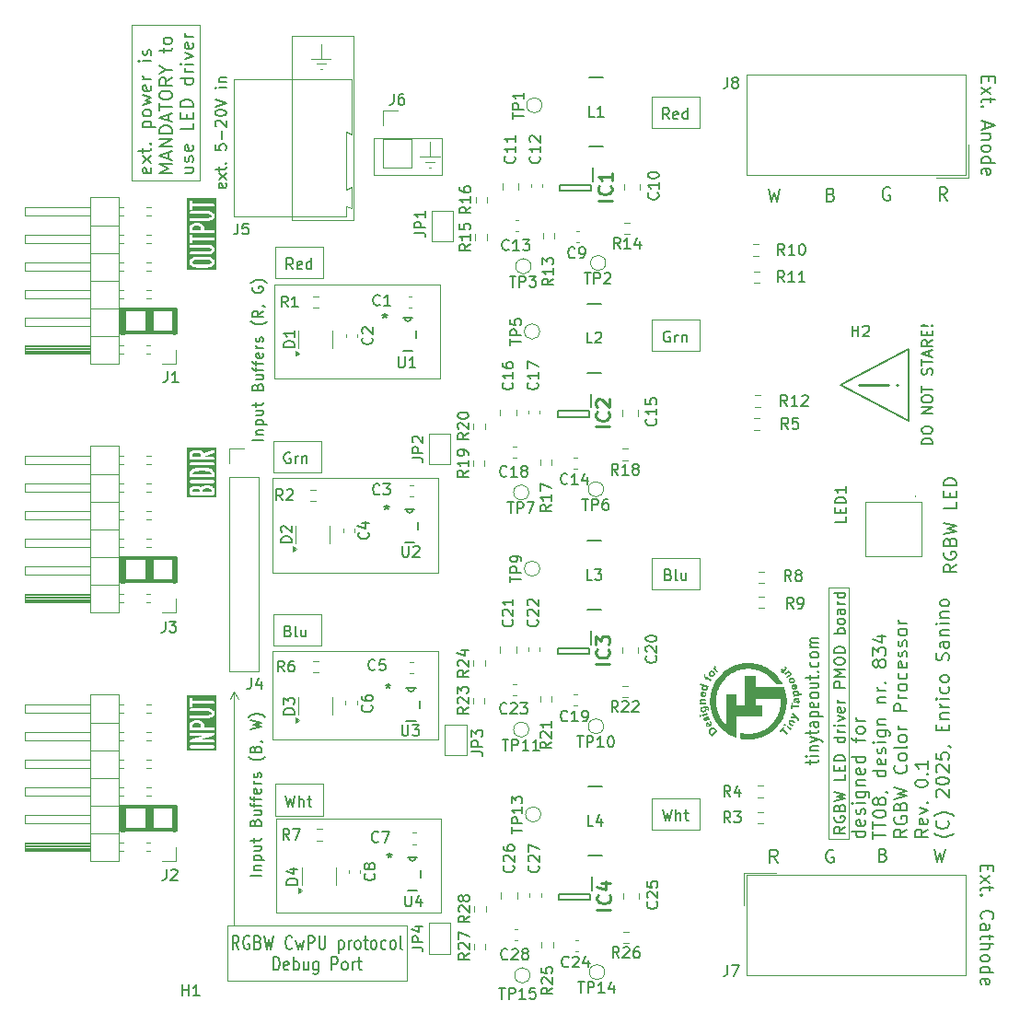
<source format=gbr>
%TF.GenerationSoftware,KiCad,Pcbnew,9.0.2*%
%TF.CreationDate,2025-07-22T21:11:50+02:00*%
%TF.ProjectId,rgbw_pmod,72676277-5f70-46d6-9f64-2e6b69636164,rev?*%
%TF.SameCoordinates,Original*%
%TF.FileFunction,Legend,Top*%
%TF.FilePolarity,Positive*%
%FSLAX46Y46*%
G04 Gerber Fmt 4.6, Leading zero omitted, Abs format (unit mm)*
G04 Created by KiCad (PCBNEW 9.0.2) date 2025-07-22 21:11:50*
%MOMM*%
%LPD*%
G01*
G04 APERTURE LIST*
%ADD10C,0.100000*%
%ADD11C,0.250000*%
%ADD12C,0.200000*%
%ADD13C,0.275000*%
%ADD14C,0.150000*%
%ADD15C,0.170000*%
%ADD16C,0.254000*%
%ADD17C,0.120000*%
%ADD18C,0.152400*%
%ADD19C,0.400000*%
%ADD20C,0.800000*%
%ADD21C,0.300000*%
%ADD22C,0.000000*%
G04 APERTURE END LIST*
D10*
X89400000Y-42600000D02*
X95700000Y-42600000D01*
X95700000Y-46000000D01*
X89400000Y-46000000D01*
X89400000Y-42600000D01*
X94500000Y-45300000D02*
X94700000Y-45300000D01*
X76600000Y-114000000D02*
X76600000Y-115000000D01*
X94600000Y-43000000D02*
X94600000Y-44300000D01*
D11*
X134050000Y-65300000D02*
X136750000Y-65300000D01*
D10*
X81900000Y-33200000D02*
X87600000Y-33200000D01*
X87600000Y-50200000D01*
X81900000Y-50200000D01*
X81900000Y-33200000D01*
X94200000Y-44800000D02*
X95000000Y-44800000D01*
X76000000Y-115000000D02*
X76600000Y-115000000D01*
D12*
X138600000Y-68600000D02*
X132350000Y-65300000D01*
X138600000Y-62000000D01*
X138600000Y-68600000D01*
D10*
X67150000Y-32200000D02*
X73400000Y-32200000D01*
X73400000Y-46500000D01*
X67150000Y-46500000D01*
X67150000Y-32200000D01*
X115000000Y-103300000D02*
X119400000Y-103300000D01*
X119400000Y-106200000D01*
X115000000Y-106200000D01*
X115000000Y-103300000D01*
X84200000Y-35800000D02*
X85000000Y-35800000D01*
X80165200Y-89770400D02*
X95365200Y-89770400D01*
X95365200Y-97870400D01*
X80165200Y-97870400D01*
X80165200Y-89770400D01*
X92500000Y-119400000D02*
X92500000Y-120100000D01*
X115000000Y-38800000D02*
X119400000Y-38800000D01*
X119400000Y-41700000D01*
X115000000Y-41700000D01*
X115000000Y-38800000D01*
X76200000Y-94200000D02*
X76600000Y-93500000D01*
X85500000Y-35300000D02*
X83700000Y-35300000D01*
X80200000Y-86400000D02*
X84600000Y-86400000D01*
X84600000Y-89300000D01*
X80200000Y-89300000D01*
X80200000Y-86400000D01*
X80300000Y-56100000D02*
X95500000Y-56100000D01*
X95500000Y-64700000D01*
X80300000Y-64700000D01*
X80300000Y-56100000D01*
X95500000Y-44300000D02*
X93700000Y-44300000D01*
X76600000Y-93500000D02*
X76600000Y-114000000D01*
X76600000Y-93500000D02*
X76200000Y-94200000D01*
X84600000Y-34000000D02*
X84600000Y-35300000D01*
X80140200Y-73857900D02*
X95340200Y-73857900D01*
X95340200Y-82557900D01*
X80140200Y-82557900D01*
X80140200Y-73857900D01*
X80440200Y-105220400D02*
X95640200Y-105220400D01*
X95640200Y-113820400D01*
X80440200Y-113820400D01*
X80440200Y-105220400D01*
X131300000Y-83950000D02*
X133100000Y-83950000D01*
X94600000Y-44300000D02*
X95500000Y-44300000D01*
X80400000Y-52600000D02*
X84800000Y-52600000D01*
X84800000Y-55500000D01*
X80400000Y-55500000D01*
X80400000Y-52600000D01*
X115000000Y-59300000D02*
X119400000Y-59300000D01*
X119400000Y-62200000D01*
X115000000Y-62200000D01*
X115000000Y-59300000D01*
X80400000Y-102000000D02*
X84800000Y-102000000D01*
X84800000Y-104900000D01*
X80400000Y-104900000D01*
X80400000Y-102000000D01*
X84500000Y-36300000D02*
X84700000Y-36300000D01*
X76600000Y-115000000D02*
X92500000Y-115000000D01*
X133100000Y-83950000D02*
X133100000Y-107050000D01*
X131300000Y-107050000D02*
X131300000Y-83950000D01*
D11*
X137500000Y-65300000D02*
X137600000Y-65300000D01*
D10*
X92500000Y-115000000D02*
X92500000Y-119400000D01*
X133100000Y-107050000D02*
X131300000Y-107050000D01*
X76600000Y-93500000D02*
X77000000Y-94200000D01*
X76000000Y-120100000D02*
X76000000Y-115000000D01*
X115000000Y-81200000D02*
X119400000Y-81200000D01*
X119400000Y-84100000D01*
X115000000Y-84100000D01*
X115000000Y-81200000D01*
X80200000Y-70450000D02*
X84600000Y-70450000D01*
X84600000Y-73350000D01*
X80200000Y-73350000D01*
X80200000Y-70450000D01*
X84600000Y-35300000D02*
X85500000Y-35300000D01*
X92500000Y-120100000D02*
X76000000Y-120100000D01*
D13*
G36*
X73350766Y-74911109D02*
G01*
X73411745Y-74944647D01*
X73455819Y-74993128D01*
X73455819Y-75169136D01*
X72778438Y-75169136D01*
X72778438Y-74993127D01*
X72822508Y-74944649D01*
X72883490Y-74911109D01*
X73040451Y-74867945D01*
X73193805Y-74867945D01*
X73350766Y-74911109D01*
G37*
G36*
X74398386Y-74858728D02*
G01*
X74459366Y-74892267D01*
X74503438Y-74940746D01*
X74503438Y-75169136D01*
X73730819Y-75169136D01*
X73730819Y-74978383D01*
X73787070Y-74885568D01*
X73835871Y-74858728D01*
X73992832Y-74815564D01*
X74241424Y-74815564D01*
X74398386Y-74858728D01*
G37*
G36*
X74137031Y-73241617D02*
G01*
X74303146Y-73287299D01*
X74447186Y-73366520D01*
X74503438Y-73459335D01*
X74503438Y-73545326D01*
X72778438Y-73545326D01*
X72778438Y-73459335D01*
X72834689Y-73366520D01*
X72978728Y-73287299D01*
X73144843Y-73241617D01*
X73507486Y-73191754D01*
X73774389Y-73191754D01*
X74137031Y-73241617D01*
G37*
G36*
X73446005Y-71611108D02*
G01*
X73506985Y-71644647D01*
X73551057Y-71693126D01*
X73551057Y-71921516D01*
X72778438Y-71921516D01*
X72778438Y-71693126D01*
X72822508Y-71644648D01*
X72883490Y-71611108D01*
X73040451Y-71567944D01*
X73289043Y-71567944D01*
X73446005Y-71611108D01*
G37*
G36*
X75000660Y-75666358D02*
G01*
X72281216Y-75666358D01*
X72281216Y-74939969D01*
X72503438Y-74939969D01*
X72503438Y-75306636D01*
X72506080Y-75333461D01*
X72526611Y-75383027D01*
X72564547Y-75420963D01*
X72614113Y-75441494D01*
X72640938Y-75444136D01*
X74640938Y-75444136D01*
X74667763Y-75441494D01*
X74717329Y-75420963D01*
X74755265Y-75383027D01*
X74775796Y-75333461D01*
X74778438Y-75306636D01*
X74778438Y-74887588D01*
X74776760Y-74870556D01*
X74776920Y-74867209D01*
X74776246Y-74865334D01*
X74775796Y-74860763D01*
X74766762Y-74838953D01*
X74758770Y-74816722D01*
X74756025Y-74813033D01*
X74755265Y-74811197D01*
X74752899Y-74808831D01*
X74742680Y-74795096D01*
X74647442Y-74690334D01*
X74636440Y-74680392D01*
X74634194Y-74677588D01*
X74630638Y-74675150D01*
X74627442Y-74672262D01*
X74624193Y-74670731D01*
X74611963Y-74662346D01*
X74516724Y-74609965D01*
X74513373Y-74608529D01*
X74512084Y-74607527D01*
X74501937Y-74603632D01*
X74491947Y-74599353D01*
X74490323Y-74599173D01*
X74486920Y-74597867D01*
X74296444Y-74545486D01*
X74289385Y-74544272D01*
X74286810Y-74543206D01*
X74278306Y-74542368D01*
X74269879Y-74540920D01*
X74267111Y-74541265D01*
X74259985Y-74540564D01*
X73974271Y-74540564D01*
X73967144Y-74541265D01*
X73964377Y-74540920D01*
X73955949Y-74542368D01*
X73947446Y-74543206D01*
X73944870Y-74544272D01*
X73937812Y-74545486D01*
X73747336Y-74597867D01*
X73743933Y-74599173D01*
X73742308Y-74599353D01*
X73732317Y-74603632D01*
X73722172Y-74607527D01*
X73720881Y-74608530D01*
X73717531Y-74609966D01*
X73622293Y-74662346D01*
X73600062Y-74677589D01*
X73594413Y-74684642D01*
X73587130Y-74689989D01*
X73570967Y-74711560D01*
X73567666Y-74717005D01*
X73564344Y-74714727D01*
X73469106Y-74662346D01*
X73465753Y-74660910D01*
X73464465Y-74659908D01*
X73454322Y-74656014D01*
X73444328Y-74651734D01*
X73442704Y-74651554D01*
X73439301Y-74650248D01*
X73248825Y-74597867D01*
X73241766Y-74596653D01*
X73239191Y-74595587D01*
X73230687Y-74594749D01*
X73222260Y-74593301D01*
X73219492Y-74593646D01*
X73212366Y-74592945D01*
X73021890Y-74592945D01*
X73014763Y-74593646D01*
X73011996Y-74593301D01*
X73003568Y-74594749D01*
X72995065Y-74595587D01*
X72992489Y-74596653D01*
X72985431Y-74597867D01*
X72794955Y-74650248D01*
X72791552Y-74651554D01*
X72789927Y-74651734D01*
X72779936Y-74656013D01*
X72769791Y-74659908D01*
X72768500Y-74660911D01*
X72765150Y-74662347D01*
X72669912Y-74714727D01*
X72657681Y-74723112D01*
X72654434Y-74724643D01*
X72651236Y-74727532D01*
X72647681Y-74729970D01*
X72645436Y-74732772D01*
X72634434Y-74742714D01*
X72539196Y-74847477D01*
X72528979Y-74861209D01*
X72526611Y-74863578D01*
X72525849Y-74865416D01*
X72523107Y-74869103D01*
X72515120Y-74891319D01*
X72506080Y-74913144D01*
X72505629Y-74917718D01*
X72504957Y-74919589D01*
X72505116Y-74922930D01*
X72503438Y-74939969D01*
X72281216Y-74939969D01*
X72281216Y-74179811D01*
X72506080Y-74179811D01*
X72506080Y-74233461D01*
X72526611Y-74283027D01*
X72564547Y-74320963D01*
X72614113Y-74341494D01*
X72640938Y-74344136D01*
X74640938Y-74344136D01*
X74667763Y-74341494D01*
X74717329Y-74320963D01*
X74755265Y-74283027D01*
X74775796Y-74233461D01*
X74775796Y-74179811D01*
X74755265Y-74130245D01*
X74717329Y-74092309D01*
X74667763Y-74071778D01*
X74640938Y-74069136D01*
X72640938Y-74069136D01*
X72614113Y-74071778D01*
X72564547Y-74092309D01*
X72526611Y-74130245D01*
X72506080Y-74179811D01*
X72281216Y-74179811D01*
X72281216Y-73420921D01*
X72503438Y-73420921D01*
X72503438Y-73682826D01*
X72506080Y-73709651D01*
X72526611Y-73759217D01*
X72564547Y-73797153D01*
X72614113Y-73817684D01*
X72640938Y-73820326D01*
X74640938Y-73820326D01*
X74667763Y-73817684D01*
X74717329Y-73797153D01*
X74755265Y-73759217D01*
X74775796Y-73709651D01*
X74778438Y-73682826D01*
X74778438Y-73420921D01*
X74775796Y-73394096D01*
X74771767Y-73384371D01*
X74770172Y-73373964D01*
X74758528Y-73349654D01*
X74663290Y-73192512D01*
X74647127Y-73170940D01*
X74639841Y-73165592D01*
X74634195Y-73158541D01*
X74611964Y-73143298D01*
X74421487Y-73038536D01*
X74418134Y-73037100D01*
X74416846Y-73036098D01*
X74406703Y-73032204D01*
X74396709Y-73027924D01*
X74395085Y-73027744D01*
X74391682Y-73026438D01*
X74201206Y-72974057D01*
X74192279Y-72972522D01*
X74183477Y-72970417D01*
X73802525Y-72918036D01*
X73793144Y-72917674D01*
X73783795Y-72916754D01*
X73498080Y-72916754D01*
X73488730Y-72917674D01*
X73479350Y-72918036D01*
X73098398Y-72970417D01*
X73089595Y-72972522D01*
X73080669Y-72974057D01*
X72890193Y-73026438D01*
X72886789Y-73027744D01*
X72885166Y-73027924D01*
X72875171Y-73032204D01*
X72865029Y-73036098D01*
X72863740Y-73037100D01*
X72860388Y-73038536D01*
X72669912Y-73143298D01*
X72647681Y-73158541D01*
X72642032Y-73165594D01*
X72634749Y-73170941D01*
X72618586Y-73192512D01*
X72523348Y-73349655D01*
X72511704Y-73373965D01*
X72510108Y-73384370D01*
X72506080Y-73394096D01*
X72503438Y-73420921D01*
X72281216Y-73420921D01*
X72281216Y-72556001D01*
X72506080Y-72556001D01*
X72506080Y-72609651D01*
X72526611Y-72659217D01*
X72564547Y-72697153D01*
X72614113Y-72717684D01*
X72640938Y-72720326D01*
X74640938Y-72720326D01*
X74667763Y-72717684D01*
X74717329Y-72697153D01*
X74755265Y-72659217D01*
X74775796Y-72609651D01*
X74775796Y-72556001D01*
X74755265Y-72506435D01*
X74717329Y-72468499D01*
X74667763Y-72447968D01*
X74640938Y-72445326D01*
X72640938Y-72445326D01*
X72614113Y-72447968D01*
X72564547Y-72468499D01*
X72526611Y-72506435D01*
X72506080Y-72556001D01*
X72281216Y-72556001D01*
X72281216Y-71639968D01*
X72503438Y-71639968D01*
X72503438Y-72059016D01*
X72506080Y-72085841D01*
X72526611Y-72135407D01*
X72564547Y-72173343D01*
X72614113Y-72193874D01*
X72640938Y-72196516D01*
X74640938Y-72196516D01*
X74667763Y-72193874D01*
X74717329Y-72173343D01*
X74755265Y-72135407D01*
X74775796Y-72085841D01*
X74775796Y-72032191D01*
X74755265Y-71982625D01*
X74717329Y-71944689D01*
X74667763Y-71924158D01*
X74640938Y-71921516D01*
X73826057Y-71921516D01*
X73826057Y-71891511D01*
X74690340Y-71558763D01*
X74714425Y-71546659D01*
X74753304Y-71509690D01*
X74775077Y-71460657D01*
X74776428Y-71407025D01*
X74757152Y-71356957D01*
X74720184Y-71318077D01*
X74671151Y-71296305D01*
X74617518Y-71294953D01*
X74591535Y-71302126D01*
X73817952Y-71599955D01*
X73814381Y-71591333D01*
X73806389Y-71569102D01*
X73803644Y-71565413D01*
X73802884Y-71563577D01*
X73800518Y-71561211D01*
X73790299Y-71547476D01*
X73695061Y-71442714D01*
X73684059Y-71432772D01*
X73681813Y-71429968D01*
X73678257Y-71427530D01*
X73675061Y-71424642D01*
X73671812Y-71423111D01*
X73659582Y-71414726D01*
X73564343Y-71362345D01*
X73560992Y-71360909D01*
X73559703Y-71359907D01*
X73549556Y-71356012D01*
X73539566Y-71351733D01*
X73537942Y-71351553D01*
X73534539Y-71350247D01*
X73344063Y-71297866D01*
X73337004Y-71296652D01*
X73334429Y-71295586D01*
X73325925Y-71294748D01*
X73317498Y-71293300D01*
X73314730Y-71293645D01*
X73307604Y-71292944D01*
X73021890Y-71292944D01*
X73014763Y-71293645D01*
X73011996Y-71293300D01*
X73003568Y-71294748D01*
X72995065Y-71295586D01*
X72992489Y-71296652D01*
X72985431Y-71297866D01*
X72794955Y-71350247D01*
X72791552Y-71351553D01*
X72789927Y-71351733D01*
X72779936Y-71356012D01*
X72769791Y-71359907D01*
X72768500Y-71360910D01*
X72765150Y-71362346D01*
X72669912Y-71414726D01*
X72657681Y-71423111D01*
X72654434Y-71424642D01*
X72651236Y-71427531D01*
X72647681Y-71429969D01*
X72645436Y-71432771D01*
X72634434Y-71442713D01*
X72539196Y-71547476D01*
X72528979Y-71561208D01*
X72526611Y-71563577D01*
X72525849Y-71565415D01*
X72523107Y-71569102D01*
X72515120Y-71591318D01*
X72506080Y-71613143D01*
X72505629Y-71617717D01*
X72504957Y-71619588D01*
X72505116Y-71622929D01*
X72503438Y-71639968D01*
X72281216Y-71639968D01*
X72281216Y-71070722D01*
X75000660Y-71070722D01*
X75000660Y-75666358D01*
G37*
D14*
X132769819Y-105941792D02*
X132293628Y-106275125D01*
X132769819Y-106513220D02*
X131769819Y-106513220D01*
X131769819Y-106513220D02*
X131769819Y-106132268D01*
X131769819Y-106132268D02*
X131817438Y-106037030D01*
X131817438Y-106037030D02*
X131865057Y-105989411D01*
X131865057Y-105989411D02*
X131960295Y-105941792D01*
X131960295Y-105941792D02*
X132103152Y-105941792D01*
X132103152Y-105941792D02*
X132198390Y-105989411D01*
X132198390Y-105989411D02*
X132246009Y-106037030D01*
X132246009Y-106037030D02*
X132293628Y-106132268D01*
X132293628Y-106132268D02*
X132293628Y-106513220D01*
X131817438Y-104989411D02*
X131769819Y-105084649D01*
X131769819Y-105084649D02*
X131769819Y-105227506D01*
X131769819Y-105227506D02*
X131817438Y-105370363D01*
X131817438Y-105370363D02*
X131912676Y-105465601D01*
X131912676Y-105465601D02*
X132007914Y-105513220D01*
X132007914Y-105513220D02*
X132198390Y-105560839D01*
X132198390Y-105560839D02*
X132341247Y-105560839D01*
X132341247Y-105560839D02*
X132531723Y-105513220D01*
X132531723Y-105513220D02*
X132626961Y-105465601D01*
X132626961Y-105465601D02*
X132722200Y-105370363D01*
X132722200Y-105370363D02*
X132769819Y-105227506D01*
X132769819Y-105227506D02*
X132769819Y-105132268D01*
X132769819Y-105132268D02*
X132722200Y-104989411D01*
X132722200Y-104989411D02*
X132674580Y-104941792D01*
X132674580Y-104941792D02*
X132341247Y-104941792D01*
X132341247Y-104941792D02*
X132341247Y-105132268D01*
X132246009Y-104179887D02*
X132293628Y-104037030D01*
X132293628Y-104037030D02*
X132341247Y-103989411D01*
X132341247Y-103989411D02*
X132436485Y-103941792D01*
X132436485Y-103941792D02*
X132579342Y-103941792D01*
X132579342Y-103941792D02*
X132674580Y-103989411D01*
X132674580Y-103989411D02*
X132722200Y-104037030D01*
X132722200Y-104037030D02*
X132769819Y-104132268D01*
X132769819Y-104132268D02*
X132769819Y-104513220D01*
X132769819Y-104513220D02*
X131769819Y-104513220D01*
X131769819Y-104513220D02*
X131769819Y-104179887D01*
X131769819Y-104179887D02*
X131817438Y-104084649D01*
X131817438Y-104084649D02*
X131865057Y-104037030D01*
X131865057Y-104037030D02*
X131960295Y-103989411D01*
X131960295Y-103989411D02*
X132055533Y-103989411D01*
X132055533Y-103989411D02*
X132150771Y-104037030D01*
X132150771Y-104037030D02*
X132198390Y-104084649D01*
X132198390Y-104084649D02*
X132246009Y-104179887D01*
X132246009Y-104179887D02*
X132246009Y-104513220D01*
X131769819Y-103608458D02*
X132769819Y-103370363D01*
X132769819Y-103370363D02*
X132055533Y-103179887D01*
X132055533Y-103179887D02*
X132769819Y-102989411D01*
X132769819Y-102989411D02*
X131769819Y-102751316D01*
X132769819Y-101132268D02*
X132769819Y-101608458D01*
X132769819Y-101608458D02*
X131769819Y-101608458D01*
X132246009Y-100798934D02*
X132246009Y-100465601D01*
X132769819Y-100322744D02*
X132769819Y-100798934D01*
X132769819Y-100798934D02*
X131769819Y-100798934D01*
X131769819Y-100798934D02*
X131769819Y-100322744D01*
X132769819Y-99894172D02*
X131769819Y-99894172D01*
X131769819Y-99894172D02*
X131769819Y-99656077D01*
X131769819Y-99656077D02*
X131817438Y-99513220D01*
X131817438Y-99513220D02*
X131912676Y-99417982D01*
X131912676Y-99417982D02*
X132007914Y-99370363D01*
X132007914Y-99370363D02*
X132198390Y-99322744D01*
X132198390Y-99322744D02*
X132341247Y-99322744D01*
X132341247Y-99322744D02*
X132531723Y-99370363D01*
X132531723Y-99370363D02*
X132626961Y-99417982D01*
X132626961Y-99417982D02*
X132722200Y-99513220D01*
X132722200Y-99513220D02*
X132769819Y-99656077D01*
X132769819Y-99656077D02*
X132769819Y-99894172D01*
X132769819Y-97703696D02*
X131769819Y-97703696D01*
X132722200Y-97703696D02*
X132769819Y-97798934D01*
X132769819Y-97798934D02*
X132769819Y-97989410D01*
X132769819Y-97989410D02*
X132722200Y-98084648D01*
X132722200Y-98084648D02*
X132674580Y-98132267D01*
X132674580Y-98132267D02*
X132579342Y-98179886D01*
X132579342Y-98179886D02*
X132293628Y-98179886D01*
X132293628Y-98179886D02*
X132198390Y-98132267D01*
X132198390Y-98132267D02*
X132150771Y-98084648D01*
X132150771Y-98084648D02*
X132103152Y-97989410D01*
X132103152Y-97989410D02*
X132103152Y-97798934D01*
X132103152Y-97798934D02*
X132150771Y-97703696D01*
X132769819Y-97227505D02*
X132103152Y-97227505D01*
X132293628Y-97227505D02*
X132198390Y-97179886D01*
X132198390Y-97179886D02*
X132150771Y-97132267D01*
X132150771Y-97132267D02*
X132103152Y-97037029D01*
X132103152Y-97037029D02*
X132103152Y-96941791D01*
X132769819Y-96608457D02*
X132103152Y-96608457D01*
X131769819Y-96608457D02*
X131817438Y-96656076D01*
X131817438Y-96656076D02*
X131865057Y-96608457D01*
X131865057Y-96608457D02*
X131817438Y-96560838D01*
X131817438Y-96560838D02*
X131769819Y-96608457D01*
X131769819Y-96608457D02*
X131865057Y-96608457D01*
X132103152Y-96227505D02*
X132769819Y-95989410D01*
X132769819Y-95989410D02*
X132103152Y-95751315D01*
X132722200Y-94989410D02*
X132769819Y-95084648D01*
X132769819Y-95084648D02*
X132769819Y-95275124D01*
X132769819Y-95275124D02*
X132722200Y-95370362D01*
X132722200Y-95370362D02*
X132626961Y-95417981D01*
X132626961Y-95417981D02*
X132246009Y-95417981D01*
X132246009Y-95417981D02*
X132150771Y-95370362D01*
X132150771Y-95370362D02*
X132103152Y-95275124D01*
X132103152Y-95275124D02*
X132103152Y-95084648D01*
X132103152Y-95084648D02*
X132150771Y-94989410D01*
X132150771Y-94989410D02*
X132246009Y-94941791D01*
X132246009Y-94941791D02*
X132341247Y-94941791D01*
X132341247Y-94941791D02*
X132436485Y-95417981D01*
X132769819Y-94513219D02*
X132103152Y-94513219D01*
X132293628Y-94513219D02*
X132198390Y-94465600D01*
X132198390Y-94465600D02*
X132150771Y-94417981D01*
X132150771Y-94417981D02*
X132103152Y-94322743D01*
X132103152Y-94322743D02*
X132103152Y-94227505D01*
X132769819Y-93132266D02*
X131769819Y-93132266D01*
X131769819Y-93132266D02*
X131769819Y-92751314D01*
X131769819Y-92751314D02*
X131817438Y-92656076D01*
X131817438Y-92656076D02*
X131865057Y-92608457D01*
X131865057Y-92608457D02*
X131960295Y-92560838D01*
X131960295Y-92560838D02*
X132103152Y-92560838D01*
X132103152Y-92560838D02*
X132198390Y-92608457D01*
X132198390Y-92608457D02*
X132246009Y-92656076D01*
X132246009Y-92656076D02*
X132293628Y-92751314D01*
X132293628Y-92751314D02*
X132293628Y-93132266D01*
X132769819Y-92132266D02*
X131769819Y-92132266D01*
X131769819Y-92132266D02*
X132484104Y-91798933D01*
X132484104Y-91798933D02*
X131769819Y-91465600D01*
X131769819Y-91465600D02*
X132769819Y-91465600D01*
X131769819Y-90798933D02*
X131769819Y-90608457D01*
X131769819Y-90608457D02*
X131817438Y-90513219D01*
X131817438Y-90513219D02*
X131912676Y-90417981D01*
X131912676Y-90417981D02*
X132103152Y-90370362D01*
X132103152Y-90370362D02*
X132436485Y-90370362D01*
X132436485Y-90370362D02*
X132626961Y-90417981D01*
X132626961Y-90417981D02*
X132722200Y-90513219D01*
X132722200Y-90513219D02*
X132769819Y-90608457D01*
X132769819Y-90608457D02*
X132769819Y-90798933D01*
X132769819Y-90798933D02*
X132722200Y-90894171D01*
X132722200Y-90894171D02*
X132626961Y-90989409D01*
X132626961Y-90989409D02*
X132436485Y-91037028D01*
X132436485Y-91037028D02*
X132103152Y-91037028D01*
X132103152Y-91037028D02*
X131912676Y-90989409D01*
X131912676Y-90989409D02*
X131817438Y-90894171D01*
X131817438Y-90894171D02*
X131769819Y-90798933D01*
X132769819Y-89941790D02*
X131769819Y-89941790D01*
X131769819Y-89941790D02*
X131769819Y-89703695D01*
X131769819Y-89703695D02*
X131817438Y-89560838D01*
X131817438Y-89560838D02*
X131912676Y-89465600D01*
X131912676Y-89465600D02*
X132007914Y-89417981D01*
X132007914Y-89417981D02*
X132198390Y-89370362D01*
X132198390Y-89370362D02*
X132341247Y-89370362D01*
X132341247Y-89370362D02*
X132531723Y-89417981D01*
X132531723Y-89417981D02*
X132626961Y-89465600D01*
X132626961Y-89465600D02*
X132722200Y-89560838D01*
X132722200Y-89560838D02*
X132769819Y-89703695D01*
X132769819Y-89703695D02*
X132769819Y-89941790D01*
X132769819Y-88179885D02*
X131769819Y-88179885D01*
X132150771Y-88179885D02*
X132103152Y-88084647D01*
X132103152Y-88084647D02*
X132103152Y-87894171D01*
X132103152Y-87894171D02*
X132150771Y-87798933D01*
X132150771Y-87798933D02*
X132198390Y-87751314D01*
X132198390Y-87751314D02*
X132293628Y-87703695D01*
X132293628Y-87703695D02*
X132579342Y-87703695D01*
X132579342Y-87703695D02*
X132674580Y-87751314D01*
X132674580Y-87751314D02*
X132722200Y-87798933D01*
X132722200Y-87798933D02*
X132769819Y-87894171D01*
X132769819Y-87894171D02*
X132769819Y-88084647D01*
X132769819Y-88084647D02*
X132722200Y-88179885D01*
X132769819Y-87132266D02*
X132722200Y-87227504D01*
X132722200Y-87227504D02*
X132674580Y-87275123D01*
X132674580Y-87275123D02*
X132579342Y-87322742D01*
X132579342Y-87322742D02*
X132293628Y-87322742D01*
X132293628Y-87322742D02*
X132198390Y-87275123D01*
X132198390Y-87275123D02*
X132150771Y-87227504D01*
X132150771Y-87227504D02*
X132103152Y-87132266D01*
X132103152Y-87132266D02*
X132103152Y-86989409D01*
X132103152Y-86989409D02*
X132150771Y-86894171D01*
X132150771Y-86894171D02*
X132198390Y-86846552D01*
X132198390Y-86846552D02*
X132293628Y-86798933D01*
X132293628Y-86798933D02*
X132579342Y-86798933D01*
X132579342Y-86798933D02*
X132674580Y-86846552D01*
X132674580Y-86846552D02*
X132722200Y-86894171D01*
X132722200Y-86894171D02*
X132769819Y-86989409D01*
X132769819Y-86989409D02*
X132769819Y-87132266D01*
X132769819Y-85941790D02*
X132246009Y-85941790D01*
X132246009Y-85941790D02*
X132150771Y-85989409D01*
X132150771Y-85989409D02*
X132103152Y-86084647D01*
X132103152Y-86084647D02*
X132103152Y-86275123D01*
X132103152Y-86275123D02*
X132150771Y-86370361D01*
X132722200Y-85941790D02*
X132769819Y-86037028D01*
X132769819Y-86037028D02*
X132769819Y-86275123D01*
X132769819Y-86275123D02*
X132722200Y-86370361D01*
X132722200Y-86370361D02*
X132626961Y-86417980D01*
X132626961Y-86417980D02*
X132531723Y-86417980D01*
X132531723Y-86417980D02*
X132436485Y-86370361D01*
X132436485Y-86370361D02*
X132388866Y-86275123D01*
X132388866Y-86275123D02*
X132388866Y-86037028D01*
X132388866Y-86037028D02*
X132341247Y-85941790D01*
X132769819Y-85465599D02*
X132103152Y-85465599D01*
X132293628Y-85465599D02*
X132198390Y-85417980D01*
X132198390Y-85417980D02*
X132150771Y-85370361D01*
X132150771Y-85370361D02*
X132103152Y-85275123D01*
X132103152Y-85275123D02*
X132103152Y-85179885D01*
X132769819Y-84417980D02*
X131769819Y-84417980D01*
X132722200Y-84417980D02*
X132769819Y-84513218D01*
X132769819Y-84513218D02*
X132769819Y-84703694D01*
X132769819Y-84703694D02*
X132722200Y-84798932D01*
X132722200Y-84798932D02*
X132674580Y-84846551D01*
X132674580Y-84846551D02*
X132579342Y-84894170D01*
X132579342Y-84894170D02*
X132293628Y-84894170D01*
X132293628Y-84894170D02*
X132198390Y-84846551D01*
X132198390Y-84846551D02*
X132150771Y-84798932D01*
X132150771Y-84798932D02*
X132103152Y-84703694D01*
X132103152Y-84703694D02*
X132103152Y-84513218D01*
X132103152Y-84513218D02*
X132150771Y-84417980D01*
X81564160Y-87946009D02*
X81707017Y-87993628D01*
X81707017Y-87993628D02*
X81754636Y-88041247D01*
X81754636Y-88041247D02*
X81802255Y-88136485D01*
X81802255Y-88136485D02*
X81802255Y-88279342D01*
X81802255Y-88279342D02*
X81754636Y-88374580D01*
X81754636Y-88374580D02*
X81707017Y-88422200D01*
X81707017Y-88422200D02*
X81611779Y-88469819D01*
X81611779Y-88469819D02*
X81230827Y-88469819D01*
X81230827Y-88469819D02*
X81230827Y-87469819D01*
X81230827Y-87469819D02*
X81564160Y-87469819D01*
X81564160Y-87469819D02*
X81659398Y-87517438D01*
X81659398Y-87517438D02*
X81707017Y-87565057D01*
X81707017Y-87565057D02*
X81754636Y-87660295D01*
X81754636Y-87660295D02*
X81754636Y-87755533D01*
X81754636Y-87755533D02*
X81707017Y-87850771D01*
X81707017Y-87850771D02*
X81659398Y-87898390D01*
X81659398Y-87898390D02*
X81564160Y-87946009D01*
X81564160Y-87946009D02*
X81230827Y-87946009D01*
X82373684Y-88469819D02*
X82278446Y-88422200D01*
X82278446Y-88422200D02*
X82230827Y-88326961D01*
X82230827Y-88326961D02*
X82230827Y-87469819D01*
X83183208Y-87803152D02*
X83183208Y-88469819D01*
X82754637Y-87803152D02*
X82754637Y-88326961D01*
X82754637Y-88326961D02*
X82802256Y-88422200D01*
X82802256Y-88422200D02*
X82897494Y-88469819D01*
X82897494Y-88469819D02*
X83040351Y-88469819D01*
X83040351Y-88469819D02*
X83135589Y-88422200D01*
X83135589Y-88422200D02*
X83183208Y-88374580D01*
X116673683Y-60417438D02*
X116578445Y-60369819D01*
X116578445Y-60369819D02*
X116435588Y-60369819D01*
X116435588Y-60369819D02*
X116292731Y-60417438D01*
X116292731Y-60417438D02*
X116197493Y-60512676D01*
X116197493Y-60512676D02*
X116149874Y-60607914D01*
X116149874Y-60607914D02*
X116102255Y-60798390D01*
X116102255Y-60798390D02*
X116102255Y-60941247D01*
X116102255Y-60941247D02*
X116149874Y-61131723D01*
X116149874Y-61131723D02*
X116197493Y-61226961D01*
X116197493Y-61226961D02*
X116292731Y-61322200D01*
X116292731Y-61322200D02*
X116435588Y-61369819D01*
X116435588Y-61369819D02*
X116530826Y-61369819D01*
X116530826Y-61369819D02*
X116673683Y-61322200D01*
X116673683Y-61322200D02*
X116721302Y-61274580D01*
X116721302Y-61274580D02*
X116721302Y-60941247D01*
X116721302Y-60941247D02*
X116530826Y-60941247D01*
X117149874Y-61369819D02*
X117149874Y-60703152D01*
X117149874Y-60893628D02*
X117197493Y-60798390D01*
X117197493Y-60798390D02*
X117245112Y-60750771D01*
X117245112Y-60750771D02*
X117340350Y-60703152D01*
X117340350Y-60703152D02*
X117435588Y-60703152D01*
X117768922Y-60703152D02*
X117768922Y-61369819D01*
X117768922Y-60798390D02*
X117816541Y-60750771D01*
X117816541Y-60750771D02*
X117911779Y-60703152D01*
X117911779Y-60703152D02*
X118054636Y-60703152D01*
X118054636Y-60703152D02*
X118149874Y-60750771D01*
X118149874Y-60750771D02*
X118197493Y-60846009D01*
X118197493Y-60846009D02*
X118197493Y-61369819D01*
X140970112Y-107945342D02*
X141255826Y-109145342D01*
X141255826Y-109145342D02*
X141484398Y-108288200D01*
X141484398Y-108288200D02*
X141712969Y-109145342D01*
X141712969Y-109145342D02*
X141998684Y-107945342D01*
D13*
G36*
X73446005Y-96461584D02*
G01*
X73506985Y-96495123D01*
X73551057Y-96543602D01*
X73551057Y-96771992D01*
X72778438Y-96771992D01*
X72778438Y-96543602D01*
X72822508Y-96495124D01*
X72883490Y-96461584D01*
X73040451Y-96418420D01*
X73289043Y-96418420D01*
X73446005Y-96461584D01*
G37*
G36*
X75000660Y-98945405D02*
G01*
X72281216Y-98945405D01*
X72281216Y-98558858D01*
X72506080Y-98558858D01*
X72506080Y-98612508D01*
X72526611Y-98662074D01*
X72564547Y-98700010D01*
X72614113Y-98720541D01*
X72640938Y-98723183D01*
X74640938Y-98723183D01*
X74667763Y-98720541D01*
X74717329Y-98700010D01*
X74755265Y-98662074D01*
X74775796Y-98612508D01*
X74775796Y-98558858D01*
X74755265Y-98509292D01*
X74717329Y-98471356D01*
X74667763Y-98450825D01*
X74640938Y-98448183D01*
X72640938Y-98448183D01*
X72614113Y-98450825D01*
X72564547Y-98471356D01*
X72526611Y-98509292D01*
X72506080Y-98558858D01*
X72281216Y-98558858D01*
X72281216Y-98076716D01*
X72504241Y-98076716D01*
X72506080Y-98082567D01*
X72506080Y-98088698D01*
X72514067Y-98107980D01*
X72520327Y-98127898D01*
X72524264Y-98132599D01*
X72526611Y-98138264D01*
X72541371Y-98153024D01*
X72554775Y-98169028D01*
X72560211Y-98171864D01*
X72564547Y-98176200D01*
X72583834Y-98184189D01*
X72602340Y-98193844D01*
X72608447Y-98194384D01*
X72614113Y-98196731D01*
X72640938Y-98199373D01*
X74640938Y-98199373D01*
X74667763Y-98196731D01*
X74717329Y-98176200D01*
X74755265Y-98138264D01*
X74775796Y-98088698D01*
X74775796Y-98035048D01*
X74755265Y-97985482D01*
X74717329Y-97947546D01*
X74667763Y-97927015D01*
X74640938Y-97924373D01*
X73537035Y-97924373D01*
X74682164Y-97564475D01*
X74706963Y-97553912D01*
X74711664Y-97549974D01*
X74717329Y-97547628D01*
X74732089Y-97532867D01*
X74748093Y-97519464D01*
X74750929Y-97514027D01*
X74755265Y-97509692D01*
X74763254Y-97490404D01*
X74772909Y-97471899D01*
X74773448Y-97465792D01*
X74775796Y-97460126D01*
X74775796Y-97439246D01*
X74777634Y-97418458D01*
X74775796Y-97412609D01*
X74775796Y-97406476D01*
X74767807Y-97387189D01*
X74761549Y-97367276D01*
X74757611Y-97362574D01*
X74755265Y-97356910D01*
X74740504Y-97342149D01*
X74727101Y-97326146D01*
X74721664Y-97323309D01*
X74717329Y-97318974D01*
X74698041Y-97310984D01*
X74679536Y-97301330D01*
X74673428Y-97300789D01*
X74667763Y-97298443D01*
X74640938Y-97295801D01*
X72640938Y-97295801D01*
X72614113Y-97298443D01*
X72564547Y-97318974D01*
X72526611Y-97356910D01*
X72506080Y-97406476D01*
X72506080Y-97460126D01*
X72526611Y-97509692D01*
X72564547Y-97547628D01*
X72614113Y-97568159D01*
X72640938Y-97570801D01*
X73744841Y-97570801D01*
X72599712Y-97930699D01*
X72574913Y-97941262D01*
X72570211Y-97945199D01*
X72564547Y-97947546D01*
X72549786Y-97962306D01*
X72533783Y-97975710D01*
X72530946Y-97981146D01*
X72526611Y-97985482D01*
X72518621Y-98004769D01*
X72508967Y-98023275D01*
X72508426Y-98029382D01*
X72506080Y-98035048D01*
X72506080Y-98055920D01*
X72504241Y-98076716D01*
X72281216Y-98076716D01*
X72281216Y-96490444D01*
X72503438Y-96490444D01*
X72503438Y-96909492D01*
X72506080Y-96936317D01*
X72526611Y-96985883D01*
X72564547Y-97023819D01*
X72614113Y-97044350D01*
X72640938Y-97046992D01*
X74640938Y-97046992D01*
X74667763Y-97044350D01*
X74717329Y-97023819D01*
X74755265Y-96985883D01*
X74775796Y-96936317D01*
X74775796Y-96882667D01*
X74755265Y-96833101D01*
X74717329Y-96795165D01*
X74667763Y-96774634D01*
X74640938Y-96771992D01*
X73826057Y-96771992D01*
X73826057Y-96490444D01*
X73824379Y-96473412D01*
X73824539Y-96470065D01*
X73823865Y-96468190D01*
X73823415Y-96463619D01*
X73814381Y-96441809D01*
X73806389Y-96419578D01*
X73803644Y-96415889D01*
X73802884Y-96414053D01*
X73800518Y-96411687D01*
X73790299Y-96397952D01*
X73695061Y-96293190D01*
X73684059Y-96283248D01*
X73681813Y-96280444D01*
X73678257Y-96278006D01*
X73675061Y-96275118D01*
X73671812Y-96273587D01*
X73659582Y-96265202D01*
X73564343Y-96212821D01*
X73560992Y-96211385D01*
X73559703Y-96210383D01*
X73549556Y-96206488D01*
X73539566Y-96202209D01*
X73537942Y-96202029D01*
X73534539Y-96200723D01*
X73344063Y-96148342D01*
X73337004Y-96147128D01*
X73334429Y-96146062D01*
X73325925Y-96145224D01*
X73317498Y-96143776D01*
X73314730Y-96144121D01*
X73307604Y-96143420D01*
X73021890Y-96143420D01*
X73014763Y-96144121D01*
X73011996Y-96143776D01*
X73003568Y-96145224D01*
X72995065Y-96146062D01*
X72992489Y-96147128D01*
X72985431Y-96148342D01*
X72794955Y-96200723D01*
X72791552Y-96202029D01*
X72789927Y-96202209D01*
X72779936Y-96206488D01*
X72769791Y-96210383D01*
X72768500Y-96211386D01*
X72765150Y-96212822D01*
X72669912Y-96265202D01*
X72657681Y-96273587D01*
X72654434Y-96275118D01*
X72651236Y-96278007D01*
X72647681Y-96280445D01*
X72645436Y-96283247D01*
X72634434Y-96293189D01*
X72539196Y-96397952D01*
X72528979Y-96411684D01*
X72526611Y-96414053D01*
X72525849Y-96415891D01*
X72523107Y-96419578D01*
X72515120Y-96441794D01*
X72506080Y-96463619D01*
X72505629Y-96468193D01*
X72504957Y-96470064D01*
X72505116Y-96473405D01*
X72503438Y-96490444D01*
X72281216Y-96490444D01*
X72281216Y-95154095D01*
X72506080Y-95154095D01*
X72506080Y-95207745D01*
X72526611Y-95257311D01*
X72564547Y-95295247D01*
X72614113Y-95315778D01*
X72640938Y-95318420D01*
X74241424Y-95318420D01*
X74398386Y-95361584D01*
X74459366Y-95395123D01*
X74503438Y-95443602D01*
X74503438Y-95546809D01*
X74459366Y-95595288D01*
X74398386Y-95628827D01*
X74241424Y-95671992D01*
X72640938Y-95671992D01*
X72614113Y-95674634D01*
X72564547Y-95695165D01*
X72526611Y-95733101D01*
X72506080Y-95782667D01*
X72506080Y-95836317D01*
X72526611Y-95885883D01*
X72564547Y-95923819D01*
X72614113Y-95944350D01*
X72640938Y-95946992D01*
X74259985Y-95946992D01*
X74267111Y-95946290D01*
X74269879Y-95946636D01*
X74278306Y-95945187D01*
X74286810Y-95944350D01*
X74289385Y-95943283D01*
X74296444Y-95942070D01*
X74486920Y-95889689D01*
X74490323Y-95888382D01*
X74491947Y-95888203D01*
X74501937Y-95883923D01*
X74512084Y-95880029D01*
X74513373Y-95879026D01*
X74516724Y-95877591D01*
X74611963Y-95825210D01*
X74624193Y-95816824D01*
X74627442Y-95815294D01*
X74630638Y-95812405D01*
X74634194Y-95809968D01*
X74636440Y-95807163D01*
X74647442Y-95797222D01*
X74742680Y-95692460D01*
X74752899Y-95678724D01*
X74755265Y-95676359D01*
X74756025Y-95674522D01*
X74758770Y-95670834D01*
X74766762Y-95648602D01*
X74775796Y-95626793D01*
X74776246Y-95622221D01*
X74776920Y-95620347D01*
X74776760Y-95616999D01*
X74778438Y-95599968D01*
X74778438Y-95390444D01*
X74776760Y-95373412D01*
X74776920Y-95370065D01*
X74776246Y-95368190D01*
X74775796Y-95363619D01*
X74766762Y-95341809D01*
X74758770Y-95319578D01*
X74756025Y-95315889D01*
X74755265Y-95314053D01*
X74752899Y-95311687D01*
X74742680Y-95297952D01*
X74647442Y-95193190D01*
X74636440Y-95183248D01*
X74634194Y-95180444D01*
X74630638Y-95178006D01*
X74627442Y-95175118D01*
X74624193Y-95173587D01*
X74611963Y-95165202D01*
X74516724Y-95112821D01*
X74513373Y-95111385D01*
X74512084Y-95110383D01*
X74501937Y-95106488D01*
X74491947Y-95102209D01*
X74490323Y-95102029D01*
X74486920Y-95100723D01*
X74296444Y-95048342D01*
X74289385Y-95047128D01*
X74286810Y-95046062D01*
X74278306Y-95045224D01*
X74269879Y-95043776D01*
X74267111Y-95044121D01*
X74259985Y-95043420D01*
X72640938Y-95043420D01*
X72614113Y-95046062D01*
X72564547Y-95066593D01*
X72526611Y-95104529D01*
X72506080Y-95154095D01*
X72281216Y-95154095D01*
X72281216Y-94185682D01*
X72503438Y-94185682D01*
X72503438Y-94814254D01*
X72506080Y-94841079D01*
X72526611Y-94890645D01*
X72564547Y-94928581D01*
X72614113Y-94949112D01*
X72667763Y-94949112D01*
X72717329Y-94928581D01*
X72755265Y-94890645D01*
X72775796Y-94841079D01*
X72778438Y-94814254D01*
X72778438Y-94637468D01*
X74640938Y-94637468D01*
X74667763Y-94634826D01*
X74717329Y-94614295D01*
X74755265Y-94576359D01*
X74775796Y-94526793D01*
X74775796Y-94473143D01*
X74755265Y-94423577D01*
X74717329Y-94385641D01*
X74667763Y-94365110D01*
X74640938Y-94362468D01*
X72778438Y-94362468D01*
X72778438Y-94185682D01*
X72775796Y-94158857D01*
X72755265Y-94109291D01*
X72717329Y-94071355D01*
X72667763Y-94050824D01*
X72614113Y-94050824D01*
X72564547Y-94071355D01*
X72526611Y-94109291D01*
X72506080Y-94158857D01*
X72503438Y-94185682D01*
X72281216Y-94185682D01*
X72281216Y-93828602D01*
X75000660Y-93828602D01*
X75000660Y-98945405D01*
G37*
D14*
X143045342Y-81829887D02*
X142473914Y-82229887D01*
X143045342Y-82515601D02*
X141845342Y-82515601D01*
X141845342Y-82515601D02*
X141845342Y-82058458D01*
X141845342Y-82058458D02*
X141902485Y-81944173D01*
X141902485Y-81944173D02*
X141959628Y-81887030D01*
X141959628Y-81887030D02*
X142073914Y-81829887D01*
X142073914Y-81829887D02*
X142245342Y-81829887D01*
X142245342Y-81829887D02*
X142359628Y-81887030D01*
X142359628Y-81887030D02*
X142416771Y-81944173D01*
X142416771Y-81944173D02*
X142473914Y-82058458D01*
X142473914Y-82058458D02*
X142473914Y-82515601D01*
X141902485Y-80687030D02*
X141845342Y-80801316D01*
X141845342Y-80801316D02*
X141845342Y-80972744D01*
X141845342Y-80972744D02*
X141902485Y-81144173D01*
X141902485Y-81144173D02*
X142016771Y-81258458D01*
X142016771Y-81258458D02*
X142131057Y-81315601D01*
X142131057Y-81315601D02*
X142359628Y-81372744D01*
X142359628Y-81372744D02*
X142531057Y-81372744D01*
X142531057Y-81372744D02*
X142759628Y-81315601D01*
X142759628Y-81315601D02*
X142873914Y-81258458D01*
X142873914Y-81258458D02*
X142988200Y-81144173D01*
X142988200Y-81144173D02*
X143045342Y-80972744D01*
X143045342Y-80972744D02*
X143045342Y-80858458D01*
X143045342Y-80858458D02*
X142988200Y-80687030D01*
X142988200Y-80687030D02*
X142931057Y-80629887D01*
X142931057Y-80629887D02*
X142531057Y-80629887D01*
X142531057Y-80629887D02*
X142531057Y-80858458D01*
X142416771Y-79715601D02*
X142473914Y-79544173D01*
X142473914Y-79544173D02*
X142531057Y-79487030D01*
X142531057Y-79487030D02*
X142645342Y-79429887D01*
X142645342Y-79429887D02*
X142816771Y-79429887D01*
X142816771Y-79429887D02*
X142931057Y-79487030D01*
X142931057Y-79487030D02*
X142988200Y-79544173D01*
X142988200Y-79544173D02*
X143045342Y-79658458D01*
X143045342Y-79658458D02*
X143045342Y-80115601D01*
X143045342Y-80115601D02*
X141845342Y-80115601D01*
X141845342Y-80115601D02*
X141845342Y-79715601D01*
X141845342Y-79715601D02*
X141902485Y-79601316D01*
X141902485Y-79601316D02*
X141959628Y-79544173D01*
X141959628Y-79544173D02*
X142073914Y-79487030D01*
X142073914Y-79487030D02*
X142188200Y-79487030D01*
X142188200Y-79487030D02*
X142302485Y-79544173D01*
X142302485Y-79544173D02*
X142359628Y-79601316D01*
X142359628Y-79601316D02*
X142416771Y-79715601D01*
X142416771Y-79715601D02*
X142416771Y-80115601D01*
X141845342Y-79029887D02*
X143045342Y-78744173D01*
X143045342Y-78744173D02*
X142188200Y-78515601D01*
X142188200Y-78515601D02*
X143045342Y-78287030D01*
X143045342Y-78287030D02*
X141845342Y-78001316D01*
X143045342Y-76058458D02*
X143045342Y-76629886D01*
X143045342Y-76629886D02*
X141845342Y-76629886D01*
X142416771Y-75658457D02*
X142416771Y-75258457D01*
X143045342Y-75087029D02*
X143045342Y-75658457D01*
X143045342Y-75658457D02*
X141845342Y-75658457D01*
X141845342Y-75658457D02*
X141845342Y-75087029D01*
X143045342Y-74572743D02*
X141845342Y-74572743D01*
X141845342Y-74572743D02*
X141845342Y-74287029D01*
X141845342Y-74287029D02*
X141902485Y-74115600D01*
X141902485Y-74115600D02*
X142016771Y-74001315D01*
X142016771Y-74001315D02*
X142131057Y-73944172D01*
X142131057Y-73944172D02*
X142359628Y-73887029D01*
X142359628Y-73887029D02*
X142531057Y-73887029D01*
X142531057Y-73887029D02*
X142759628Y-73944172D01*
X142759628Y-73944172D02*
X142873914Y-74001315D01*
X142873914Y-74001315D02*
X142988200Y-74115600D01*
X142988200Y-74115600D02*
X143045342Y-74287029D01*
X143045342Y-74287029D02*
X143045342Y-74572743D01*
D13*
G36*
X74311267Y-53836526D02*
G01*
X74459366Y-53917980D01*
X74503438Y-53966459D01*
X74503438Y-54069666D01*
X74459366Y-54118145D01*
X74311267Y-54199599D01*
X73964865Y-54247230D01*
X73317010Y-54247230D01*
X72970608Y-54199599D01*
X72822508Y-54118144D01*
X72778438Y-54069666D01*
X72778438Y-53966459D01*
X72822508Y-53917981D01*
X72970608Y-53836526D01*
X73317010Y-53788896D01*
X73964865Y-53788896D01*
X74311267Y-53836526D01*
G37*
G36*
X73446005Y-50741584D02*
G01*
X73506985Y-50775123D01*
X73551057Y-50823602D01*
X73551057Y-51051992D01*
X72778438Y-51051992D01*
X72778438Y-50823602D01*
X72822508Y-50775124D01*
X72883490Y-50741584D01*
X73040451Y-50698420D01*
X73289043Y-50698420D01*
X73446005Y-50741584D01*
G37*
G36*
X75000660Y-54744452D02*
G01*
X72281216Y-54744452D01*
X72281216Y-53913301D01*
X72503438Y-53913301D01*
X72503438Y-54122825D01*
X72505116Y-54139863D01*
X72504957Y-54143205D01*
X72505629Y-54145075D01*
X72506080Y-54149650D01*
X72515120Y-54171474D01*
X72523107Y-54193691D01*
X72525849Y-54197377D01*
X72526611Y-54199216D01*
X72528979Y-54201584D01*
X72539196Y-54215317D01*
X72634434Y-54320080D01*
X72645436Y-54330021D01*
X72647681Y-54332824D01*
X72651236Y-54335261D01*
X72654434Y-54338151D01*
X72657681Y-54339681D01*
X72669912Y-54348067D01*
X72860388Y-54452829D01*
X72879560Y-54461040D01*
X72881707Y-54462296D01*
X72883486Y-54462721D01*
X72885166Y-54463441D01*
X72887634Y-54463714D01*
X72907922Y-54468567D01*
X73288874Y-54520948D01*
X73298254Y-54521309D01*
X73307604Y-54522230D01*
X73974271Y-54522230D01*
X73983620Y-54521309D01*
X73993001Y-54520948D01*
X74373953Y-54468567D01*
X74394240Y-54463714D01*
X74396709Y-54463441D01*
X74398388Y-54462721D01*
X74400168Y-54462296D01*
X74402314Y-54461040D01*
X74421487Y-54452829D01*
X74611964Y-54348067D01*
X74624194Y-54339680D01*
X74627442Y-54338151D01*
X74630638Y-54335262D01*
X74634195Y-54332824D01*
X74636440Y-54330019D01*
X74647442Y-54320079D01*
X74742680Y-54215317D01*
X74752899Y-54201581D01*
X74755265Y-54199216D01*
X74756025Y-54197379D01*
X74758770Y-54193691D01*
X74766762Y-54171459D01*
X74775796Y-54149650D01*
X74776246Y-54145078D01*
X74776920Y-54143204D01*
X74776760Y-54139856D01*
X74778438Y-54122825D01*
X74778438Y-53913301D01*
X74776760Y-53896269D01*
X74776920Y-53892922D01*
X74776246Y-53891047D01*
X74775796Y-53886476D01*
X74766762Y-53864666D01*
X74758770Y-53842435D01*
X74756025Y-53838746D01*
X74755265Y-53836910D01*
X74752899Y-53834544D01*
X74742680Y-53820809D01*
X74647442Y-53716047D01*
X74636440Y-53706106D01*
X74634195Y-53703302D01*
X74630638Y-53700863D01*
X74627442Y-53697975D01*
X74624194Y-53696445D01*
X74611964Y-53688059D01*
X74421487Y-53583297D01*
X74402314Y-53575085D01*
X74400168Y-53573830D01*
X74398388Y-53573404D01*
X74396709Y-53572685D01*
X74394240Y-53572411D01*
X74373953Y-53567559D01*
X73993001Y-53515178D01*
X73983620Y-53514816D01*
X73974271Y-53513896D01*
X73307604Y-53513896D01*
X73298254Y-53514816D01*
X73288874Y-53515178D01*
X72907922Y-53567559D01*
X72887634Y-53572411D01*
X72885166Y-53572685D01*
X72883486Y-53573404D01*
X72881707Y-53573830D01*
X72879560Y-53575085D01*
X72860388Y-53583297D01*
X72669912Y-53688059D01*
X72657681Y-53696444D01*
X72654434Y-53697975D01*
X72651236Y-53700864D01*
X72647681Y-53703302D01*
X72645436Y-53706104D01*
X72634434Y-53716046D01*
X72539196Y-53820809D01*
X72528979Y-53834541D01*
X72526611Y-53836910D01*
X72525849Y-53838748D01*
X72523107Y-53842435D01*
X72515120Y-53864651D01*
X72506080Y-53886476D01*
X72505629Y-53891050D01*
X72504957Y-53892921D01*
X72505116Y-53896262D01*
X72503438Y-53913301D01*
X72281216Y-53913301D01*
X72281216Y-52524571D01*
X72506080Y-52524571D01*
X72506080Y-52578221D01*
X72526611Y-52627787D01*
X72564547Y-52665723D01*
X72614113Y-52686254D01*
X72640938Y-52688896D01*
X74241424Y-52688896D01*
X74398386Y-52732060D01*
X74459366Y-52765599D01*
X74503438Y-52814078D01*
X74503438Y-52917285D01*
X74459366Y-52965764D01*
X74398386Y-52999303D01*
X74241424Y-53042468D01*
X72640938Y-53042468D01*
X72614113Y-53045110D01*
X72564547Y-53065641D01*
X72526611Y-53103577D01*
X72506080Y-53153143D01*
X72506080Y-53206793D01*
X72526611Y-53256359D01*
X72564547Y-53294295D01*
X72614113Y-53314826D01*
X72640938Y-53317468D01*
X74259985Y-53317468D01*
X74267111Y-53316766D01*
X74269879Y-53317112D01*
X74278306Y-53315663D01*
X74286810Y-53314826D01*
X74289385Y-53313759D01*
X74296444Y-53312546D01*
X74486920Y-53260165D01*
X74490323Y-53258858D01*
X74491947Y-53258679D01*
X74501937Y-53254399D01*
X74512084Y-53250505D01*
X74513373Y-53249502D01*
X74516724Y-53248067D01*
X74611963Y-53195686D01*
X74624193Y-53187300D01*
X74627442Y-53185770D01*
X74630638Y-53182881D01*
X74634194Y-53180444D01*
X74636440Y-53177639D01*
X74647442Y-53167698D01*
X74742680Y-53062936D01*
X74752899Y-53049200D01*
X74755265Y-53046835D01*
X74756025Y-53044998D01*
X74758770Y-53041310D01*
X74766762Y-53019078D01*
X74775796Y-52997269D01*
X74776246Y-52992697D01*
X74776920Y-52990823D01*
X74776760Y-52987475D01*
X74778438Y-52970444D01*
X74778438Y-52760920D01*
X74776760Y-52743888D01*
X74776920Y-52740541D01*
X74776246Y-52738666D01*
X74775796Y-52734095D01*
X74766762Y-52712285D01*
X74758770Y-52690054D01*
X74756025Y-52686365D01*
X74755265Y-52684529D01*
X74752899Y-52682163D01*
X74742680Y-52668428D01*
X74647442Y-52563666D01*
X74636440Y-52553724D01*
X74634194Y-52550920D01*
X74630638Y-52548482D01*
X74627442Y-52545594D01*
X74624193Y-52544063D01*
X74611963Y-52535678D01*
X74516724Y-52483297D01*
X74513373Y-52481861D01*
X74512084Y-52480859D01*
X74501937Y-52476964D01*
X74491947Y-52472685D01*
X74490323Y-52472505D01*
X74486920Y-52471199D01*
X74296444Y-52418818D01*
X74289385Y-52417604D01*
X74286810Y-52416538D01*
X74278306Y-52415700D01*
X74269879Y-52414252D01*
X74267111Y-52414597D01*
X74259985Y-52413896D01*
X72640938Y-52413896D01*
X72614113Y-52416538D01*
X72564547Y-52437069D01*
X72526611Y-52475005D01*
X72506080Y-52524571D01*
X72281216Y-52524571D01*
X72281216Y-51556158D01*
X72503438Y-51556158D01*
X72503438Y-52184730D01*
X72506080Y-52211555D01*
X72526611Y-52261121D01*
X72564547Y-52299057D01*
X72614113Y-52319588D01*
X72667763Y-52319588D01*
X72717329Y-52299057D01*
X72755265Y-52261121D01*
X72775796Y-52211555D01*
X72778438Y-52184730D01*
X72778438Y-52007944D01*
X74640938Y-52007944D01*
X74667763Y-52005302D01*
X74717329Y-51984771D01*
X74755265Y-51946835D01*
X74775796Y-51897269D01*
X74775796Y-51843619D01*
X74755265Y-51794053D01*
X74717329Y-51756117D01*
X74667763Y-51735586D01*
X74640938Y-51732944D01*
X72778438Y-51732944D01*
X72778438Y-51556158D01*
X72775796Y-51529333D01*
X72755265Y-51479767D01*
X72717329Y-51441831D01*
X72667763Y-51421300D01*
X72614113Y-51421300D01*
X72564547Y-51441831D01*
X72526611Y-51479767D01*
X72506080Y-51529333D01*
X72503438Y-51556158D01*
X72281216Y-51556158D01*
X72281216Y-50770444D01*
X72503438Y-50770444D01*
X72503438Y-51189492D01*
X72506080Y-51216317D01*
X72526611Y-51265883D01*
X72564547Y-51303819D01*
X72614113Y-51324350D01*
X72640938Y-51326992D01*
X74640938Y-51326992D01*
X74667763Y-51324350D01*
X74717329Y-51303819D01*
X74755265Y-51265883D01*
X74775796Y-51216317D01*
X74775796Y-51162667D01*
X74755265Y-51113101D01*
X74717329Y-51075165D01*
X74667763Y-51054634D01*
X74640938Y-51051992D01*
X73826057Y-51051992D01*
X73826057Y-50770444D01*
X73824379Y-50753412D01*
X73824539Y-50750065D01*
X73823865Y-50748190D01*
X73823415Y-50743619D01*
X73814381Y-50721809D01*
X73806389Y-50699578D01*
X73803644Y-50695889D01*
X73802884Y-50694053D01*
X73800518Y-50691687D01*
X73790299Y-50677952D01*
X73695061Y-50573190D01*
X73684059Y-50563248D01*
X73681813Y-50560444D01*
X73678257Y-50558006D01*
X73675061Y-50555118D01*
X73671812Y-50553587D01*
X73659582Y-50545202D01*
X73564343Y-50492821D01*
X73560992Y-50491385D01*
X73559703Y-50490383D01*
X73549556Y-50486488D01*
X73539566Y-50482209D01*
X73537942Y-50482029D01*
X73534539Y-50480723D01*
X73344063Y-50428342D01*
X73337004Y-50427128D01*
X73334429Y-50426062D01*
X73325925Y-50425224D01*
X73317498Y-50423776D01*
X73314730Y-50424121D01*
X73307604Y-50423420D01*
X73021890Y-50423420D01*
X73014763Y-50424121D01*
X73011996Y-50423776D01*
X73003568Y-50425224D01*
X72995065Y-50426062D01*
X72992489Y-50427128D01*
X72985431Y-50428342D01*
X72794955Y-50480723D01*
X72791552Y-50482029D01*
X72789927Y-50482209D01*
X72779936Y-50486488D01*
X72769791Y-50490383D01*
X72768500Y-50491386D01*
X72765150Y-50492822D01*
X72669912Y-50545202D01*
X72657681Y-50553587D01*
X72654434Y-50555118D01*
X72651236Y-50558007D01*
X72647681Y-50560445D01*
X72645436Y-50563247D01*
X72634434Y-50573189D01*
X72539196Y-50677952D01*
X72528979Y-50691684D01*
X72526611Y-50694053D01*
X72525849Y-50695891D01*
X72523107Y-50699578D01*
X72515120Y-50721794D01*
X72506080Y-50743619D01*
X72505629Y-50748193D01*
X72504957Y-50750064D01*
X72505116Y-50753405D01*
X72503438Y-50770444D01*
X72281216Y-50770444D01*
X72281216Y-49434095D01*
X72506080Y-49434095D01*
X72506080Y-49487745D01*
X72526611Y-49537311D01*
X72564547Y-49575247D01*
X72614113Y-49595778D01*
X72640938Y-49598420D01*
X74241424Y-49598420D01*
X74398386Y-49641584D01*
X74459366Y-49675123D01*
X74503438Y-49723602D01*
X74503438Y-49826809D01*
X74459366Y-49875288D01*
X74398386Y-49908827D01*
X74241424Y-49951992D01*
X72640938Y-49951992D01*
X72614113Y-49954634D01*
X72564547Y-49975165D01*
X72526611Y-50013101D01*
X72506080Y-50062667D01*
X72506080Y-50116317D01*
X72526611Y-50165883D01*
X72564547Y-50203819D01*
X72614113Y-50224350D01*
X72640938Y-50226992D01*
X74259985Y-50226992D01*
X74267111Y-50226290D01*
X74269879Y-50226636D01*
X74278306Y-50225187D01*
X74286810Y-50224350D01*
X74289385Y-50223283D01*
X74296444Y-50222070D01*
X74486920Y-50169689D01*
X74490323Y-50168382D01*
X74491947Y-50168203D01*
X74501937Y-50163923D01*
X74512084Y-50160029D01*
X74513373Y-50159026D01*
X74516724Y-50157591D01*
X74611963Y-50105210D01*
X74624193Y-50096824D01*
X74627442Y-50095294D01*
X74630638Y-50092405D01*
X74634194Y-50089968D01*
X74636440Y-50087163D01*
X74647442Y-50077222D01*
X74742680Y-49972460D01*
X74752899Y-49958724D01*
X74755265Y-49956359D01*
X74756025Y-49954522D01*
X74758770Y-49950834D01*
X74766762Y-49928602D01*
X74775796Y-49906793D01*
X74776246Y-49902221D01*
X74776920Y-49900347D01*
X74776760Y-49896999D01*
X74778438Y-49879968D01*
X74778438Y-49670444D01*
X74776760Y-49653412D01*
X74776920Y-49650065D01*
X74776246Y-49648190D01*
X74775796Y-49643619D01*
X74766762Y-49621809D01*
X74758770Y-49599578D01*
X74756025Y-49595889D01*
X74755265Y-49594053D01*
X74752899Y-49591687D01*
X74742680Y-49577952D01*
X74647442Y-49473190D01*
X74636440Y-49463248D01*
X74634194Y-49460444D01*
X74630638Y-49458006D01*
X74627442Y-49455118D01*
X74624193Y-49453587D01*
X74611963Y-49445202D01*
X74516724Y-49392821D01*
X74513373Y-49391385D01*
X74512084Y-49390383D01*
X74501937Y-49386488D01*
X74491947Y-49382209D01*
X74490323Y-49382029D01*
X74486920Y-49380723D01*
X74296444Y-49328342D01*
X74289385Y-49327128D01*
X74286810Y-49326062D01*
X74278306Y-49325224D01*
X74269879Y-49323776D01*
X74267111Y-49324121D01*
X74259985Y-49323420D01*
X72640938Y-49323420D01*
X72614113Y-49326062D01*
X72564547Y-49346593D01*
X72526611Y-49384529D01*
X72506080Y-49434095D01*
X72281216Y-49434095D01*
X72281216Y-48465682D01*
X72503438Y-48465682D01*
X72503438Y-49094254D01*
X72506080Y-49121079D01*
X72526611Y-49170645D01*
X72564547Y-49208581D01*
X72614113Y-49229112D01*
X72667763Y-49229112D01*
X72717329Y-49208581D01*
X72755265Y-49170645D01*
X72775796Y-49121079D01*
X72778438Y-49094254D01*
X72778438Y-48917468D01*
X74640938Y-48917468D01*
X74667763Y-48914826D01*
X74717329Y-48894295D01*
X74755265Y-48856359D01*
X74775796Y-48806793D01*
X74775796Y-48753143D01*
X74755265Y-48703577D01*
X74717329Y-48665641D01*
X74667763Y-48645110D01*
X74640938Y-48642468D01*
X72778438Y-48642468D01*
X72778438Y-48465682D01*
X72775796Y-48438857D01*
X72755265Y-48389291D01*
X72717329Y-48351355D01*
X72667763Y-48330824D01*
X72614113Y-48330824D01*
X72564547Y-48351355D01*
X72526611Y-48389291D01*
X72506080Y-48438857D01*
X72503438Y-48465682D01*
X72281216Y-48465682D01*
X72281216Y-48108602D01*
X75000660Y-48108602D01*
X75000660Y-54744452D01*
G37*
D14*
X81754636Y-71567438D02*
X81659398Y-71519819D01*
X81659398Y-71519819D02*
X81516541Y-71519819D01*
X81516541Y-71519819D02*
X81373684Y-71567438D01*
X81373684Y-71567438D02*
X81278446Y-71662676D01*
X81278446Y-71662676D02*
X81230827Y-71757914D01*
X81230827Y-71757914D02*
X81183208Y-71948390D01*
X81183208Y-71948390D02*
X81183208Y-72091247D01*
X81183208Y-72091247D02*
X81230827Y-72281723D01*
X81230827Y-72281723D02*
X81278446Y-72376961D01*
X81278446Y-72376961D02*
X81373684Y-72472200D01*
X81373684Y-72472200D02*
X81516541Y-72519819D01*
X81516541Y-72519819D02*
X81611779Y-72519819D01*
X81611779Y-72519819D02*
X81754636Y-72472200D01*
X81754636Y-72472200D02*
X81802255Y-72424580D01*
X81802255Y-72424580D02*
X81802255Y-72091247D01*
X81802255Y-72091247D02*
X81611779Y-72091247D01*
X82230827Y-72519819D02*
X82230827Y-71853152D01*
X82230827Y-72043628D02*
X82278446Y-71948390D01*
X82278446Y-71948390D02*
X82326065Y-71900771D01*
X82326065Y-71900771D02*
X82421303Y-71853152D01*
X82421303Y-71853152D02*
X82516541Y-71853152D01*
X82849875Y-71853152D02*
X82849875Y-72519819D01*
X82849875Y-71948390D02*
X82897494Y-71900771D01*
X82897494Y-71900771D02*
X82992732Y-71853152D01*
X82992732Y-71853152D02*
X83135589Y-71853152D01*
X83135589Y-71853152D02*
X83230827Y-71900771D01*
X83230827Y-71900771D02*
X83278446Y-71996009D01*
X83278446Y-71996009D02*
X83278446Y-72519819D01*
X134617610Y-106351316D02*
X133417610Y-106351316D01*
X134560468Y-106351316D02*
X134617610Y-106465601D01*
X134617610Y-106465601D02*
X134617610Y-106694173D01*
X134617610Y-106694173D02*
X134560468Y-106808458D01*
X134560468Y-106808458D02*
X134503325Y-106865601D01*
X134503325Y-106865601D02*
X134389039Y-106922744D01*
X134389039Y-106922744D02*
X134046182Y-106922744D01*
X134046182Y-106922744D02*
X133931896Y-106865601D01*
X133931896Y-106865601D02*
X133874753Y-106808458D01*
X133874753Y-106808458D02*
X133817610Y-106694173D01*
X133817610Y-106694173D02*
X133817610Y-106465601D01*
X133817610Y-106465601D02*
X133874753Y-106351316D01*
X134560468Y-105322744D02*
X134617610Y-105437030D01*
X134617610Y-105437030D02*
X134617610Y-105665602D01*
X134617610Y-105665602D02*
X134560468Y-105779887D01*
X134560468Y-105779887D02*
X134446182Y-105837030D01*
X134446182Y-105837030D02*
X133989039Y-105837030D01*
X133989039Y-105837030D02*
X133874753Y-105779887D01*
X133874753Y-105779887D02*
X133817610Y-105665602D01*
X133817610Y-105665602D02*
X133817610Y-105437030D01*
X133817610Y-105437030D02*
X133874753Y-105322744D01*
X133874753Y-105322744D02*
X133989039Y-105265602D01*
X133989039Y-105265602D02*
X134103325Y-105265602D01*
X134103325Y-105265602D02*
X134217610Y-105837030D01*
X134560468Y-104808459D02*
X134617610Y-104694173D01*
X134617610Y-104694173D02*
X134617610Y-104465602D01*
X134617610Y-104465602D02*
X134560468Y-104351316D01*
X134560468Y-104351316D02*
X134446182Y-104294173D01*
X134446182Y-104294173D02*
X134389039Y-104294173D01*
X134389039Y-104294173D02*
X134274753Y-104351316D01*
X134274753Y-104351316D02*
X134217610Y-104465602D01*
X134217610Y-104465602D02*
X134217610Y-104637031D01*
X134217610Y-104637031D02*
X134160468Y-104751316D01*
X134160468Y-104751316D02*
X134046182Y-104808459D01*
X134046182Y-104808459D02*
X133989039Y-104808459D01*
X133989039Y-104808459D02*
X133874753Y-104751316D01*
X133874753Y-104751316D02*
X133817610Y-104637031D01*
X133817610Y-104637031D02*
X133817610Y-104465602D01*
X133817610Y-104465602D02*
X133874753Y-104351316D01*
X134617610Y-103779887D02*
X133817610Y-103779887D01*
X133417610Y-103779887D02*
X133474753Y-103837030D01*
X133474753Y-103837030D02*
X133531896Y-103779887D01*
X133531896Y-103779887D02*
X133474753Y-103722744D01*
X133474753Y-103722744D02*
X133417610Y-103779887D01*
X133417610Y-103779887D02*
X133531896Y-103779887D01*
X133817610Y-102694173D02*
X134789039Y-102694173D01*
X134789039Y-102694173D02*
X134903325Y-102751315D01*
X134903325Y-102751315D02*
X134960468Y-102808458D01*
X134960468Y-102808458D02*
X135017610Y-102922744D01*
X135017610Y-102922744D02*
X135017610Y-103094173D01*
X135017610Y-103094173D02*
X134960468Y-103208458D01*
X134560468Y-102694173D02*
X134617610Y-102808458D01*
X134617610Y-102808458D02*
X134617610Y-103037030D01*
X134617610Y-103037030D02*
X134560468Y-103151315D01*
X134560468Y-103151315D02*
X134503325Y-103208458D01*
X134503325Y-103208458D02*
X134389039Y-103265601D01*
X134389039Y-103265601D02*
X134046182Y-103265601D01*
X134046182Y-103265601D02*
X133931896Y-103208458D01*
X133931896Y-103208458D02*
X133874753Y-103151315D01*
X133874753Y-103151315D02*
X133817610Y-103037030D01*
X133817610Y-103037030D02*
X133817610Y-102808458D01*
X133817610Y-102808458D02*
X133874753Y-102694173D01*
X133817610Y-102122744D02*
X134617610Y-102122744D01*
X133931896Y-102122744D02*
X133874753Y-102065601D01*
X133874753Y-102065601D02*
X133817610Y-101951316D01*
X133817610Y-101951316D02*
X133817610Y-101779887D01*
X133817610Y-101779887D02*
X133874753Y-101665601D01*
X133874753Y-101665601D02*
X133989039Y-101608459D01*
X133989039Y-101608459D02*
X134617610Y-101608459D01*
X134560468Y-100579887D02*
X134617610Y-100694173D01*
X134617610Y-100694173D02*
X134617610Y-100922745D01*
X134617610Y-100922745D02*
X134560468Y-101037030D01*
X134560468Y-101037030D02*
X134446182Y-101094173D01*
X134446182Y-101094173D02*
X133989039Y-101094173D01*
X133989039Y-101094173D02*
X133874753Y-101037030D01*
X133874753Y-101037030D02*
X133817610Y-100922745D01*
X133817610Y-100922745D02*
X133817610Y-100694173D01*
X133817610Y-100694173D02*
X133874753Y-100579887D01*
X133874753Y-100579887D02*
X133989039Y-100522745D01*
X133989039Y-100522745D02*
X134103325Y-100522745D01*
X134103325Y-100522745D02*
X134217610Y-101094173D01*
X134617610Y-99494174D02*
X133417610Y-99494174D01*
X134560468Y-99494174D02*
X134617610Y-99608459D01*
X134617610Y-99608459D02*
X134617610Y-99837031D01*
X134617610Y-99837031D02*
X134560468Y-99951316D01*
X134560468Y-99951316D02*
X134503325Y-100008459D01*
X134503325Y-100008459D02*
X134389039Y-100065602D01*
X134389039Y-100065602D02*
X134046182Y-100065602D01*
X134046182Y-100065602D02*
X133931896Y-100008459D01*
X133931896Y-100008459D02*
X133874753Y-99951316D01*
X133874753Y-99951316D02*
X133817610Y-99837031D01*
X133817610Y-99837031D02*
X133817610Y-99608459D01*
X133817610Y-99608459D02*
X133874753Y-99494174D01*
X133817610Y-98179888D02*
X133817610Y-97722745D01*
X134617610Y-98008459D02*
X133589039Y-98008459D01*
X133589039Y-98008459D02*
X133474753Y-97951316D01*
X133474753Y-97951316D02*
X133417610Y-97837031D01*
X133417610Y-97837031D02*
X133417610Y-97722745D01*
X134617610Y-97151317D02*
X134560468Y-97265602D01*
X134560468Y-97265602D02*
X134503325Y-97322745D01*
X134503325Y-97322745D02*
X134389039Y-97379888D01*
X134389039Y-97379888D02*
X134046182Y-97379888D01*
X134046182Y-97379888D02*
X133931896Y-97322745D01*
X133931896Y-97322745D02*
X133874753Y-97265602D01*
X133874753Y-97265602D02*
X133817610Y-97151317D01*
X133817610Y-97151317D02*
X133817610Y-96979888D01*
X133817610Y-96979888D02*
X133874753Y-96865602D01*
X133874753Y-96865602D02*
X133931896Y-96808460D01*
X133931896Y-96808460D02*
X134046182Y-96751317D01*
X134046182Y-96751317D02*
X134389039Y-96751317D01*
X134389039Y-96751317D02*
X134503325Y-96808460D01*
X134503325Y-96808460D02*
X134560468Y-96865602D01*
X134560468Y-96865602D02*
X134617610Y-96979888D01*
X134617610Y-96979888D02*
X134617610Y-97151317D01*
X134617610Y-96237031D02*
X133817610Y-96237031D01*
X134046182Y-96237031D02*
X133931896Y-96179888D01*
X133931896Y-96179888D02*
X133874753Y-96122746D01*
X133874753Y-96122746D02*
X133817610Y-96008460D01*
X133817610Y-96008460D02*
X133817610Y-95894174D01*
X135349543Y-107037030D02*
X135349543Y-106351316D01*
X136549543Y-106694173D02*
X135349543Y-106694173D01*
X135349543Y-106122744D02*
X135349543Y-105437030D01*
X136549543Y-105779887D02*
X135349543Y-105779887D01*
X135349543Y-104808458D02*
X135349543Y-104694172D01*
X135349543Y-104694172D02*
X135406686Y-104579886D01*
X135406686Y-104579886D02*
X135463829Y-104522744D01*
X135463829Y-104522744D02*
X135578115Y-104465601D01*
X135578115Y-104465601D02*
X135806686Y-104408458D01*
X135806686Y-104408458D02*
X136092401Y-104408458D01*
X136092401Y-104408458D02*
X136320972Y-104465601D01*
X136320972Y-104465601D02*
X136435258Y-104522744D01*
X136435258Y-104522744D02*
X136492401Y-104579886D01*
X136492401Y-104579886D02*
X136549543Y-104694172D01*
X136549543Y-104694172D02*
X136549543Y-104808458D01*
X136549543Y-104808458D02*
X136492401Y-104922744D01*
X136492401Y-104922744D02*
X136435258Y-104979886D01*
X136435258Y-104979886D02*
X136320972Y-105037029D01*
X136320972Y-105037029D02*
X136092401Y-105094172D01*
X136092401Y-105094172D02*
X135806686Y-105094172D01*
X135806686Y-105094172D02*
X135578115Y-105037029D01*
X135578115Y-105037029D02*
X135463829Y-104979886D01*
X135463829Y-104979886D02*
X135406686Y-104922744D01*
X135406686Y-104922744D02*
X135349543Y-104808458D01*
X135863829Y-103722744D02*
X135806686Y-103837029D01*
X135806686Y-103837029D02*
X135749543Y-103894172D01*
X135749543Y-103894172D02*
X135635258Y-103951315D01*
X135635258Y-103951315D02*
X135578115Y-103951315D01*
X135578115Y-103951315D02*
X135463829Y-103894172D01*
X135463829Y-103894172D02*
X135406686Y-103837029D01*
X135406686Y-103837029D02*
X135349543Y-103722744D01*
X135349543Y-103722744D02*
X135349543Y-103494172D01*
X135349543Y-103494172D02*
X135406686Y-103379887D01*
X135406686Y-103379887D02*
X135463829Y-103322744D01*
X135463829Y-103322744D02*
X135578115Y-103265601D01*
X135578115Y-103265601D02*
X135635258Y-103265601D01*
X135635258Y-103265601D02*
X135749543Y-103322744D01*
X135749543Y-103322744D02*
X135806686Y-103379887D01*
X135806686Y-103379887D02*
X135863829Y-103494172D01*
X135863829Y-103494172D02*
X135863829Y-103722744D01*
X135863829Y-103722744D02*
X135920972Y-103837029D01*
X135920972Y-103837029D02*
X135978115Y-103894172D01*
X135978115Y-103894172D02*
X136092401Y-103951315D01*
X136092401Y-103951315D02*
X136320972Y-103951315D01*
X136320972Y-103951315D02*
X136435258Y-103894172D01*
X136435258Y-103894172D02*
X136492401Y-103837029D01*
X136492401Y-103837029D02*
X136549543Y-103722744D01*
X136549543Y-103722744D02*
X136549543Y-103494172D01*
X136549543Y-103494172D02*
X136492401Y-103379887D01*
X136492401Y-103379887D02*
X136435258Y-103322744D01*
X136435258Y-103322744D02*
X136320972Y-103265601D01*
X136320972Y-103265601D02*
X136092401Y-103265601D01*
X136092401Y-103265601D02*
X135978115Y-103322744D01*
X135978115Y-103322744D02*
X135920972Y-103379887D01*
X135920972Y-103379887D02*
X135863829Y-103494172D01*
X136492401Y-102694172D02*
X136549543Y-102694172D01*
X136549543Y-102694172D02*
X136663829Y-102751315D01*
X136663829Y-102751315D02*
X136720972Y-102808458D01*
X136549543Y-100751315D02*
X135349543Y-100751315D01*
X136492401Y-100751315D02*
X136549543Y-100865600D01*
X136549543Y-100865600D02*
X136549543Y-101094172D01*
X136549543Y-101094172D02*
X136492401Y-101208457D01*
X136492401Y-101208457D02*
X136435258Y-101265600D01*
X136435258Y-101265600D02*
X136320972Y-101322743D01*
X136320972Y-101322743D02*
X135978115Y-101322743D01*
X135978115Y-101322743D02*
X135863829Y-101265600D01*
X135863829Y-101265600D02*
X135806686Y-101208457D01*
X135806686Y-101208457D02*
X135749543Y-101094172D01*
X135749543Y-101094172D02*
X135749543Y-100865600D01*
X135749543Y-100865600D02*
X135806686Y-100751315D01*
X136492401Y-99722743D02*
X136549543Y-99837029D01*
X136549543Y-99837029D02*
X136549543Y-100065601D01*
X136549543Y-100065601D02*
X136492401Y-100179886D01*
X136492401Y-100179886D02*
X136378115Y-100237029D01*
X136378115Y-100237029D02*
X135920972Y-100237029D01*
X135920972Y-100237029D02*
X135806686Y-100179886D01*
X135806686Y-100179886D02*
X135749543Y-100065601D01*
X135749543Y-100065601D02*
X135749543Y-99837029D01*
X135749543Y-99837029D02*
X135806686Y-99722743D01*
X135806686Y-99722743D02*
X135920972Y-99665601D01*
X135920972Y-99665601D02*
X136035258Y-99665601D01*
X136035258Y-99665601D02*
X136149543Y-100237029D01*
X136492401Y-99208458D02*
X136549543Y-99094172D01*
X136549543Y-99094172D02*
X136549543Y-98865601D01*
X136549543Y-98865601D02*
X136492401Y-98751315D01*
X136492401Y-98751315D02*
X136378115Y-98694172D01*
X136378115Y-98694172D02*
X136320972Y-98694172D01*
X136320972Y-98694172D02*
X136206686Y-98751315D01*
X136206686Y-98751315D02*
X136149543Y-98865601D01*
X136149543Y-98865601D02*
X136149543Y-99037030D01*
X136149543Y-99037030D02*
X136092401Y-99151315D01*
X136092401Y-99151315D02*
X135978115Y-99208458D01*
X135978115Y-99208458D02*
X135920972Y-99208458D01*
X135920972Y-99208458D02*
X135806686Y-99151315D01*
X135806686Y-99151315D02*
X135749543Y-99037030D01*
X135749543Y-99037030D02*
X135749543Y-98865601D01*
X135749543Y-98865601D02*
X135806686Y-98751315D01*
X136549543Y-98179886D02*
X135749543Y-98179886D01*
X135349543Y-98179886D02*
X135406686Y-98237029D01*
X135406686Y-98237029D02*
X135463829Y-98179886D01*
X135463829Y-98179886D02*
X135406686Y-98122743D01*
X135406686Y-98122743D02*
X135349543Y-98179886D01*
X135349543Y-98179886D02*
X135463829Y-98179886D01*
X135749543Y-97094172D02*
X136720972Y-97094172D01*
X136720972Y-97094172D02*
X136835258Y-97151314D01*
X136835258Y-97151314D02*
X136892401Y-97208457D01*
X136892401Y-97208457D02*
X136949543Y-97322743D01*
X136949543Y-97322743D02*
X136949543Y-97494172D01*
X136949543Y-97494172D02*
X136892401Y-97608457D01*
X136492401Y-97094172D02*
X136549543Y-97208457D01*
X136549543Y-97208457D02*
X136549543Y-97437029D01*
X136549543Y-97437029D02*
X136492401Y-97551314D01*
X136492401Y-97551314D02*
X136435258Y-97608457D01*
X136435258Y-97608457D02*
X136320972Y-97665600D01*
X136320972Y-97665600D02*
X135978115Y-97665600D01*
X135978115Y-97665600D02*
X135863829Y-97608457D01*
X135863829Y-97608457D02*
X135806686Y-97551314D01*
X135806686Y-97551314D02*
X135749543Y-97437029D01*
X135749543Y-97437029D02*
X135749543Y-97208457D01*
X135749543Y-97208457D02*
X135806686Y-97094172D01*
X135749543Y-96522743D02*
X136549543Y-96522743D01*
X135863829Y-96522743D02*
X135806686Y-96465600D01*
X135806686Y-96465600D02*
X135749543Y-96351315D01*
X135749543Y-96351315D02*
X135749543Y-96179886D01*
X135749543Y-96179886D02*
X135806686Y-96065600D01*
X135806686Y-96065600D02*
X135920972Y-96008458D01*
X135920972Y-96008458D02*
X136549543Y-96008458D01*
X135749543Y-94522743D02*
X136549543Y-94522743D01*
X135863829Y-94522743D02*
X135806686Y-94465600D01*
X135806686Y-94465600D02*
X135749543Y-94351315D01*
X135749543Y-94351315D02*
X135749543Y-94179886D01*
X135749543Y-94179886D02*
X135806686Y-94065600D01*
X135806686Y-94065600D02*
X135920972Y-94008458D01*
X135920972Y-94008458D02*
X136549543Y-94008458D01*
X136549543Y-93437029D02*
X135749543Y-93437029D01*
X135978115Y-93437029D02*
X135863829Y-93379886D01*
X135863829Y-93379886D02*
X135806686Y-93322744D01*
X135806686Y-93322744D02*
X135749543Y-93208458D01*
X135749543Y-93208458D02*
X135749543Y-93094172D01*
X136435258Y-92694172D02*
X136492401Y-92637029D01*
X136492401Y-92637029D02*
X136549543Y-92694172D01*
X136549543Y-92694172D02*
X136492401Y-92751315D01*
X136492401Y-92751315D02*
X136435258Y-92694172D01*
X136435258Y-92694172D02*
X136549543Y-92694172D01*
X135863829Y-91037029D02*
X135806686Y-91151314D01*
X135806686Y-91151314D02*
X135749543Y-91208457D01*
X135749543Y-91208457D02*
X135635258Y-91265600D01*
X135635258Y-91265600D02*
X135578115Y-91265600D01*
X135578115Y-91265600D02*
X135463829Y-91208457D01*
X135463829Y-91208457D02*
X135406686Y-91151314D01*
X135406686Y-91151314D02*
X135349543Y-91037029D01*
X135349543Y-91037029D02*
X135349543Y-90808457D01*
X135349543Y-90808457D02*
X135406686Y-90694172D01*
X135406686Y-90694172D02*
X135463829Y-90637029D01*
X135463829Y-90637029D02*
X135578115Y-90579886D01*
X135578115Y-90579886D02*
X135635258Y-90579886D01*
X135635258Y-90579886D02*
X135749543Y-90637029D01*
X135749543Y-90637029D02*
X135806686Y-90694172D01*
X135806686Y-90694172D02*
X135863829Y-90808457D01*
X135863829Y-90808457D02*
X135863829Y-91037029D01*
X135863829Y-91037029D02*
X135920972Y-91151314D01*
X135920972Y-91151314D02*
X135978115Y-91208457D01*
X135978115Y-91208457D02*
X136092401Y-91265600D01*
X136092401Y-91265600D02*
X136320972Y-91265600D01*
X136320972Y-91265600D02*
X136435258Y-91208457D01*
X136435258Y-91208457D02*
X136492401Y-91151314D01*
X136492401Y-91151314D02*
X136549543Y-91037029D01*
X136549543Y-91037029D02*
X136549543Y-90808457D01*
X136549543Y-90808457D02*
X136492401Y-90694172D01*
X136492401Y-90694172D02*
X136435258Y-90637029D01*
X136435258Y-90637029D02*
X136320972Y-90579886D01*
X136320972Y-90579886D02*
X136092401Y-90579886D01*
X136092401Y-90579886D02*
X135978115Y-90637029D01*
X135978115Y-90637029D02*
X135920972Y-90694172D01*
X135920972Y-90694172D02*
X135863829Y-90808457D01*
X135349543Y-90179886D02*
X135349543Y-89437029D01*
X135349543Y-89437029D02*
X135806686Y-89837029D01*
X135806686Y-89837029D02*
X135806686Y-89665600D01*
X135806686Y-89665600D02*
X135863829Y-89551315D01*
X135863829Y-89551315D02*
X135920972Y-89494172D01*
X135920972Y-89494172D02*
X136035258Y-89437029D01*
X136035258Y-89437029D02*
X136320972Y-89437029D01*
X136320972Y-89437029D02*
X136435258Y-89494172D01*
X136435258Y-89494172D02*
X136492401Y-89551315D01*
X136492401Y-89551315D02*
X136549543Y-89665600D01*
X136549543Y-89665600D02*
X136549543Y-90008457D01*
X136549543Y-90008457D02*
X136492401Y-90122743D01*
X136492401Y-90122743D02*
X136435258Y-90179886D01*
X135749543Y-88408458D02*
X136549543Y-88408458D01*
X135292401Y-88694172D02*
X136149543Y-88979886D01*
X136149543Y-88979886D02*
X136149543Y-88237029D01*
X138481476Y-106179887D02*
X137910048Y-106579887D01*
X138481476Y-106865601D02*
X137281476Y-106865601D01*
X137281476Y-106865601D02*
X137281476Y-106408458D01*
X137281476Y-106408458D02*
X137338619Y-106294173D01*
X137338619Y-106294173D02*
X137395762Y-106237030D01*
X137395762Y-106237030D02*
X137510048Y-106179887D01*
X137510048Y-106179887D02*
X137681476Y-106179887D01*
X137681476Y-106179887D02*
X137795762Y-106237030D01*
X137795762Y-106237030D02*
X137852905Y-106294173D01*
X137852905Y-106294173D02*
X137910048Y-106408458D01*
X137910048Y-106408458D02*
X137910048Y-106865601D01*
X137338619Y-105037030D02*
X137281476Y-105151316D01*
X137281476Y-105151316D02*
X137281476Y-105322744D01*
X137281476Y-105322744D02*
X137338619Y-105494173D01*
X137338619Y-105494173D02*
X137452905Y-105608458D01*
X137452905Y-105608458D02*
X137567191Y-105665601D01*
X137567191Y-105665601D02*
X137795762Y-105722744D01*
X137795762Y-105722744D02*
X137967191Y-105722744D01*
X137967191Y-105722744D02*
X138195762Y-105665601D01*
X138195762Y-105665601D02*
X138310048Y-105608458D01*
X138310048Y-105608458D02*
X138424334Y-105494173D01*
X138424334Y-105494173D02*
X138481476Y-105322744D01*
X138481476Y-105322744D02*
X138481476Y-105208458D01*
X138481476Y-105208458D02*
X138424334Y-105037030D01*
X138424334Y-105037030D02*
X138367191Y-104979887D01*
X138367191Y-104979887D02*
X137967191Y-104979887D01*
X137967191Y-104979887D02*
X137967191Y-105208458D01*
X137852905Y-104065601D02*
X137910048Y-103894173D01*
X137910048Y-103894173D02*
X137967191Y-103837030D01*
X137967191Y-103837030D02*
X138081476Y-103779887D01*
X138081476Y-103779887D02*
X138252905Y-103779887D01*
X138252905Y-103779887D02*
X138367191Y-103837030D01*
X138367191Y-103837030D02*
X138424334Y-103894173D01*
X138424334Y-103894173D02*
X138481476Y-104008458D01*
X138481476Y-104008458D02*
X138481476Y-104465601D01*
X138481476Y-104465601D02*
X137281476Y-104465601D01*
X137281476Y-104465601D02*
X137281476Y-104065601D01*
X137281476Y-104065601D02*
X137338619Y-103951316D01*
X137338619Y-103951316D02*
X137395762Y-103894173D01*
X137395762Y-103894173D02*
X137510048Y-103837030D01*
X137510048Y-103837030D02*
X137624334Y-103837030D01*
X137624334Y-103837030D02*
X137738619Y-103894173D01*
X137738619Y-103894173D02*
X137795762Y-103951316D01*
X137795762Y-103951316D02*
X137852905Y-104065601D01*
X137852905Y-104065601D02*
X137852905Y-104465601D01*
X137281476Y-103379887D02*
X138481476Y-103094173D01*
X138481476Y-103094173D02*
X137624334Y-102865601D01*
X137624334Y-102865601D02*
X138481476Y-102637030D01*
X138481476Y-102637030D02*
X137281476Y-102351316D01*
X138367191Y-100294172D02*
X138424334Y-100351315D01*
X138424334Y-100351315D02*
X138481476Y-100522743D01*
X138481476Y-100522743D02*
X138481476Y-100637029D01*
X138481476Y-100637029D02*
X138424334Y-100808458D01*
X138424334Y-100808458D02*
X138310048Y-100922743D01*
X138310048Y-100922743D02*
X138195762Y-100979886D01*
X138195762Y-100979886D02*
X137967191Y-101037029D01*
X137967191Y-101037029D02*
X137795762Y-101037029D01*
X137795762Y-101037029D02*
X137567191Y-100979886D01*
X137567191Y-100979886D02*
X137452905Y-100922743D01*
X137452905Y-100922743D02*
X137338619Y-100808458D01*
X137338619Y-100808458D02*
X137281476Y-100637029D01*
X137281476Y-100637029D02*
X137281476Y-100522743D01*
X137281476Y-100522743D02*
X137338619Y-100351315D01*
X137338619Y-100351315D02*
X137395762Y-100294172D01*
X138481476Y-99608458D02*
X138424334Y-99722743D01*
X138424334Y-99722743D02*
X138367191Y-99779886D01*
X138367191Y-99779886D02*
X138252905Y-99837029D01*
X138252905Y-99837029D02*
X137910048Y-99837029D01*
X137910048Y-99837029D02*
X137795762Y-99779886D01*
X137795762Y-99779886D02*
X137738619Y-99722743D01*
X137738619Y-99722743D02*
X137681476Y-99608458D01*
X137681476Y-99608458D02*
X137681476Y-99437029D01*
X137681476Y-99437029D02*
X137738619Y-99322743D01*
X137738619Y-99322743D02*
X137795762Y-99265601D01*
X137795762Y-99265601D02*
X137910048Y-99208458D01*
X137910048Y-99208458D02*
X138252905Y-99208458D01*
X138252905Y-99208458D02*
X138367191Y-99265601D01*
X138367191Y-99265601D02*
X138424334Y-99322743D01*
X138424334Y-99322743D02*
X138481476Y-99437029D01*
X138481476Y-99437029D02*
X138481476Y-99608458D01*
X138481476Y-98522744D02*
X138424334Y-98637029D01*
X138424334Y-98637029D02*
X138310048Y-98694172D01*
X138310048Y-98694172D02*
X137281476Y-98694172D01*
X138481476Y-97894173D02*
X138424334Y-98008458D01*
X138424334Y-98008458D02*
X138367191Y-98065601D01*
X138367191Y-98065601D02*
X138252905Y-98122744D01*
X138252905Y-98122744D02*
X137910048Y-98122744D01*
X137910048Y-98122744D02*
X137795762Y-98065601D01*
X137795762Y-98065601D02*
X137738619Y-98008458D01*
X137738619Y-98008458D02*
X137681476Y-97894173D01*
X137681476Y-97894173D02*
X137681476Y-97722744D01*
X137681476Y-97722744D02*
X137738619Y-97608458D01*
X137738619Y-97608458D02*
X137795762Y-97551316D01*
X137795762Y-97551316D02*
X137910048Y-97494173D01*
X137910048Y-97494173D02*
X138252905Y-97494173D01*
X138252905Y-97494173D02*
X138367191Y-97551316D01*
X138367191Y-97551316D02*
X138424334Y-97608458D01*
X138424334Y-97608458D02*
X138481476Y-97722744D01*
X138481476Y-97722744D02*
X138481476Y-97894173D01*
X138481476Y-96979887D02*
X137681476Y-96979887D01*
X137910048Y-96979887D02*
X137795762Y-96922744D01*
X137795762Y-96922744D02*
X137738619Y-96865602D01*
X137738619Y-96865602D02*
X137681476Y-96751316D01*
X137681476Y-96751316D02*
X137681476Y-96637030D01*
X138481476Y-95322744D02*
X137281476Y-95322744D01*
X137281476Y-95322744D02*
X137281476Y-94865601D01*
X137281476Y-94865601D02*
X137338619Y-94751316D01*
X137338619Y-94751316D02*
X137395762Y-94694173D01*
X137395762Y-94694173D02*
X137510048Y-94637030D01*
X137510048Y-94637030D02*
X137681476Y-94637030D01*
X137681476Y-94637030D02*
X137795762Y-94694173D01*
X137795762Y-94694173D02*
X137852905Y-94751316D01*
X137852905Y-94751316D02*
X137910048Y-94865601D01*
X137910048Y-94865601D02*
X137910048Y-95322744D01*
X138481476Y-94122744D02*
X137681476Y-94122744D01*
X137910048Y-94122744D02*
X137795762Y-94065601D01*
X137795762Y-94065601D02*
X137738619Y-94008459D01*
X137738619Y-94008459D02*
X137681476Y-93894173D01*
X137681476Y-93894173D02*
X137681476Y-93779887D01*
X138481476Y-93208459D02*
X138424334Y-93322744D01*
X138424334Y-93322744D02*
X138367191Y-93379887D01*
X138367191Y-93379887D02*
X138252905Y-93437030D01*
X138252905Y-93437030D02*
X137910048Y-93437030D01*
X137910048Y-93437030D02*
X137795762Y-93379887D01*
X137795762Y-93379887D02*
X137738619Y-93322744D01*
X137738619Y-93322744D02*
X137681476Y-93208459D01*
X137681476Y-93208459D02*
X137681476Y-93037030D01*
X137681476Y-93037030D02*
X137738619Y-92922744D01*
X137738619Y-92922744D02*
X137795762Y-92865602D01*
X137795762Y-92865602D02*
X137910048Y-92808459D01*
X137910048Y-92808459D02*
X138252905Y-92808459D01*
X138252905Y-92808459D02*
X138367191Y-92865602D01*
X138367191Y-92865602D02*
X138424334Y-92922744D01*
X138424334Y-92922744D02*
X138481476Y-93037030D01*
X138481476Y-93037030D02*
X138481476Y-93208459D01*
X138424334Y-91779888D02*
X138481476Y-91894173D01*
X138481476Y-91894173D02*
X138481476Y-92122745D01*
X138481476Y-92122745D02*
X138424334Y-92237030D01*
X138424334Y-92237030D02*
X138367191Y-92294173D01*
X138367191Y-92294173D02*
X138252905Y-92351316D01*
X138252905Y-92351316D02*
X137910048Y-92351316D01*
X137910048Y-92351316D02*
X137795762Y-92294173D01*
X137795762Y-92294173D02*
X137738619Y-92237030D01*
X137738619Y-92237030D02*
X137681476Y-92122745D01*
X137681476Y-92122745D02*
X137681476Y-91894173D01*
X137681476Y-91894173D02*
X137738619Y-91779888D01*
X138424334Y-90808459D02*
X138481476Y-90922745D01*
X138481476Y-90922745D02*
X138481476Y-91151317D01*
X138481476Y-91151317D02*
X138424334Y-91265602D01*
X138424334Y-91265602D02*
X138310048Y-91322745D01*
X138310048Y-91322745D02*
X137852905Y-91322745D01*
X137852905Y-91322745D02*
X137738619Y-91265602D01*
X137738619Y-91265602D02*
X137681476Y-91151317D01*
X137681476Y-91151317D02*
X137681476Y-90922745D01*
X137681476Y-90922745D02*
X137738619Y-90808459D01*
X137738619Y-90808459D02*
X137852905Y-90751317D01*
X137852905Y-90751317D02*
X137967191Y-90751317D01*
X137967191Y-90751317D02*
X138081476Y-91322745D01*
X138424334Y-90294174D02*
X138481476Y-90179888D01*
X138481476Y-90179888D02*
X138481476Y-89951317D01*
X138481476Y-89951317D02*
X138424334Y-89837031D01*
X138424334Y-89837031D02*
X138310048Y-89779888D01*
X138310048Y-89779888D02*
X138252905Y-89779888D01*
X138252905Y-89779888D02*
X138138619Y-89837031D01*
X138138619Y-89837031D02*
X138081476Y-89951317D01*
X138081476Y-89951317D02*
X138081476Y-90122746D01*
X138081476Y-90122746D02*
X138024334Y-90237031D01*
X138024334Y-90237031D02*
X137910048Y-90294174D01*
X137910048Y-90294174D02*
X137852905Y-90294174D01*
X137852905Y-90294174D02*
X137738619Y-90237031D01*
X137738619Y-90237031D02*
X137681476Y-90122746D01*
X137681476Y-90122746D02*
X137681476Y-89951317D01*
X137681476Y-89951317D02*
X137738619Y-89837031D01*
X138424334Y-89322745D02*
X138481476Y-89208459D01*
X138481476Y-89208459D02*
X138481476Y-88979888D01*
X138481476Y-88979888D02*
X138424334Y-88865602D01*
X138424334Y-88865602D02*
X138310048Y-88808459D01*
X138310048Y-88808459D02*
X138252905Y-88808459D01*
X138252905Y-88808459D02*
X138138619Y-88865602D01*
X138138619Y-88865602D02*
X138081476Y-88979888D01*
X138081476Y-88979888D02*
X138081476Y-89151317D01*
X138081476Y-89151317D02*
X138024334Y-89265602D01*
X138024334Y-89265602D02*
X137910048Y-89322745D01*
X137910048Y-89322745D02*
X137852905Y-89322745D01*
X137852905Y-89322745D02*
X137738619Y-89265602D01*
X137738619Y-89265602D02*
X137681476Y-89151317D01*
X137681476Y-89151317D02*
X137681476Y-88979888D01*
X137681476Y-88979888D02*
X137738619Y-88865602D01*
X138481476Y-88122745D02*
X138424334Y-88237030D01*
X138424334Y-88237030D02*
X138367191Y-88294173D01*
X138367191Y-88294173D02*
X138252905Y-88351316D01*
X138252905Y-88351316D02*
X137910048Y-88351316D01*
X137910048Y-88351316D02*
X137795762Y-88294173D01*
X137795762Y-88294173D02*
X137738619Y-88237030D01*
X137738619Y-88237030D02*
X137681476Y-88122745D01*
X137681476Y-88122745D02*
X137681476Y-87951316D01*
X137681476Y-87951316D02*
X137738619Y-87837030D01*
X137738619Y-87837030D02*
X137795762Y-87779888D01*
X137795762Y-87779888D02*
X137910048Y-87722745D01*
X137910048Y-87722745D02*
X138252905Y-87722745D01*
X138252905Y-87722745D02*
X138367191Y-87779888D01*
X138367191Y-87779888D02*
X138424334Y-87837030D01*
X138424334Y-87837030D02*
X138481476Y-87951316D01*
X138481476Y-87951316D02*
X138481476Y-88122745D01*
X138481476Y-87208459D02*
X137681476Y-87208459D01*
X137910048Y-87208459D02*
X137795762Y-87151316D01*
X137795762Y-87151316D02*
X137738619Y-87094174D01*
X137738619Y-87094174D02*
X137681476Y-86979888D01*
X137681476Y-86979888D02*
X137681476Y-86865602D01*
X140413409Y-106179887D02*
X139841981Y-106579887D01*
X140413409Y-106865601D02*
X139213409Y-106865601D01*
X139213409Y-106865601D02*
X139213409Y-106408458D01*
X139213409Y-106408458D02*
X139270552Y-106294173D01*
X139270552Y-106294173D02*
X139327695Y-106237030D01*
X139327695Y-106237030D02*
X139441981Y-106179887D01*
X139441981Y-106179887D02*
X139613409Y-106179887D01*
X139613409Y-106179887D02*
X139727695Y-106237030D01*
X139727695Y-106237030D02*
X139784838Y-106294173D01*
X139784838Y-106294173D02*
X139841981Y-106408458D01*
X139841981Y-106408458D02*
X139841981Y-106865601D01*
X140356267Y-105208458D02*
X140413409Y-105322744D01*
X140413409Y-105322744D02*
X140413409Y-105551316D01*
X140413409Y-105551316D02*
X140356267Y-105665601D01*
X140356267Y-105665601D02*
X140241981Y-105722744D01*
X140241981Y-105722744D02*
X139784838Y-105722744D01*
X139784838Y-105722744D02*
X139670552Y-105665601D01*
X139670552Y-105665601D02*
X139613409Y-105551316D01*
X139613409Y-105551316D02*
X139613409Y-105322744D01*
X139613409Y-105322744D02*
X139670552Y-105208458D01*
X139670552Y-105208458D02*
X139784838Y-105151316D01*
X139784838Y-105151316D02*
X139899124Y-105151316D01*
X139899124Y-105151316D02*
X140013409Y-105722744D01*
X139613409Y-104751316D02*
X140413409Y-104465602D01*
X140413409Y-104465602D02*
X139613409Y-104179887D01*
X140299124Y-103722744D02*
X140356267Y-103665601D01*
X140356267Y-103665601D02*
X140413409Y-103722744D01*
X140413409Y-103722744D02*
X140356267Y-103779887D01*
X140356267Y-103779887D02*
X140299124Y-103722744D01*
X140299124Y-103722744D02*
X140413409Y-103722744D01*
X139213409Y-102008458D02*
X139213409Y-101894172D01*
X139213409Y-101894172D02*
X139270552Y-101779886D01*
X139270552Y-101779886D02*
X139327695Y-101722744D01*
X139327695Y-101722744D02*
X139441981Y-101665601D01*
X139441981Y-101665601D02*
X139670552Y-101608458D01*
X139670552Y-101608458D02*
X139956267Y-101608458D01*
X139956267Y-101608458D02*
X140184838Y-101665601D01*
X140184838Y-101665601D02*
X140299124Y-101722744D01*
X140299124Y-101722744D02*
X140356267Y-101779886D01*
X140356267Y-101779886D02*
X140413409Y-101894172D01*
X140413409Y-101894172D02*
X140413409Y-102008458D01*
X140413409Y-102008458D02*
X140356267Y-102122744D01*
X140356267Y-102122744D02*
X140299124Y-102179886D01*
X140299124Y-102179886D02*
X140184838Y-102237029D01*
X140184838Y-102237029D02*
X139956267Y-102294172D01*
X139956267Y-102294172D02*
X139670552Y-102294172D01*
X139670552Y-102294172D02*
X139441981Y-102237029D01*
X139441981Y-102237029D02*
X139327695Y-102179886D01*
X139327695Y-102179886D02*
X139270552Y-102122744D01*
X139270552Y-102122744D02*
X139213409Y-102008458D01*
X140299124Y-101094172D02*
X140356267Y-101037029D01*
X140356267Y-101037029D02*
X140413409Y-101094172D01*
X140413409Y-101094172D02*
X140356267Y-101151315D01*
X140356267Y-101151315D02*
X140299124Y-101094172D01*
X140299124Y-101094172D02*
X140413409Y-101094172D01*
X140413409Y-99894172D02*
X140413409Y-100579886D01*
X140413409Y-100237029D02*
X139213409Y-100237029D01*
X139213409Y-100237029D02*
X139384838Y-100351315D01*
X139384838Y-100351315D02*
X139499124Y-100465600D01*
X139499124Y-100465600D02*
X139556267Y-100579886D01*
X142802485Y-106522744D02*
X142745342Y-106579887D01*
X142745342Y-106579887D02*
X142573914Y-106694173D01*
X142573914Y-106694173D02*
X142459628Y-106751316D01*
X142459628Y-106751316D02*
X142288200Y-106808458D01*
X142288200Y-106808458D02*
X142002485Y-106865601D01*
X142002485Y-106865601D02*
X141773914Y-106865601D01*
X141773914Y-106865601D02*
X141488200Y-106808458D01*
X141488200Y-106808458D02*
X141316771Y-106751316D01*
X141316771Y-106751316D02*
X141202485Y-106694173D01*
X141202485Y-106694173D02*
X141031057Y-106579887D01*
X141031057Y-106579887D02*
X140973914Y-106522744D01*
X142231057Y-105379887D02*
X142288200Y-105437030D01*
X142288200Y-105437030D02*
X142345342Y-105608458D01*
X142345342Y-105608458D02*
X142345342Y-105722744D01*
X142345342Y-105722744D02*
X142288200Y-105894173D01*
X142288200Y-105894173D02*
X142173914Y-106008458D01*
X142173914Y-106008458D02*
X142059628Y-106065601D01*
X142059628Y-106065601D02*
X141831057Y-106122744D01*
X141831057Y-106122744D02*
X141659628Y-106122744D01*
X141659628Y-106122744D02*
X141431057Y-106065601D01*
X141431057Y-106065601D02*
X141316771Y-106008458D01*
X141316771Y-106008458D02*
X141202485Y-105894173D01*
X141202485Y-105894173D02*
X141145342Y-105722744D01*
X141145342Y-105722744D02*
X141145342Y-105608458D01*
X141145342Y-105608458D02*
X141202485Y-105437030D01*
X141202485Y-105437030D02*
X141259628Y-105379887D01*
X142802485Y-104979887D02*
X142745342Y-104922744D01*
X142745342Y-104922744D02*
X142573914Y-104808458D01*
X142573914Y-104808458D02*
X142459628Y-104751316D01*
X142459628Y-104751316D02*
X142288200Y-104694173D01*
X142288200Y-104694173D02*
X142002485Y-104637030D01*
X142002485Y-104637030D02*
X141773914Y-104637030D01*
X141773914Y-104637030D02*
X141488200Y-104694173D01*
X141488200Y-104694173D02*
X141316771Y-104751316D01*
X141316771Y-104751316D02*
X141202485Y-104808458D01*
X141202485Y-104808458D02*
X141031057Y-104922744D01*
X141031057Y-104922744D02*
X140973914Y-104979887D01*
X141259628Y-103208458D02*
X141202485Y-103151315D01*
X141202485Y-103151315D02*
X141145342Y-103037030D01*
X141145342Y-103037030D02*
X141145342Y-102751315D01*
X141145342Y-102751315D02*
X141202485Y-102637030D01*
X141202485Y-102637030D02*
X141259628Y-102579887D01*
X141259628Y-102579887D02*
X141373914Y-102522744D01*
X141373914Y-102522744D02*
X141488200Y-102522744D01*
X141488200Y-102522744D02*
X141659628Y-102579887D01*
X141659628Y-102579887D02*
X142345342Y-103265601D01*
X142345342Y-103265601D02*
X142345342Y-102522744D01*
X141145342Y-101779887D02*
X141145342Y-101665601D01*
X141145342Y-101665601D02*
X141202485Y-101551315D01*
X141202485Y-101551315D02*
X141259628Y-101494173D01*
X141259628Y-101494173D02*
X141373914Y-101437030D01*
X141373914Y-101437030D02*
X141602485Y-101379887D01*
X141602485Y-101379887D02*
X141888200Y-101379887D01*
X141888200Y-101379887D02*
X142116771Y-101437030D01*
X142116771Y-101437030D02*
X142231057Y-101494173D01*
X142231057Y-101494173D02*
X142288200Y-101551315D01*
X142288200Y-101551315D02*
X142345342Y-101665601D01*
X142345342Y-101665601D02*
X142345342Y-101779887D01*
X142345342Y-101779887D02*
X142288200Y-101894173D01*
X142288200Y-101894173D02*
X142231057Y-101951315D01*
X142231057Y-101951315D02*
X142116771Y-102008458D01*
X142116771Y-102008458D02*
X141888200Y-102065601D01*
X141888200Y-102065601D02*
X141602485Y-102065601D01*
X141602485Y-102065601D02*
X141373914Y-102008458D01*
X141373914Y-102008458D02*
X141259628Y-101951315D01*
X141259628Y-101951315D02*
X141202485Y-101894173D01*
X141202485Y-101894173D02*
X141145342Y-101779887D01*
X141259628Y-100922744D02*
X141202485Y-100865601D01*
X141202485Y-100865601D02*
X141145342Y-100751316D01*
X141145342Y-100751316D02*
X141145342Y-100465601D01*
X141145342Y-100465601D02*
X141202485Y-100351316D01*
X141202485Y-100351316D02*
X141259628Y-100294173D01*
X141259628Y-100294173D02*
X141373914Y-100237030D01*
X141373914Y-100237030D02*
X141488200Y-100237030D01*
X141488200Y-100237030D02*
X141659628Y-100294173D01*
X141659628Y-100294173D02*
X142345342Y-100979887D01*
X142345342Y-100979887D02*
X142345342Y-100237030D01*
X141145342Y-99151316D02*
X141145342Y-99722744D01*
X141145342Y-99722744D02*
X141716771Y-99779887D01*
X141716771Y-99779887D02*
X141659628Y-99722744D01*
X141659628Y-99722744D02*
X141602485Y-99608459D01*
X141602485Y-99608459D02*
X141602485Y-99322744D01*
X141602485Y-99322744D02*
X141659628Y-99208459D01*
X141659628Y-99208459D02*
X141716771Y-99151316D01*
X141716771Y-99151316D02*
X141831057Y-99094173D01*
X141831057Y-99094173D02*
X142116771Y-99094173D01*
X142116771Y-99094173D02*
X142231057Y-99151316D01*
X142231057Y-99151316D02*
X142288200Y-99208459D01*
X142288200Y-99208459D02*
X142345342Y-99322744D01*
X142345342Y-99322744D02*
X142345342Y-99608459D01*
X142345342Y-99608459D02*
X142288200Y-99722744D01*
X142288200Y-99722744D02*
X142231057Y-99779887D01*
X142288200Y-98522744D02*
X142345342Y-98522744D01*
X142345342Y-98522744D02*
X142459628Y-98579887D01*
X142459628Y-98579887D02*
X142516771Y-98637030D01*
X141716771Y-97094172D02*
X141716771Y-96694172D01*
X142345342Y-96522744D02*
X142345342Y-97094172D01*
X142345342Y-97094172D02*
X141145342Y-97094172D01*
X141145342Y-97094172D02*
X141145342Y-96522744D01*
X141545342Y-96008458D02*
X142345342Y-96008458D01*
X141659628Y-96008458D02*
X141602485Y-95951315D01*
X141602485Y-95951315D02*
X141545342Y-95837030D01*
X141545342Y-95837030D02*
X141545342Y-95665601D01*
X141545342Y-95665601D02*
X141602485Y-95551315D01*
X141602485Y-95551315D02*
X141716771Y-95494173D01*
X141716771Y-95494173D02*
X142345342Y-95494173D01*
X142345342Y-94922744D02*
X141545342Y-94922744D01*
X141773914Y-94922744D02*
X141659628Y-94865601D01*
X141659628Y-94865601D02*
X141602485Y-94808459D01*
X141602485Y-94808459D02*
X141545342Y-94694173D01*
X141545342Y-94694173D02*
X141545342Y-94579887D01*
X142345342Y-94179887D02*
X141545342Y-94179887D01*
X141145342Y-94179887D02*
X141202485Y-94237030D01*
X141202485Y-94237030D02*
X141259628Y-94179887D01*
X141259628Y-94179887D02*
X141202485Y-94122744D01*
X141202485Y-94122744D02*
X141145342Y-94179887D01*
X141145342Y-94179887D02*
X141259628Y-94179887D01*
X142288200Y-93094173D02*
X142345342Y-93208458D01*
X142345342Y-93208458D02*
X142345342Y-93437030D01*
X142345342Y-93437030D02*
X142288200Y-93551315D01*
X142288200Y-93551315D02*
X142231057Y-93608458D01*
X142231057Y-93608458D02*
X142116771Y-93665601D01*
X142116771Y-93665601D02*
X141773914Y-93665601D01*
X141773914Y-93665601D02*
X141659628Y-93608458D01*
X141659628Y-93608458D02*
X141602485Y-93551315D01*
X141602485Y-93551315D02*
X141545342Y-93437030D01*
X141545342Y-93437030D02*
X141545342Y-93208458D01*
X141545342Y-93208458D02*
X141602485Y-93094173D01*
X142345342Y-92408459D02*
X142288200Y-92522744D01*
X142288200Y-92522744D02*
X142231057Y-92579887D01*
X142231057Y-92579887D02*
X142116771Y-92637030D01*
X142116771Y-92637030D02*
X141773914Y-92637030D01*
X141773914Y-92637030D02*
X141659628Y-92579887D01*
X141659628Y-92579887D02*
X141602485Y-92522744D01*
X141602485Y-92522744D02*
X141545342Y-92408459D01*
X141545342Y-92408459D02*
X141545342Y-92237030D01*
X141545342Y-92237030D02*
X141602485Y-92122744D01*
X141602485Y-92122744D02*
X141659628Y-92065602D01*
X141659628Y-92065602D02*
X141773914Y-92008459D01*
X141773914Y-92008459D02*
X142116771Y-92008459D01*
X142116771Y-92008459D02*
X142231057Y-92065602D01*
X142231057Y-92065602D02*
X142288200Y-92122744D01*
X142288200Y-92122744D02*
X142345342Y-92237030D01*
X142345342Y-92237030D02*
X142345342Y-92408459D01*
X142288200Y-90637030D02*
X142345342Y-90465602D01*
X142345342Y-90465602D02*
X142345342Y-90179887D01*
X142345342Y-90179887D02*
X142288200Y-90065602D01*
X142288200Y-90065602D02*
X142231057Y-90008459D01*
X142231057Y-90008459D02*
X142116771Y-89951316D01*
X142116771Y-89951316D02*
X142002485Y-89951316D01*
X142002485Y-89951316D02*
X141888200Y-90008459D01*
X141888200Y-90008459D02*
X141831057Y-90065602D01*
X141831057Y-90065602D02*
X141773914Y-90179887D01*
X141773914Y-90179887D02*
X141716771Y-90408459D01*
X141716771Y-90408459D02*
X141659628Y-90522744D01*
X141659628Y-90522744D02*
X141602485Y-90579887D01*
X141602485Y-90579887D02*
X141488200Y-90637030D01*
X141488200Y-90637030D02*
X141373914Y-90637030D01*
X141373914Y-90637030D02*
X141259628Y-90579887D01*
X141259628Y-90579887D02*
X141202485Y-90522744D01*
X141202485Y-90522744D02*
X141145342Y-90408459D01*
X141145342Y-90408459D02*
X141145342Y-90122744D01*
X141145342Y-90122744D02*
X141202485Y-89951316D01*
X142345342Y-88922745D02*
X141716771Y-88922745D01*
X141716771Y-88922745D02*
X141602485Y-88979887D01*
X141602485Y-88979887D02*
X141545342Y-89094173D01*
X141545342Y-89094173D02*
X141545342Y-89322745D01*
X141545342Y-89322745D02*
X141602485Y-89437030D01*
X142288200Y-88922745D02*
X142345342Y-89037030D01*
X142345342Y-89037030D02*
X142345342Y-89322745D01*
X142345342Y-89322745D02*
X142288200Y-89437030D01*
X142288200Y-89437030D02*
X142173914Y-89494173D01*
X142173914Y-89494173D02*
X142059628Y-89494173D01*
X142059628Y-89494173D02*
X141945342Y-89437030D01*
X141945342Y-89437030D02*
X141888200Y-89322745D01*
X141888200Y-89322745D02*
X141888200Y-89037030D01*
X141888200Y-89037030D02*
X141831057Y-88922745D01*
X141545342Y-88351316D02*
X142345342Y-88351316D01*
X141659628Y-88351316D02*
X141602485Y-88294173D01*
X141602485Y-88294173D02*
X141545342Y-88179888D01*
X141545342Y-88179888D02*
X141545342Y-88008459D01*
X141545342Y-88008459D02*
X141602485Y-87894173D01*
X141602485Y-87894173D02*
X141716771Y-87837031D01*
X141716771Y-87837031D02*
X142345342Y-87837031D01*
X142345342Y-87265602D02*
X141545342Y-87265602D01*
X141145342Y-87265602D02*
X141202485Y-87322745D01*
X141202485Y-87322745D02*
X141259628Y-87265602D01*
X141259628Y-87265602D02*
X141202485Y-87208459D01*
X141202485Y-87208459D02*
X141145342Y-87265602D01*
X141145342Y-87265602D02*
X141259628Y-87265602D01*
X141545342Y-86694173D02*
X142345342Y-86694173D01*
X141659628Y-86694173D02*
X141602485Y-86637030D01*
X141602485Y-86637030D02*
X141545342Y-86522745D01*
X141545342Y-86522745D02*
X141545342Y-86351316D01*
X141545342Y-86351316D02*
X141602485Y-86237030D01*
X141602485Y-86237030D02*
X141716771Y-86179888D01*
X141716771Y-86179888D02*
X142345342Y-86179888D01*
X142345342Y-85437031D02*
X142288200Y-85551316D01*
X142288200Y-85551316D02*
X142231057Y-85608459D01*
X142231057Y-85608459D02*
X142116771Y-85665602D01*
X142116771Y-85665602D02*
X141773914Y-85665602D01*
X141773914Y-85665602D02*
X141659628Y-85608459D01*
X141659628Y-85608459D02*
X141602485Y-85551316D01*
X141602485Y-85551316D02*
X141545342Y-85437031D01*
X141545342Y-85437031D02*
X141545342Y-85265602D01*
X141545342Y-85265602D02*
X141602485Y-85151316D01*
X141602485Y-85151316D02*
X141659628Y-85094174D01*
X141659628Y-85094174D02*
X141773914Y-85037031D01*
X141773914Y-85037031D02*
X142116771Y-85037031D01*
X142116771Y-85037031D02*
X142231057Y-85094174D01*
X142231057Y-85094174D02*
X142288200Y-85151316D01*
X142288200Y-85151316D02*
X142345342Y-85265602D01*
X142345342Y-85265602D02*
X142345342Y-85437031D01*
X126570112Y-109245342D02*
X126170112Y-108673914D01*
X125884398Y-109245342D02*
X125884398Y-108045342D01*
X125884398Y-108045342D02*
X126341541Y-108045342D01*
X126341541Y-108045342D02*
X126455826Y-108102485D01*
X126455826Y-108102485D02*
X126512969Y-108159628D01*
X126512969Y-108159628D02*
X126570112Y-108273914D01*
X126570112Y-108273914D02*
X126570112Y-108445342D01*
X126570112Y-108445342D02*
X126512969Y-108559628D01*
X126512969Y-108559628D02*
X126455826Y-108616771D01*
X126455826Y-108616771D02*
X126341541Y-108673914D01*
X126341541Y-108673914D02*
X125884398Y-108673914D01*
X75822200Y-46782268D02*
X75869819Y-46877506D01*
X75869819Y-46877506D02*
X75869819Y-47067982D01*
X75869819Y-47067982D02*
X75822200Y-47163220D01*
X75822200Y-47163220D02*
X75726961Y-47210839D01*
X75726961Y-47210839D02*
X75346009Y-47210839D01*
X75346009Y-47210839D02*
X75250771Y-47163220D01*
X75250771Y-47163220D02*
X75203152Y-47067982D01*
X75203152Y-47067982D02*
X75203152Y-46877506D01*
X75203152Y-46877506D02*
X75250771Y-46782268D01*
X75250771Y-46782268D02*
X75346009Y-46734649D01*
X75346009Y-46734649D02*
X75441247Y-46734649D01*
X75441247Y-46734649D02*
X75536485Y-47210839D01*
X75869819Y-46401315D02*
X75203152Y-45877506D01*
X75203152Y-46401315D02*
X75869819Y-45877506D01*
X75203152Y-45639410D02*
X75203152Y-45258458D01*
X74869819Y-45496553D02*
X75726961Y-45496553D01*
X75726961Y-45496553D02*
X75822200Y-45448934D01*
X75822200Y-45448934D02*
X75869819Y-45353696D01*
X75869819Y-45353696D02*
X75869819Y-45258458D01*
X75774580Y-44925124D02*
X75822200Y-44877505D01*
X75822200Y-44877505D02*
X75869819Y-44925124D01*
X75869819Y-44925124D02*
X75822200Y-44972743D01*
X75822200Y-44972743D02*
X75774580Y-44925124D01*
X75774580Y-44925124D02*
X75869819Y-44925124D01*
X74869819Y-43210839D02*
X74869819Y-43687029D01*
X74869819Y-43687029D02*
X75346009Y-43734648D01*
X75346009Y-43734648D02*
X75298390Y-43687029D01*
X75298390Y-43687029D02*
X75250771Y-43591791D01*
X75250771Y-43591791D02*
X75250771Y-43353696D01*
X75250771Y-43353696D02*
X75298390Y-43258458D01*
X75298390Y-43258458D02*
X75346009Y-43210839D01*
X75346009Y-43210839D02*
X75441247Y-43163220D01*
X75441247Y-43163220D02*
X75679342Y-43163220D01*
X75679342Y-43163220D02*
X75774580Y-43210839D01*
X75774580Y-43210839D02*
X75822200Y-43258458D01*
X75822200Y-43258458D02*
X75869819Y-43353696D01*
X75869819Y-43353696D02*
X75869819Y-43591791D01*
X75869819Y-43591791D02*
X75822200Y-43687029D01*
X75822200Y-43687029D02*
X75774580Y-43734648D01*
X75488866Y-42734648D02*
X75488866Y-41972744D01*
X74965057Y-41544172D02*
X74917438Y-41496553D01*
X74917438Y-41496553D02*
X74869819Y-41401315D01*
X74869819Y-41401315D02*
X74869819Y-41163220D01*
X74869819Y-41163220D02*
X74917438Y-41067982D01*
X74917438Y-41067982D02*
X74965057Y-41020363D01*
X74965057Y-41020363D02*
X75060295Y-40972744D01*
X75060295Y-40972744D02*
X75155533Y-40972744D01*
X75155533Y-40972744D02*
X75298390Y-41020363D01*
X75298390Y-41020363D02*
X75869819Y-41591791D01*
X75869819Y-41591791D02*
X75869819Y-40972744D01*
X74869819Y-40353696D02*
X74869819Y-40258458D01*
X74869819Y-40258458D02*
X74917438Y-40163220D01*
X74917438Y-40163220D02*
X74965057Y-40115601D01*
X74965057Y-40115601D02*
X75060295Y-40067982D01*
X75060295Y-40067982D02*
X75250771Y-40020363D01*
X75250771Y-40020363D02*
X75488866Y-40020363D01*
X75488866Y-40020363D02*
X75679342Y-40067982D01*
X75679342Y-40067982D02*
X75774580Y-40115601D01*
X75774580Y-40115601D02*
X75822200Y-40163220D01*
X75822200Y-40163220D02*
X75869819Y-40258458D01*
X75869819Y-40258458D02*
X75869819Y-40353696D01*
X75869819Y-40353696D02*
X75822200Y-40448934D01*
X75822200Y-40448934D02*
X75774580Y-40496553D01*
X75774580Y-40496553D02*
X75679342Y-40544172D01*
X75679342Y-40544172D02*
X75488866Y-40591791D01*
X75488866Y-40591791D02*
X75250771Y-40591791D01*
X75250771Y-40591791D02*
X75060295Y-40544172D01*
X75060295Y-40544172D02*
X74965057Y-40496553D01*
X74965057Y-40496553D02*
X74917438Y-40448934D01*
X74917438Y-40448934D02*
X74869819Y-40353696D01*
X74869819Y-39734648D02*
X75869819Y-39401315D01*
X75869819Y-39401315D02*
X74869819Y-39067982D01*
X75869819Y-37972743D02*
X75203152Y-37972743D01*
X74869819Y-37972743D02*
X74917438Y-38020362D01*
X74917438Y-38020362D02*
X74965057Y-37972743D01*
X74965057Y-37972743D02*
X74917438Y-37925124D01*
X74917438Y-37925124D02*
X74869819Y-37972743D01*
X74869819Y-37972743D02*
X74965057Y-37972743D01*
X75203152Y-37496553D02*
X75869819Y-37496553D01*
X75298390Y-37496553D02*
X75250771Y-37448934D01*
X75250771Y-37448934D02*
X75203152Y-37353696D01*
X75203152Y-37353696D02*
X75203152Y-37210839D01*
X75203152Y-37210839D02*
X75250771Y-37115601D01*
X75250771Y-37115601D02*
X75346009Y-37067982D01*
X75346009Y-37067982D02*
X75869819Y-37067982D01*
X81335589Y-103069819D02*
X81573684Y-104069819D01*
X81573684Y-104069819D02*
X81764160Y-103355533D01*
X81764160Y-103355533D02*
X81954636Y-104069819D01*
X81954636Y-104069819D02*
X82192732Y-103069819D01*
X82573684Y-104069819D02*
X82573684Y-103069819D01*
X83002255Y-104069819D02*
X83002255Y-103546009D01*
X83002255Y-103546009D02*
X82954636Y-103450771D01*
X82954636Y-103450771D02*
X82859398Y-103403152D01*
X82859398Y-103403152D02*
X82716541Y-103403152D01*
X82716541Y-103403152D02*
X82621303Y-103450771D01*
X82621303Y-103450771D02*
X82573684Y-103498390D01*
X83335589Y-103403152D02*
X83716541Y-103403152D01*
X83478446Y-103069819D02*
X83478446Y-103926961D01*
X83478446Y-103926961D02*
X83526065Y-104022200D01*
X83526065Y-104022200D02*
X83621303Y-104069819D01*
X83621303Y-104069819D02*
X83716541Y-104069819D01*
X79069819Y-110413220D02*
X78069819Y-110413220D01*
X78403152Y-109937030D02*
X79069819Y-109937030D01*
X78498390Y-109937030D02*
X78450771Y-109889411D01*
X78450771Y-109889411D02*
X78403152Y-109794173D01*
X78403152Y-109794173D02*
X78403152Y-109651316D01*
X78403152Y-109651316D02*
X78450771Y-109556078D01*
X78450771Y-109556078D02*
X78546009Y-109508459D01*
X78546009Y-109508459D02*
X79069819Y-109508459D01*
X78403152Y-109032268D02*
X79403152Y-109032268D01*
X78450771Y-109032268D02*
X78403152Y-108937030D01*
X78403152Y-108937030D02*
X78403152Y-108746554D01*
X78403152Y-108746554D02*
X78450771Y-108651316D01*
X78450771Y-108651316D02*
X78498390Y-108603697D01*
X78498390Y-108603697D02*
X78593628Y-108556078D01*
X78593628Y-108556078D02*
X78879342Y-108556078D01*
X78879342Y-108556078D02*
X78974580Y-108603697D01*
X78974580Y-108603697D02*
X79022200Y-108651316D01*
X79022200Y-108651316D02*
X79069819Y-108746554D01*
X79069819Y-108746554D02*
X79069819Y-108937030D01*
X79069819Y-108937030D02*
X79022200Y-109032268D01*
X78403152Y-107698935D02*
X79069819Y-107698935D01*
X78403152Y-108127506D02*
X78926961Y-108127506D01*
X78926961Y-108127506D02*
X79022200Y-108079887D01*
X79022200Y-108079887D02*
X79069819Y-107984649D01*
X79069819Y-107984649D02*
X79069819Y-107841792D01*
X79069819Y-107841792D02*
X79022200Y-107746554D01*
X79022200Y-107746554D02*
X78974580Y-107698935D01*
X78403152Y-107365601D02*
X78403152Y-106984649D01*
X78069819Y-107222744D02*
X78926961Y-107222744D01*
X78926961Y-107222744D02*
X79022200Y-107175125D01*
X79022200Y-107175125D02*
X79069819Y-107079887D01*
X79069819Y-107079887D02*
X79069819Y-106984649D01*
X78546009Y-105556077D02*
X78593628Y-105413220D01*
X78593628Y-105413220D02*
X78641247Y-105365601D01*
X78641247Y-105365601D02*
X78736485Y-105317982D01*
X78736485Y-105317982D02*
X78879342Y-105317982D01*
X78879342Y-105317982D02*
X78974580Y-105365601D01*
X78974580Y-105365601D02*
X79022200Y-105413220D01*
X79022200Y-105413220D02*
X79069819Y-105508458D01*
X79069819Y-105508458D02*
X79069819Y-105889410D01*
X79069819Y-105889410D02*
X78069819Y-105889410D01*
X78069819Y-105889410D02*
X78069819Y-105556077D01*
X78069819Y-105556077D02*
X78117438Y-105460839D01*
X78117438Y-105460839D02*
X78165057Y-105413220D01*
X78165057Y-105413220D02*
X78260295Y-105365601D01*
X78260295Y-105365601D02*
X78355533Y-105365601D01*
X78355533Y-105365601D02*
X78450771Y-105413220D01*
X78450771Y-105413220D02*
X78498390Y-105460839D01*
X78498390Y-105460839D02*
X78546009Y-105556077D01*
X78546009Y-105556077D02*
X78546009Y-105889410D01*
X78403152Y-104460839D02*
X79069819Y-104460839D01*
X78403152Y-104889410D02*
X78926961Y-104889410D01*
X78926961Y-104889410D02*
X79022200Y-104841791D01*
X79022200Y-104841791D02*
X79069819Y-104746553D01*
X79069819Y-104746553D02*
X79069819Y-104603696D01*
X79069819Y-104603696D02*
X79022200Y-104508458D01*
X79022200Y-104508458D02*
X78974580Y-104460839D01*
X78403152Y-104127505D02*
X78403152Y-103746553D01*
X79069819Y-103984648D02*
X78212676Y-103984648D01*
X78212676Y-103984648D02*
X78117438Y-103937029D01*
X78117438Y-103937029D02*
X78069819Y-103841791D01*
X78069819Y-103841791D02*
X78069819Y-103746553D01*
X78403152Y-103556076D02*
X78403152Y-103175124D01*
X79069819Y-103413219D02*
X78212676Y-103413219D01*
X78212676Y-103413219D02*
X78117438Y-103365600D01*
X78117438Y-103365600D02*
X78069819Y-103270362D01*
X78069819Y-103270362D02*
X78069819Y-103175124D01*
X79022200Y-102460838D02*
X79069819Y-102556076D01*
X79069819Y-102556076D02*
X79069819Y-102746552D01*
X79069819Y-102746552D02*
X79022200Y-102841790D01*
X79022200Y-102841790D02*
X78926961Y-102889409D01*
X78926961Y-102889409D02*
X78546009Y-102889409D01*
X78546009Y-102889409D02*
X78450771Y-102841790D01*
X78450771Y-102841790D02*
X78403152Y-102746552D01*
X78403152Y-102746552D02*
X78403152Y-102556076D01*
X78403152Y-102556076D02*
X78450771Y-102460838D01*
X78450771Y-102460838D02*
X78546009Y-102413219D01*
X78546009Y-102413219D02*
X78641247Y-102413219D01*
X78641247Y-102413219D02*
X78736485Y-102889409D01*
X79069819Y-101984647D02*
X78403152Y-101984647D01*
X78593628Y-101984647D02*
X78498390Y-101937028D01*
X78498390Y-101937028D02*
X78450771Y-101889409D01*
X78450771Y-101889409D02*
X78403152Y-101794171D01*
X78403152Y-101794171D02*
X78403152Y-101698933D01*
X79022200Y-101413218D02*
X79069819Y-101317980D01*
X79069819Y-101317980D02*
X79069819Y-101127504D01*
X79069819Y-101127504D02*
X79022200Y-101032266D01*
X79022200Y-101032266D02*
X78926961Y-100984647D01*
X78926961Y-100984647D02*
X78879342Y-100984647D01*
X78879342Y-100984647D02*
X78784104Y-101032266D01*
X78784104Y-101032266D02*
X78736485Y-101127504D01*
X78736485Y-101127504D02*
X78736485Y-101270361D01*
X78736485Y-101270361D02*
X78688866Y-101365599D01*
X78688866Y-101365599D02*
X78593628Y-101413218D01*
X78593628Y-101413218D02*
X78546009Y-101413218D01*
X78546009Y-101413218D02*
X78450771Y-101365599D01*
X78450771Y-101365599D02*
X78403152Y-101270361D01*
X78403152Y-101270361D02*
X78403152Y-101127504D01*
X78403152Y-101127504D02*
X78450771Y-101032266D01*
X79450771Y-99508456D02*
X79403152Y-99556075D01*
X79403152Y-99556075D02*
X79260295Y-99651313D01*
X79260295Y-99651313D02*
X79165057Y-99698932D01*
X79165057Y-99698932D02*
X79022200Y-99746551D01*
X79022200Y-99746551D02*
X78784104Y-99794170D01*
X78784104Y-99794170D02*
X78593628Y-99794170D01*
X78593628Y-99794170D02*
X78355533Y-99746551D01*
X78355533Y-99746551D02*
X78212676Y-99698932D01*
X78212676Y-99698932D02*
X78117438Y-99651313D01*
X78117438Y-99651313D02*
X77974580Y-99556075D01*
X77974580Y-99556075D02*
X77926961Y-99508456D01*
X78546009Y-98794170D02*
X78593628Y-98651313D01*
X78593628Y-98651313D02*
X78641247Y-98603694D01*
X78641247Y-98603694D02*
X78736485Y-98556075D01*
X78736485Y-98556075D02*
X78879342Y-98556075D01*
X78879342Y-98556075D02*
X78974580Y-98603694D01*
X78974580Y-98603694D02*
X79022200Y-98651313D01*
X79022200Y-98651313D02*
X79069819Y-98746551D01*
X79069819Y-98746551D02*
X79069819Y-99127503D01*
X79069819Y-99127503D02*
X78069819Y-99127503D01*
X78069819Y-99127503D02*
X78069819Y-98794170D01*
X78069819Y-98794170D02*
X78117438Y-98698932D01*
X78117438Y-98698932D02*
X78165057Y-98651313D01*
X78165057Y-98651313D02*
X78260295Y-98603694D01*
X78260295Y-98603694D02*
X78355533Y-98603694D01*
X78355533Y-98603694D02*
X78450771Y-98651313D01*
X78450771Y-98651313D02*
X78498390Y-98698932D01*
X78498390Y-98698932D02*
X78546009Y-98794170D01*
X78546009Y-98794170D02*
X78546009Y-99127503D01*
X79022200Y-98079884D02*
X79069819Y-98079884D01*
X79069819Y-98079884D02*
X79165057Y-98127503D01*
X79165057Y-98127503D02*
X79212676Y-98175122D01*
X78069819Y-96984646D02*
X79069819Y-96746551D01*
X79069819Y-96746551D02*
X78355533Y-96556075D01*
X78355533Y-96556075D02*
X79069819Y-96365599D01*
X79069819Y-96365599D02*
X78069819Y-96127504D01*
X79450771Y-95841789D02*
X79403152Y-95794170D01*
X79403152Y-95794170D02*
X79260295Y-95698932D01*
X79260295Y-95698932D02*
X79165057Y-95651313D01*
X79165057Y-95651313D02*
X79022200Y-95603694D01*
X79022200Y-95603694D02*
X78784104Y-95556075D01*
X78784104Y-95556075D02*
X78593628Y-95556075D01*
X78593628Y-95556075D02*
X78355533Y-95603694D01*
X78355533Y-95603694D02*
X78212676Y-95651313D01*
X78212676Y-95651313D02*
X78117438Y-95698932D01*
X78117438Y-95698932D02*
X77974580Y-95794170D01*
X77974580Y-95794170D02*
X77926961Y-95841789D01*
X68924334Y-45358458D02*
X68981476Y-45472744D01*
X68981476Y-45472744D02*
X68981476Y-45701316D01*
X68981476Y-45701316D02*
X68924334Y-45815601D01*
X68924334Y-45815601D02*
X68810048Y-45872744D01*
X68810048Y-45872744D02*
X68352905Y-45872744D01*
X68352905Y-45872744D02*
X68238619Y-45815601D01*
X68238619Y-45815601D02*
X68181476Y-45701316D01*
X68181476Y-45701316D02*
X68181476Y-45472744D01*
X68181476Y-45472744D02*
X68238619Y-45358458D01*
X68238619Y-45358458D02*
X68352905Y-45301316D01*
X68352905Y-45301316D02*
X68467191Y-45301316D01*
X68467191Y-45301316D02*
X68581476Y-45872744D01*
X68981476Y-44901316D02*
X68181476Y-44272745D01*
X68181476Y-44901316D02*
X68981476Y-44272745D01*
X68181476Y-43987030D02*
X68181476Y-43529887D01*
X67781476Y-43815601D02*
X68810048Y-43815601D01*
X68810048Y-43815601D02*
X68924334Y-43758458D01*
X68924334Y-43758458D02*
X68981476Y-43644173D01*
X68981476Y-43644173D02*
X68981476Y-43529887D01*
X68867191Y-43129887D02*
X68924334Y-43072744D01*
X68924334Y-43072744D02*
X68981476Y-43129887D01*
X68981476Y-43129887D02*
X68924334Y-43187030D01*
X68924334Y-43187030D02*
X68867191Y-43129887D01*
X68867191Y-43129887D02*
X68981476Y-43129887D01*
X68181476Y-41644172D02*
X69381476Y-41644172D01*
X68238619Y-41644172D02*
X68181476Y-41529887D01*
X68181476Y-41529887D02*
X68181476Y-41301315D01*
X68181476Y-41301315D02*
X68238619Y-41187029D01*
X68238619Y-41187029D02*
X68295762Y-41129887D01*
X68295762Y-41129887D02*
X68410048Y-41072744D01*
X68410048Y-41072744D02*
X68752905Y-41072744D01*
X68752905Y-41072744D02*
X68867191Y-41129887D01*
X68867191Y-41129887D02*
X68924334Y-41187029D01*
X68924334Y-41187029D02*
X68981476Y-41301315D01*
X68981476Y-41301315D02*
X68981476Y-41529887D01*
X68981476Y-41529887D02*
X68924334Y-41644172D01*
X68981476Y-40387030D02*
X68924334Y-40501315D01*
X68924334Y-40501315D02*
X68867191Y-40558458D01*
X68867191Y-40558458D02*
X68752905Y-40615601D01*
X68752905Y-40615601D02*
X68410048Y-40615601D01*
X68410048Y-40615601D02*
X68295762Y-40558458D01*
X68295762Y-40558458D02*
X68238619Y-40501315D01*
X68238619Y-40501315D02*
X68181476Y-40387030D01*
X68181476Y-40387030D02*
X68181476Y-40215601D01*
X68181476Y-40215601D02*
X68238619Y-40101315D01*
X68238619Y-40101315D02*
X68295762Y-40044173D01*
X68295762Y-40044173D02*
X68410048Y-39987030D01*
X68410048Y-39987030D02*
X68752905Y-39987030D01*
X68752905Y-39987030D02*
X68867191Y-40044173D01*
X68867191Y-40044173D02*
X68924334Y-40101315D01*
X68924334Y-40101315D02*
X68981476Y-40215601D01*
X68981476Y-40215601D02*
X68981476Y-40387030D01*
X68181476Y-39587030D02*
X68981476Y-39358459D01*
X68981476Y-39358459D02*
X68410048Y-39129887D01*
X68410048Y-39129887D02*
X68981476Y-38901316D01*
X68981476Y-38901316D02*
X68181476Y-38672744D01*
X68924334Y-37758458D02*
X68981476Y-37872744D01*
X68981476Y-37872744D02*
X68981476Y-38101316D01*
X68981476Y-38101316D02*
X68924334Y-38215601D01*
X68924334Y-38215601D02*
X68810048Y-38272744D01*
X68810048Y-38272744D02*
X68352905Y-38272744D01*
X68352905Y-38272744D02*
X68238619Y-38215601D01*
X68238619Y-38215601D02*
X68181476Y-38101316D01*
X68181476Y-38101316D02*
X68181476Y-37872744D01*
X68181476Y-37872744D02*
X68238619Y-37758458D01*
X68238619Y-37758458D02*
X68352905Y-37701316D01*
X68352905Y-37701316D02*
X68467191Y-37701316D01*
X68467191Y-37701316D02*
X68581476Y-38272744D01*
X68981476Y-37187030D02*
X68181476Y-37187030D01*
X68410048Y-37187030D02*
X68295762Y-37129887D01*
X68295762Y-37129887D02*
X68238619Y-37072745D01*
X68238619Y-37072745D02*
X68181476Y-36958459D01*
X68181476Y-36958459D02*
X68181476Y-36844173D01*
X68981476Y-35529887D02*
X68181476Y-35529887D01*
X67781476Y-35529887D02*
X67838619Y-35587030D01*
X67838619Y-35587030D02*
X67895762Y-35529887D01*
X67895762Y-35529887D02*
X67838619Y-35472744D01*
X67838619Y-35472744D02*
X67781476Y-35529887D01*
X67781476Y-35529887D02*
X67895762Y-35529887D01*
X68924334Y-35015601D02*
X68981476Y-34901315D01*
X68981476Y-34901315D02*
X68981476Y-34672744D01*
X68981476Y-34672744D02*
X68924334Y-34558458D01*
X68924334Y-34558458D02*
X68810048Y-34501315D01*
X68810048Y-34501315D02*
X68752905Y-34501315D01*
X68752905Y-34501315D02*
X68638619Y-34558458D01*
X68638619Y-34558458D02*
X68581476Y-34672744D01*
X68581476Y-34672744D02*
X68581476Y-34844173D01*
X68581476Y-34844173D02*
X68524334Y-34958458D01*
X68524334Y-34958458D02*
X68410048Y-35015601D01*
X68410048Y-35015601D02*
X68352905Y-35015601D01*
X68352905Y-35015601D02*
X68238619Y-34958458D01*
X68238619Y-34958458D02*
X68181476Y-34844173D01*
X68181476Y-34844173D02*
X68181476Y-34672744D01*
X68181476Y-34672744D02*
X68238619Y-34558458D01*
X70913409Y-45815601D02*
X69713409Y-45815601D01*
X69713409Y-45815601D02*
X70570552Y-45415601D01*
X70570552Y-45415601D02*
X69713409Y-45015601D01*
X69713409Y-45015601D02*
X70913409Y-45015601D01*
X70570552Y-44501315D02*
X70570552Y-43929887D01*
X70913409Y-44615601D02*
X69713409Y-44215601D01*
X69713409Y-44215601D02*
X70913409Y-43815601D01*
X70913409Y-43415601D02*
X69713409Y-43415601D01*
X69713409Y-43415601D02*
X70913409Y-42729887D01*
X70913409Y-42729887D02*
X69713409Y-42729887D01*
X70913409Y-42158458D02*
X69713409Y-42158458D01*
X69713409Y-42158458D02*
X69713409Y-41872744D01*
X69713409Y-41872744D02*
X69770552Y-41701315D01*
X69770552Y-41701315D02*
X69884838Y-41587030D01*
X69884838Y-41587030D02*
X69999124Y-41529887D01*
X69999124Y-41529887D02*
X70227695Y-41472744D01*
X70227695Y-41472744D02*
X70399124Y-41472744D01*
X70399124Y-41472744D02*
X70627695Y-41529887D01*
X70627695Y-41529887D02*
X70741981Y-41587030D01*
X70741981Y-41587030D02*
X70856267Y-41701315D01*
X70856267Y-41701315D02*
X70913409Y-41872744D01*
X70913409Y-41872744D02*
X70913409Y-42158458D01*
X70570552Y-41015601D02*
X70570552Y-40444173D01*
X70913409Y-41129887D02*
X69713409Y-40729887D01*
X69713409Y-40729887D02*
X70913409Y-40329887D01*
X69713409Y-40101316D02*
X69713409Y-39415602D01*
X70913409Y-39758459D02*
X69713409Y-39758459D01*
X69713409Y-38787030D02*
X69713409Y-38558458D01*
X69713409Y-38558458D02*
X69770552Y-38444173D01*
X69770552Y-38444173D02*
X69884838Y-38329887D01*
X69884838Y-38329887D02*
X70113409Y-38272744D01*
X70113409Y-38272744D02*
X70513409Y-38272744D01*
X70513409Y-38272744D02*
X70741981Y-38329887D01*
X70741981Y-38329887D02*
X70856267Y-38444173D01*
X70856267Y-38444173D02*
X70913409Y-38558458D01*
X70913409Y-38558458D02*
X70913409Y-38787030D01*
X70913409Y-38787030D02*
X70856267Y-38901316D01*
X70856267Y-38901316D02*
X70741981Y-39015601D01*
X70741981Y-39015601D02*
X70513409Y-39072744D01*
X70513409Y-39072744D02*
X70113409Y-39072744D01*
X70113409Y-39072744D02*
X69884838Y-39015601D01*
X69884838Y-39015601D02*
X69770552Y-38901316D01*
X69770552Y-38901316D02*
X69713409Y-38787030D01*
X70913409Y-37072744D02*
X70341981Y-37472744D01*
X70913409Y-37758458D02*
X69713409Y-37758458D01*
X69713409Y-37758458D02*
X69713409Y-37301315D01*
X69713409Y-37301315D02*
X69770552Y-37187030D01*
X69770552Y-37187030D02*
X69827695Y-37129887D01*
X69827695Y-37129887D02*
X69941981Y-37072744D01*
X69941981Y-37072744D02*
X70113409Y-37072744D01*
X70113409Y-37072744D02*
X70227695Y-37129887D01*
X70227695Y-37129887D02*
X70284838Y-37187030D01*
X70284838Y-37187030D02*
X70341981Y-37301315D01*
X70341981Y-37301315D02*
X70341981Y-37758458D01*
X70341981Y-36329887D02*
X70913409Y-36329887D01*
X69713409Y-36729887D02*
X70341981Y-36329887D01*
X70341981Y-36329887D02*
X69713409Y-35929887D01*
X70113409Y-34787030D02*
X70113409Y-34329887D01*
X69713409Y-34615601D02*
X70741981Y-34615601D01*
X70741981Y-34615601D02*
X70856267Y-34558458D01*
X70856267Y-34558458D02*
X70913409Y-34444173D01*
X70913409Y-34444173D02*
X70913409Y-34329887D01*
X70913409Y-33758459D02*
X70856267Y-33872744D01*
X70856267Y-33872744D02*
X70799124Y-33929887D01*
X70799124Y-33929887D02*
X70684838Y-33987030D01*
X70684838Y-33987030D02*
X70341981Y-33987030D01*
X70341981Y-33987030D02*
X70227695Y-33929887D01*
X70227695Y-33929887D02*
X70170552Y-33872744D01*
X70170552Y-33872744D02*
X70113409Y-33758459D01*
X70113409Y-33758459D02*
X70113409Y-33587030D01*
X70113409Y-33587030D02*
X70170552Y-33472744D01*
X70170552Y-33472744D02*
X70227695Y-33415602D01*
X70227695Y-33415602D02*
X70341981Y-33358459D01*
X70341981Y-33358459D02*
X70684838Y-33358459D01*
X70684838Y-33358459D02*
X70799124Y-33415602D01*
X70799124Y-33415602D02*
X70856267Y-33472744D01*
X70856267Y-33472744D02*
X70913409Y-33587030D01*
X70913409Y-33587030D02*
X70913409Y-33758459D01*
X72045342Y-45301316D02*
X72845342Y-45301316D01*
X72045342Y-45815601D02*
X72673914Y-45815601D01*
X72673914Y-45815601D02*
X72788200Y-45758458D01*
X72788200Y-45758458D02*
X72845342Y-45644173D01*
X72845342Y-45644173D02*
X72845342Y-45472744D01*
X72845342Y-45472744D02*
X72788200Y-45358458D01*
X72788200Y-45358458D02*
X72731057Y-45301316D01*
X72788200Y-44787030D02*
X72845342Y-44672744D01*
X72845342Y-44672744D02*
X72845342Y-44444173D01*
X72845342Y-44444173D02*
X72788200Y-44329887D01*
X72788200Y-44329887D02*
X72673914Y-44272744D01*
X72673914Y-44272744D02*
X72616771Y-44272744D01*
X72616771Y-44272744D02*
X72502485Y-44329887D01*
X72502485Y-44329887D02*
X72445342Y-44444173D01*
X72445342Y-44444173D02*
X72445342Y-44615602D01*
X72445342Y-44615602D02*
X72388200Y-44729887D01*
X72388200Y-44729887D02*
X72273914Y-44787030D01*
X72273914Y-44787030D02*
X72216771Y-44787030D01*
X72216771Y-44787030D02*
X72102485Y-44729887D01*
X72102485Y-44729887D02*
X72045342Y-44615602D01*
X72045342Y-44615602D02*
X72045342Y-44444173D01*
X72045342Y-44444173D02*
X72102485Y-44329887D01*
X72788200Y-43301315D02*
X72845342Y-43415601D01*
X72845342Y-43415601D02*
X72845342Y-43644173D01*
X72845342Y-43644173D02*
X72788200Y-43758458D01*
X72788200Y-43758458D02*
X72673914Y-43815601D01*
X72673914Y-43815601D02*
X72216771Y-43815601D01*
X72216771Y-43815601D02*
X72102485Y-43758458D01*
X72102485Y-43758458D02*
X72045342Y-43644173D01*
X72045342Y-43644173D02*
X72045342Y-43415601D01*
X72045342Y-43415601D02*
X72102485Y-43301315D01*
X72102485Y-43301315D02*
X72216771Y-43244173D01*
X72216771Y-43244173D02*
X72331057Y-43244173D01*
X72331057Y-43244173D02*
X72445342Y-43815601D01*
X72845342Y-41244173D02*
X72845342Y-41815601D01*
X72845342Y-41815601D02*
X71645342Y-41815601D01*
X72216771Y-40844172D02*
X72216771Y-40444172D01*
X72845342Y-40272744D02*
X72845342Y-40844172D01*
X72845342Y-40844172D02*
X71645342Y-40844172D01*
X71645342Y-40844172D02*
X71645342Y-40272744D01*
X72845342Y-39758458D02*
X71645342Y-39758458D01*
X71645342Y-39758458D02*
X71645342Y-39472744D01*
X71645342Y-39472744D02*
X71702485Y-39301315D01*
X71702485Y-39301315D02*
X71816771Y-39187030D01*
X71816771Y-39187030D02*
X71931057Y-39129887D01*
X71931057Y-39129887D02*
X72159628Y-39072744D01*
X72159628Y-39072744D02*
X72331057Y-39072744D01*
X72331057Y-39072744D02*
X72559628Y-39129887D01*
X72559628Y-39129887D02*
X72673914Y-39187030D01*
X72673914Y-39187030D02*
X72788200Y-39301315D01*
X72788200Y-39301315D02*
X72845342Y-39472744D01*
X72845342Y-39472744D02*
X72845342Y-39758458D01*
X72845342Y-37129887D02*
X71645342Y-37129887D01*
X72788200Y-37129887D02*
X72845342Y-37244172D01*
X72845342Y-37244172D02*
X72845342Y-37472744D01*
X72845342Y-37472744D02*
X72788200Y-37587029D01*
X72788200Y-37587029D02*
X72731057Y-37644172D01*
X72731057Y-37644172D02*
X72616771Y-37701315D01*
X72616771Y-37701315D02*
X72273914Y-37701315D01*
X72273914Y-37701315D02*
X72159628Y-37644172D01*
X72159628Y-37644172D02*
X72102485Y-37587029D01*
X72102485Y-37587029D02*
X72045342Y-37472744D01*
X72045342Y-37472744D02*
X72045342Y-37244172D01*
X72045342Y-37244172D02*
X72102485Y-37129887D01*
X72845342Y-36558458D02*
X72045342Y-36558458D01*
X72273914Y-36558458D02*
X72159628Y-36501315D01*
X72159628Y-36501315D02*
X72102485Y-36444173D01*
X72102485Y-36444173D02*
X72045342Y-36329887D01*
X72045342Y-36329887D02*
X72045342Y-36215601D01*
X72845342Y-35815601D02*
X72045342Y-35815601D01*
X71645342Y-35815601D02*
X71702485Y-35872744D01*
X71702485Y-35872744D02*
X71759628Y-35815601D01*
X71759628Y-35815601D02*
X71702485Y-35758458D01*
X71702485Y-35758458D02*
X71645342Y-35815601D01*
X71645342Y-35815601D02*
X71759628Y-35815601D01*
X72045342Y-35358458D02*
X72845342Y-35072744D01*
X72845342Y-35072744D02*
X72045342Y-34787029D01*
X72788200Y-33872743D02*
X72845342Y-33987029D01*
X72845342Y-33987029D02*
X72845342Y-34215601D01*
X72845342Y-34215601D02*
X72788200Y-34329886D01*
X72788200Y-34329886D02*
X72673914Y-34387029D01*
X72673914Y-34387029D02*
X72216771Y-34387029D01*
X72216771Y-34387029D02*
X72102485Y-34329886D01*
X72102485Y-34329886D02*
X72045342Y-34215601D01*
X72045342Y-34215601D02*
X72045342Y-33987029D01*
X72045342Y-33987029D02*
X72102485Y-33872743D01*
X72102485Y-33872743D02*
X72216771Y-33815601D01*
X72216771Y-33815601D02*
X72331057Y-33815601D01*
X72331057Y-33815601D02*
X72445342Y-34387029D01*
X72845342Y-33301315D02*
X72045342Y-33301315D01*
X72273914Y-33301315D02*
X72159628Y-33244172D01*
X72159628Y-33244172D02*
X72102485Y-33187030D01*
X72102485Y-33187030D02*
X72045342Y-33072744D01*
X72045342Y-33072744D02*
X72045342Y-32958458D01*
X145983228Y-36984398D02*
X145983228Y-37384398D01*
X145354657Y-37555826D02*
X145354657Y-36984398D01*
X145354657Y-36984398D02*
X146554657Y-36984398D01*
X146554657Y-36984398D02*
X146554657Y-37555826D01*
X145354657Y-37955826D02*
X146154657Y-38584398D01*
X146154657Y-37955826D02*
X145354657Y-38584398D01*
X146154657Y-38870112D02*
X146154657Y-39327255D01*
X146554657Y-39041541D02*
X145526085Y-39041541D01*
X145526085Y-39041541D02*
X145411800Y-39098684D01*
X145411800Y-39098684D02*
X145354657Y-39212969D01*
X145354657Y-39212969D02*
X145354657Y-39327255D01*
X145468942Y-39727255D02*
X145411800Y-39784398D01*
X145411800Y-39784398D02*
X145354657Y-39727255D01*
X145354657Y-39727255D02*
X145411800Y-39670112D01*
X145411800Y-39670112D02*
X145468942Y-39727255D01*
X145468942Y-39727255D02*
X145354657Y-39727255D01*
X145697514Y-41155827D02*
X145697514Y-41727256D01*
X145354657Y-41041541D02*
X146554657Y-41441541D01*
X146554657Y-41441541D02*
X145354657Y-41841541D01*
X146154657Y-42241541D02*
X145354657Y-42241541D01*
X146040371Y-42241541D02*
X146097514Y-42298684D01*
X146097514Y-42298684D02*
X146154657Y-42412969D01*
X146154657Y-42412969D02*
X146154657Y-42584398D01*
X146154657Y-42584398D02*
X146097514Y-42698684D01*
X146097514Y-42698684D02*
X145983228Y-42755827D01*
X145983228Y-42755827D02*
X145354657Y-42755827D01*
X145354657Y-43498683D02*
X145411800Y-43384398D01*
X145411800Y-43384398D02*
X145468942Y-43327255D01*
X145468942Y-43327255D02*
X145583228Y-43270112D01*
X145583228Y-43270112D02*
X145926085Y-43270112D01*
X145926085Y-43270112D02*
X146040371Y-43327255D01*
X146040371Y-43327255D02*
X146097514Y-43384398D01*
X146097514Y-43384398D02*
X146154657Y-43498683D01*
X146154657Y-43498683D02*
X146154657Y-43670112D01*
X146154657Y-43670112D02*
X146097514Y-43784398D01*
X146097514Y-43784398D02*
X146040371Y-43841541D01*
X146040371Y-43841541D02*
X145926085Y-43898683D01*
X145926085Y-43898683D02*
X145583228Y-43898683D01*
X145583228Y-43898683D02*
X145468942Y-43841541D01*
X145468942Y-43841541D02*
X145411800Y-43784398D01*
X145411800Y-43784398D02*
X145354657Y-43670112D01*
X145354657Y-43670112D02*
X145354657Y-43498683D01*
X145354657Y-44927255D02*
X146554657Y-44927255D01*
X145411800Y-44927255D02*
X145354657Y-44812969D01*
X145354657Y-44812969D02*
X145354657Y-44584397D01*
X145354657Y-44584397D02*
X145411800Y-44470112D01*
X145411800Y-44470112D02*
X145468942Y-44412969D01*
X145468942Y-44412969D02*
X145583228Y-44355826D01*
X145583228Y-44355826D02*
X145926085Y-44355826D01*
X145926085Y-44355826D02*
X146040371Y-44412969D01*
X146040371Y-44412969D02*
X146097514Y-44470112D01*
X146097514Y-44470112D02*
X146154657Y-44584397D01*
X146154657Y-44584397D02*
X146154657Y-44812969D01*
X146154657Y-44812969D02*
X146097514Y-44927255D01*
X145411800Y-45955826D02*
X145354657Y-45841540D01*
X145354657Y-45841540D02*
X145354657Y-45612969D01*
X145354657Y-45612969D02*
X145411800Y-45498683D01*
X145411800Y-45498683D02*
X145526085Y-45441540D01*
X145526085Y-45441540D02*
X145983228Y-45441540D01*
X145983228Y-45441540D02*
X146097514Y-45498683D01*
X146097514Y-45498683D02*
X146154657Y-45612969D01*
X146154657Y-45612969D02*
X146154657Y-45841540D01*
X146154657Y-45841540D02*
X146097514Y-45955826D01*
X146097514Y-45955826D02*
X145983228Y-46012969D01*
X145983228Y-46012969D02*
X145868942Y-46012969D01*
X145868942Y-46012969D02*
X145754657Y-45441540D01*
D15*
X77033332Y-117180336D02*
X76699999Y-116608908D01*
X76461904Y-117180336D02*
X76461904Y-115980336D01*
X76461904Y-115980336D02*
X76842856Y-115980336D01*
X76842856Y-115980336D02*
X76938094Y-116037479D01*
X76938094Y-116037479D02*
X76985713Y-116094622D01*
X76985713Y-116094622D02*
X77033332Y-116208908D01*
X77033332Y-116208908D02*
X77033332Y-116380336D01*
X77033332Y-116380336D02*
X76985713Y-116494622D01*
X76985713Y-116494622D02*
X76938094Y-116551765D01*
X76938094Y-116551765D02*
X76842856Y-116608908D01*
X76842856Y-116608908D02*
X76461904Y-116608908D01*
X77985713Y-116037479D02*
X77890475Y-115980336D01*
X77890475Y-115980336D02*
X77747618Y-115980336D01*
X77747618Y-115980336D02*
X77604761Y-116037479D01*
X77604761Y-116037479D02*
X77509523Y-116151765D01*
X77509523Y-116151765D02*
X77461904Y-116266051D01*
X77461904Y-116266051D02*
X77414285Y-116494622D01*
X77414285Y-116494622D02*
X77414285Y-116666051D01*
X77414285Y-116666051D02*
X77461904Y-116894622D01*
X77461904Y-116894622D02*
X77509523Y-117008908D01*
X77509523Y-117008908D02*
X77604761Y-117123194D01*
X77604761Y-117123194D02*
X77747618Y-117180336D01*
X77747618Y-117180336D02*
X77842856Y-117180336D01*
X77842856Y-117180336D02*
X77985713Y-117123194D01*
X77985713Y-117123194D02*
X78033332Y-117066051D01*
X78033332Y-117066051D02*
X78033332Y-116666051D01*
X78033332Y-116666051D02*
X77842856Y-116666051D01*
X78795237Y-116551765D02*
X78938094Y-116608908D01*
X78938094Y-116608908D02*
X78985713Y-116666051D01*
X78985713Y-116666051D02*
X79033332Y-116780336D01*
X79033332Y-116780336D02*
X79033332Y-116951765D01*
X79033332Y-116951765D02*
X78985713Y-117066051D01*
X78985713Y-117066051D02*
X78938094Y-117123194D01*
X78938094Y-117123194D02*
X78842856Y-117180336D01*
X78842856Y-117180336D02*
X78461904Y-117180336D01*
X78461904Y-117180336D02*
X78461904Y-115980336D01*
X78461904Y-115980336D02*
X78795237Y-115980336D01*
X78795237Y-115980336D02*
X78890475Y-116037479D01*
X78890475Y-116037479D02*
X78938094Y-116094622D01*
X78938094Y-116094622D02*
X78985713Y-116208908D01*
X78985713Y-116208908D02*
X78985713Y-116323194D01*
X78985713Y-116323194D02*
X78938094Y-116437479D01*
X78938094Y-116437479D02*
X78890475Y-116494622D01*
X78890475Y-116494622D02*
X78795237Y-116551765D01*
X78795237Y-116551765D02*
X78461904Y-116551765D01*
X79366666Y-115980336D02*
X79604761Y-117180336D01*
X79604761Y-117180336D02*
X79795237Y-116323194D01*
X79795237Y-116323194D02*
X79985713Y-117180336D01*
X79985713Y-117180336D02*
X80223809Y-115980336D01*
X81938094Y-117066051D02*
X81890475Y-117123194D01*
X81890475Y-117123194D02*
X81747618Y-117180336D01*
X81747618Y-117180336D02*
X81652380Y-117180336D01*
X81652380Y-117180336D02*
X81509523Y-117123194D01*
X81509523Y-117123194D02*
X81414285Y-117008908D01*
X81414285Y-117008908D02*
X81366666Y-116894622D01*
X81366666Y-116894622D02*
X81319047Y-116666051D01*
X81319047Y-116666051D02*
X81319047Y-116494622D01*
X81319047Y-116494622D02*
X81366666Y-116266051D01*
X81366666Y-116266051D02*
X81414285Y-116151765D01*
X81414285Y-116151765D02*
X81509523Y-116037479D01*
X81509523Y-116037479D02*
X81652380Y-115980336D01*
X81652380Y-115980336D02*
X81747618Y-115980336D01*
X81747618Y-115980336D02*
X81890475Y-116037479D01*
X81890475Y-116037479D02*
X81938094Y-116094622D01*
X82271428Y-116380336D02*
X82461904Y-117180336D01*
X82461904Y-117180336D02*
X82652380Y-116608908D01*
X82652380Y-116608908D02*
X82842856Y-117180336D01*
X82842856Y-117180336D02*
X83033332Y-116380336D01*
X83414285Y-117180336D02*
X83414285Y-115980336D01*
X83414285Y-115980336D02*
X83795237Y-115980336D01*
X83795237Y-115980336D02*
X83890475Y-116037479D01*
X83890475Y-116037479D02*
X83938094Y-116094622D01*
X83938094Y-116094622D02*
X83985713Y-116208908D01*
X83985713Y-116208908D02*
X83985713Y-116380336D01*
X83985713Y-116380336D02*
X83938094Y-116494622D01*
X83938094Y-116494622D02*
X83890475Y-116551765D01*
X83890475Y-116551765D02*
X83795237Y-116608908D01*
X83795237Y-116608908D02*
X83414285Y-116608908D01*
X84414285Y-115980336D02*
X84414285Y-116951765D01*
X84414285Y-116951765D02*
X84461904Y-117066051D01*
X84461904Y-117066051D02*
X84509523Y-117123194D01*
X84509523Y-117123194D02*
X84604761Y-117180336D01*
X84604761Y-117180336D02*
X84795237Y-117180336D01*
X84795237Y-117180336D02*
X84890475Y-117123194D01*
X84890475Y-117123194D02*
X84938094Y-117066051D01*
X84938094Y-117066051D02*
X84985713Y-116951765D01*
X84985713Y-116951765D02*
X84985713Y-115980336D01*
X86223809Y-116380336D02*
X86223809Y-117580336D01*
X86223809Y-116437479D02*
X86319047Y-116380336D01*
X86319047Y-116380336D02*
X86509523Y-116380336D01*
X86509523Y-116380336D02*
X86604761Y-116437479D01*
X86604761Y-116437479D02*
X86652380Y-116494622D01*
X86652380Y-116494622D02*
X86699999Y-116608908D01*
X86699999Y-116608908D02*
X86699999Y-116951765D01*
X86699999Y-116951765D02*
X86652380Y-117066051D01*
X86652380Y-117066051D02*
X86604761Y-117123194D01*
X86604761Y-117123194D02*
X86509523Y-117180336D01*
X86509523Y-117180336D02*
X86319047Y-117180336D01*
X86319047Y-117180336D02*
X86223809Y-117123194D01*
X87128571Y-117180336D02*
X87128571Y-116380336D01*
X87128571Y-116608908D02*
X87176190Y-116494622D01*
X87176190Y-116494622D02*
X87223809Y-116437479D01*
X87223809Y-116437479D02*
X87319047Y-116380336D01*
X87319047Y-116380336D02*
X87414285Y-116380336D01*
X87890476Y-117180336D02*
X87795238Y-117123194D01*
X87795238Y-117123194D02*
X87747619Y-117066051D01*
X87747619Y-117066051D02*
X87700000Y-116951765D01*
X87700000Y-116951765D02*
X87700000Y-116608908D01*
X87700000Y-116608908D02*
X87747619Y-116494622D01*
X87747619Y-116494622D02*
X87795238Y-116437479D01*
X87795238Y-116437479D02*
X87890476Y-116380336D01*
X87890476Y-116380336D02*
X88033333Y-116380336D01*
X88033333Y-116380336D02*
X88128571Y-116437479D01*
X88128571Y-116437479D02*
X88176190Y-116494622D01*
X88176190Y-116494622D02*
X88223809Y-116608908D01*
X88223809Y-116608908D02*
X88223809Y-116951765D01*
X88223809Y-116951765D02*
X88176190Y-117066051D01*
X88176190Y-117066051D02*
X88128571Y-117123194D01*
X88128571Y-117123194D02*
X88033333Y-117180336D01*
X88033333Y-117180336D02*
X87890476Y-117180336D01*
X88509524Y-116380336D02*
X88890476Y-116380336D01*
X88652381Y-115980336D02*
X88652381Y-117008908D01*
X88652381Y-117008908D02*
X88700000Y-117123194D01*
X88700000Y-117123194D02*
X88795238Y-117180336D01*
X88795238Y-117180336D02*
X88890476Y-117180336D01*
X89366667Y-117180336D02*
X89271429Y-117123194D01*
X89271429Y-117123194D02*
X89223810Y-117066051D01*
X89223810Y-117066051D02*
X89176191Y-116951765D01*
X89176191Y-116951765D02*
X89176191Y-116608908D01*
X89176191Y-116608908D02*
X89223810Y-116494622D01*
X89223810Y-116494622D02*
X89271429Y-116437479D01*
X89271429Y-116437479D02*
X89366667Y-116380336D01*
X89366667Y-116380336D02*
X89509524Y-116380336D01*
X89509524Y-116380336D02*
X89604762Y-116437479D01*
X89604762Y-116437479D02*
X89652381Y-116494622D01*
X89652381Y-116494622D02*
X89700000Y-116608908D01*
X89700000Y-116608908D02*
X89700000Y-116951765D01*
X89700000Y-116951765D02*
X89652381Y-117066051D01*
X89652381Y-117066051D02*
X89604762Y-117123194D01*
X89604762Y-117123194D02*
X89509524Y-117180336D01*
X89509524Y-117180336D02*
X89366667Y-117180336D01*
X90557143Y-117123194D02*
X90461905Y-117180336D01*
X90461905Y-117180336D02*
X90271429Y-117180336D01*
X90271429Y-117180336D02*
X90176191Y-117123194D01*
X90176191Y-117123194D02*
X90128572Y-117066051D01*
X90128572Y-117066051D02*
X90080953Y-116951765D01*
X90080953Y-116951765D02*
X90080953Y-116608908D01*
X90080953Y-116608908D02*
X90128572Y-116494622D01*
X90128572Y-116494622D02*
X90176191Y-116437479D01*
X90176191Y-116437479D02*
X90271429Y-116380336D01*
X90271429Y-116380336D02*
X90461905Y-116380336D01*
X90461905Y-116380336D02*
X90557143Y-116437479D01*
X91128572Y-117180336D02*
X91033334Y-117123194D01*
X91033334Y-117123194D02*
X90985715Y-117066051D01*
X90985715Y-117066051D02*
X90938096Y-116951765D01*
X90938096Y-116951765D02*
X90938096Y-116608908D01*
X90938096Y-116608908D02*
X90985715Y-116494622D01*
X90985715Y-116494622D02*
X91033334Y-116437479D01*
X91033334Y-116437479D02*
X91128572Y-116380336D01*
X91128572Y-116380336D02*
X91271429Y-116380336D01*
X91271429Y-116380336D02*
X91366667Y-116437479D01*
X91366667Y-116437479D02*
X91414286Y-116494622D01*
X91414286Y-116494622D02*
X91461905Y-116608908D01*
X91461905Y-116608908D02*
X91461905Y-116951765D01*
X91461905Y-116951765D02*
X91414286Y-117066051D01*
X91414286Y-117066051D02*
X91366667Y-117123194D01*
X91366667Y-117123194D02*
X91271429Y-117180336D01*
X91271429Y-117180336D02*
X91128572Y-117180336D01*
X92033334Y-117180336D02*
X91938096Y-117123194D01*
X91938096Y-117123194D02*
X91890477Y-117008908D01*
X91890477Y-117008908D02*
X91890477Y-115980336D01*
X80223809Y-119112269D02*
X80223809Y-117912269D01*
X80223809Y-117912269D02*
X80461904Y-117912269D01*
X80461904Y-117912269D02*
X80604761Y-117969412D01*
X80604761Y-117969412D02*
X80699999Y-118083698D01*
X80699999Y-118083698D02*
X80747618Y-118197984D01*
X80747618Y-118197984D02*
X80795237Y-118426555D01*
X80795237Y-118426555D02*
X80795237Y-118597984D01*
X80795237Y-118597984D02*
X80747618Y-118826555D01*
X80747618Y-118826555D02*
X80699999Y-118940841D01*
X80699999Y-118940841D02*
X80604761Y-119055127D01*
X80604761Y-119055127D02*
X80461904Y-119112269D01*
X80461904Y-119112269D02*
X80223809Y-119112269D01*
X81604761Y-119055127D02*
X81509523Y-119112269D01*
X81509523Y-119112269D02*
X81319047Y-119112269D01*
X81319047Y-119112269D02*
X81223809Y-119055127D01*
X81223809Y-119055127D02*
X81176190Y-118940841D01*
X81176190Y-118940841D02*
X81176190Y-118483698D01*
X81176190Y-118483698D02*
X81223809Y-118369412D01*
X81223809Y-118369412D02*
X81319047Y-118312269D01*
X81319047Y-118312269D02*
X81509523Y-118312269D01*
X81509523Y-118312269D02*
X81604761Y-118369412D01*
X81604761Y-118369412D02*
X81652380Y-118483698D01*
X81652380Y-118483698D02*
X81652380Y-118597984D01*
X81652380Y-118597984D02*
X81176190Y-118712269D01*
X82080952Y-119112269D02*
X82080952Y-117912269D01*
X82080952Y-118369412D02*
X82176190Y-118312269D01*
X82176190Y-118312269D02*
X82366666Y-118312269D01*
X82366666Y-118312269D02*
X82461904Y-118369412D01*
X82461904Y-118369412D02*
X82509523Y-118426555D01*
X82509523Y-118426555D02*
X82557142Y-118540841D01*
X82557142Y-118540841D02*
X82557142Y-118883698D01*
X82557142Y-118883698D02*
X82509523Y-118997984D01*
X82509523Y-118997984D02*
X82461904Y-119055127D01*
X82461904Y-119055127D02*
X82366666Y-119112269D01*
X82366666Y-119112269D02*
X82176190Y-119112269D01*
X82176190Y-119112269D02*
X82080952Y-119055127D01*
X83414285Y-118312269D02*
X83414285Y-119112269D01*
X82985714Y-118312269D02*
X82985714Y-118940841D01*
X82985714Y-118940841D02*
X83033333Y-119055127D01*
X83033333Y-119055127D02*
X83128571Y-119112269D01*
X83128571Y-119112269D02*
X83271428Y-119112269D01*
X83271428Y-119112269D02*
X83366666Y-119055127D01*
X83366666Y-119055127D02*
X83414285Y-118997984D01*
X84319047Y-118312269D02*
X84319047Y-119283698D01*
X84319047Y-119283698D02*
X84271428Y-119397984D01*
X84271428Y-119397984D02*
X84223809Y-119455127D01*
X84223809Y-119455127D02*
X84128571Y-119512269D01*
X84128571Y-119512269D02*
X83985714Y-119512269D01*
X83985714Y-119512269D02*
X83890476Y-119455127D01*
X84319047Y-119055127D02*
X84223809Y-119112269D01*
X84223809Y-119112269D02*
X84033333Y-119112269D01*
X84033333Y-119112269D02*
X83938095Y-119055127D01*
X83938095Y-119055127D02*
X83890476Y-118997984D01*
X83890476Y-118997984D02*
X83842857Y-118883698D01*
X83842857Y-118883698D02*
X83842857Y-118540841D01*
X83842857Y-118540841D02*
X83890476Y-118426555D01*
X83890476Y-118426555D02*
X83938095Y-118369412D01*
X83938095Y-118369412D02*
X84033333Y-118312269D01*
X84033333Y-118312269D02*
X84223809Y-118312269D01*
X84223809Y-118312269D02*
X84319047Y-118369412D01*
X85557143Y-119112269D02*
X85557143Y-117912269D01*
X85557143Y-117912269D02*
X85938095Y-117912269D01*
X85938095Y-117912269D02*
X86033333Y-117969412D01*
X86033333Y-117969412D02*
X86080952Y-118026555D01*
X86080952Y-118026555D02*
X86128571Y-118140841D01*
X86128571Y-118140841D02*
X86128571Y-118312269D01*
X86128571Y-118312269D02*
X86080952Y-118426555D01*
X86080952Y-118426555D02*
X86033333Y-118483698D01*
X86033333Y-118483698D02*
X85938095Y-118540841D01*
X85938095Y-118540841D02*
X85557143Y-118540841D01*
X86700000Y-119112269D02*
X86604762Y-119055127D01*
X86604762Y-119055127D02*
X86557143Y-118997984D01*
X86557143Y-118997984D02*
X86509524Y-118883698D01*
X86509524Y-118883698D02*
X86509524Y-118540841D01*
X86509524Y-118540841D02*
X86557143Y-118426555D01*
X86557143Y-118426555D02*
X86604762Y-118369412D01*
X86604762Y-118369412D02*
X86700000Y-118312269D01*
X86700000Y-118312269D02*
X86842857Y-118312269D01*
X86842857Y-118312269D02*
X86938095Y-118369412D01*
X86938095Y-118369412D02*
X86985714Y-118426555D01*
X86985714Y-118426555D02*
X87033333Y-118540841D01*
X87033333Y-118540841D02*
X87033333Y-118883698D01*
X87033333Y-118883698D02*
X86985714Y-118997984D01*
X86985714Y-118997984D02*
X86938095Y-119055127D01*
X86938095Y-119055127D02*
X86842857Y-119112269D01*
X86842857Y-119112269D02*
X86700000Y-119112269D01*
X87461905Y-119112269D02*
X87461905Y-118312269D01*
X87461905Y-118540841D02*
X87509524Y-118426555D01*
X87509524Y-118426555D02*
X87557143Y-118369412D01*
X87557143Y-118369412D02*
X87652381Y-118312269D01*
X87652381Y-118312269D02*
X87747619Y-118312269D01*
X87938096Y-118312269D02*
X88319048Y-118312269D01*
X88080953Y-117912269D02*
X88080953Y-118940841D01*
X88080953Y-118940841D02*
X88128572Y-119055127D01*
X88128572Y-119055127D02*
X88223810Y-119112269D01*
X88223810Y-119112269D02*
X88319048Y-119112269D01*
D14*
X116602255Y-40869819D02*
X116268922Y-40393628D01*
X116030827Y-40869819D02*
X116030827Y-39869819D01*
X116030827Y-39869819D02*
X116411779Y-39869819D01*
X116411779Y-39869819D02*
X116507017Y-39917438D01*
X116507017Y-39917438D02*
X116554636Y-39965057D01*
X116554636Y-39965057D02*
X116602255Y-40060295D01*
X116602255Y-40060295D02*
X116602255Y-40203152D01*
X116602255Y-40203152D02*
X116554636Y-40298390D01*
X116554636Y-40298390D02*
X116507017Y-40346009D01*
X116507017Y-40346009D02*
X116411779Y-40393628D01*
X116411779Y-40393628D02*
X116030827Y-40393628D01*
X117411779Y-40822200D02*
X117316541Y-40869819D01*
X117316541Y-40869819D02*
X117126065Y-40869819D01*
X117126065Y-40869819D02*
X117030827Y-40822200D01*
X117030827Y-40822200D02*
X116983208Y-40726961D01*
X116983208Y-40726961D02*
X116983208Y-40346009D01*
X116983208Y-40346009D02*
X117030827Y-40250771D01*
X117030827Y-40250771D02*
X117126065Y-40203152D01*
X117126065Y-40203152D02*
X117316541Y-40203152D01*
X117316541Y-40203152D02*
X117411779Y-40250771D01*
X117411779Y-40250771D02*
X117459398Y-40346009D01*
X117459398Y-40346009D02*
X117459398Y-40441247D01*
X117459398Y-40441247D02*
X116983208Y-40536485D01*
X118316541Y-40869819D02*
X118316541Y-39869819D01*
X118316541Y-40822200D02*
X118221303Y-40869819D01*
X118221303Y-40869819D02*
X118030827Y-40869819D01*
X118030827Y-40869819D02*
X117935589Y-40822200D01*
X117935589Y-40822200D02*
X117887970Y-40774580D01*
X117887970Y-40774580D02*
X117840351Y-40679342D01*
X117840351Y-40679342D02*
X117840351Y-40393628D01*
X117840351Y-40393628D02*
X117887970Y-40298390D01*
X117887970Y-40298390D02*
X117935589Y-40250771D01*
X117935589Y-40250771D02*
X118030827Y-40203152D01*
X118030827Y-40203152D02*
X118221303Y-40203152D01*
X118221303Y-40203152D02*
X118316541Y-40250771D01*
X125770112Y-47245342D02*
X126055826Y-48445342D01*
X126055826Y-48445342D02*
X126284398Y-47588200D01*
X126284398Y-47588200D02*
X126512969Y-48445342D01*
X126512969Y-48445342D02*
X126798684Y-47245342D01*
D15*
X129566302Y-100157142D02*
X129566302Y-99776190D01*
X129166302Y-100014285D02*
X130194874Y-100014285D01*
X130194874Y-100014285D02*
X130309160Y-99966666D01*
X130309160Y-99966666D02*
X130366302Y-99871428D01*
X130366302Y-99871428D02*
X130366302Y-99776190D01*
X130366302Y-99442856D02*
X129566302Y-99442856D01*
X129166302Y-99442856D02*
X129223445Y-99490475D01*
X129223445Y-99490475D02*
X129280588Y-99442856D01*
X129280588Y-99442856D02*
X129223445Y-99395237D01*
X129223445Y-99395237D02*
X129166302Y-99442856D01*
X129166302Y-99442856D02*
X129280588Y-99442856D01*
X129566302Y-98966666D02*
X130366302Y-98966666D01*
X129680588Y-98966666D02*
X129623445Y-98919047D01*
X129623445Y-98919047D02*
X129566302Y-98823809D01*
X129566302Y-98823809D02*
X129566302Y-98680952D01*
X129566302Y-98680952D02*
X129623445Y-98585714D01*
X129623445Y-98585714D02*
X129737731Y-98538095D01*
X129737731Y-98538095D02*
X130366302Y-98538095D01*
X129566302Y-98157142D02*
X130366302Y-97919047D01*
X129566302Y-97680952D02*
X130366302Y-97919047D01*
X130366302Y-97919047D02*
X130652017Y-98014285D01*
X130652017Y-98014285D02*
X130709160Y-98061904D01*
X130709160Y-98061904D02*
X130766302Y-98157142D01*
X129566302Y-97442856D02*
X129566302Y-97061904D01*
X129166302Y-97299999D02*
X130194874Y-97299999D01*
X130194874Y-97299999D02*
X130309160Y-97252380D01*
X130309160Y-97252380D02*
X130366302Y-97157142D01*
X130366302Y-97157142D02*
X130366302Y-97061904D01*
X130366302Y-96299999D02*
X129737731Y-96299999D01*
X129737731Y-96299999D02*
X129623445Y-96347618D01*
X129623445Y-96347618D02*
X129566302Y-96442856D01*
X129566302Y-96442856D02*
X129566302Y-96633332D01*
X129566302Y-96633332D02*
X129623445Y-96728570D01*
X130309160Y-96299999D02*
X130366302Y-96395237D01*
X130366302Y-96395237D02*
X130366302Y-96633332D01*
X130366302Y-96633332D02*
X130309160Y-96728570D01*
X130309160Y-96728570D02*
X130194874Y-96776189D01*
X130194874Y-96776189D02*
X130080588Y-96776189D01*
X130080588Y-96776189D02*
X129966302Y-96728570D01*
X129966302Y-96728570D02*
X129909160Y-96633332D01*
X129909160Y-96633332D02*
X129909160Y-96395237D01*
X129909160Y-96395237D02*
X129852017Y-96299999D01*
X129566302Y-95823808D02*
X130766302Y-95823808D01*
X129623445Y-95823808D02*
X129566302Y-95728570D01*
X129566302Y-95728570D02*
X129566302Y-95538094D01*
X129566302Y-95538094D02*
X129623445Y-95442856D01*
X129623445Y-95442856D02*
X129680588Y-95395237D01*
X129680588Y-95395237D02*
X129794874Y-95347618D01*
X129794874Y-95347618D02*
X130137731Y-95347618D01*
X130137731Y-95347618D02*
X130252017Y-95395237D01*
X130252017Y-95395237D02*
X130309160Y-95442856D01*
X130309160Y-95442856D02*
X130366302Y-95538094D01*
X130366302Y-95538094D02*
X130366302Y-95728570D01*
X130366302Y-95728570D02*
X130309160Y-95823808D01*
X130309160Y-94538094D02*
X130366302Y-94633332D01*
X130366302Y-94633332D02*
X130366302Y-94823808D01*
X130366302Y-94823808D02*
X130309160Y-94919046D01*
X130309160Y-94919046D02*
X130194874Y-94966665D01*
X130194874Y-94966665D02*
X129737731Y-94966665D01*
X129737731Y-94966665D02*
X129623445Y-94919046D01*
X129623445Y-94919046D02*
X129566302Y-94823808D01*
X129566302Y-94823808D02*
X129566302Y-94633332D01*
X129566302Y-94633332D02*
X129623445Y-94538094D01*
X129623445Y-94538094D02*
X129737731Y-94490475D01*
X129737731Y-94490475D02*
X129852017Y-94490475D01*
X129852017Y-94490475D02*
X129966302Y-94966665D01*
X130366302Y-93919046D02*
X130309160Y-94014284D01*
X130309160Y-94014284D02*
X130252017Y-94061903D01*
X130252017Y-94061903D02*
X130137731Y-94109522D01*
X130137731Y-94109522D02*
X129794874Y-94109522D01*
X129794874Y-94109522D02*
X129680588Y-94061903D01*
X129680588Y-94061903D02*
X129623445Y-94014284D01*
X129623445Y-94014284D02*
X129566302Y-93919046D01*
X129566302Y-93919046D02*
X129566302Y-93776189D01*
X129566302Y-93776189D02*
X129623445Y-93680951D01*
X129623445Y-93680951D02*
X129680588Y-93633332D01*
X129680588Y-93633332D02*
X129794874Y-93585713D01*
X129794874Y-93585713D02*
X130137731Y-93585713D01*
X130137731Y-93585713D02*
X130252017Y-93633332D01*
X130252017Y-93633332D02*
X130309160Y-93680951D01*
X130309160Y-93680951D02*
X130366302Y-93776189D01*
X130366302Y-93776189D02*
X130366302Y-93919046D01*
X129566302Y-92728570D02*
X130366302Y-92728570D01*
X129566302Y-93157141D02*
X130194874Y-93157141D01*
X130194874Y-93157141D02*
X130309160Y-93109522D01*
X130309160Y-93109522D02*
X130366302Y-93014284D01*
X130366302Y-93014284D02*
X130366302Y-92871427D01*
X130366302Y-92871427D02*
X130309160Y-92776189D01*
X130309160Y-92776189D02*
X130252017Y-92728570D01*
X129566302Y-92395236D02*
X129566302Y-92014284D01*
X129166302Y-92252379D02*
X130194874Y-92252379D01*
X130194874Y-92252379D02*
X130309160Y-92204760D01*
X130309160Y-92204760D02*
X130366302Y-92109522D01*
X130366302Y-92109522D02*
X130366302Y-92014284D01*
X130252017Y-91680950D02*
X130309160Y-91633331D01*
X130309160Y-91633331D02*
X130366302Y-91680950D01*
X130366302Y-91680950D02*
X130309160Y-91728569D01*
X130309160Y-91728569D02*
X130252017Y-91680950D01*
X130252017Y-91680950D02*
X130366302Y-91680950D01*
X130309160Y-90776189D02*
X130366302Y-90871427D01*
X130366302Y-90871427D02*
X130366302Y-91061903D01*
X130366302Y-91061903D02*
X130309160Y-91157141D01*
X130309160Y-91157141D02*
X130252017Y-91204760D01*
X130252017Y-91204760D02*
X130137731Y-91252379D01*
X130137731Y-91252379D02*
X129794874Y-91252379D01*
X129794874Y-91252379D02*
X129680588Y-91204760D01*
X129680588Y-91204760D02*
X129623445Y-91157141D01*
X129623445Y-91157141D02*
X129566302Y-91061903D01*
X129566302Y-91061903D02*
X129566302Y-90871427D01*
X129566302Y-90871427D02*
X129623445Y-90776189D01*
X130366302Y-90204760D02*
X130309160Y-90299998D01*
X130309160Y-90299998D02*
X130252017Y-90347617D01*
X130252017Y-90347617D02*
X130137731Y-90395236D01*
X130137731Y-90395236D02*
X129794874Y-90395236D01*
X129794874Y-90395236D02*
X129680588Y-90347617D01*
X129680588Y-90347617D02*
X129623445Y-90299998D01*
X129623445Y-90299998D02*
X129566302Y-90204760D01*
X129566302Y-90204760D02*
X129566302Y-90061903D01*
X129566302Y-90061903D02*
X129623445Y-89966665D01*
X129623445Y-89966665D02*
X129680588Y-89919046D01*
X129680588Y-89919046D02*
X129794874Y-89871427D01*
X129794874Y-89871427D02*
X130137731Y-89871427D01*
X130137731Y-89871427D02*
X130252017Y-89919046D01*
X130252017Y-89919046D02*
X130309160Y-89966665D01*
X130309160Y-89966665D02*
X130366302Y-90061903D01*
X130366302Y-90061903D02*
X130366302Y-90204760D01*
X130366302Y-89442855D02*
X129566302Y-89442855D01*
X129680588Y-89442855D02*
X129623445Y-89395236D01*
X129623445Y-89395236D02*
X129566302Y-89299998D01*
X129566302Y-89299998D02*
X129566302Y-89157141D01*
X129566302Y-89157141D02*
X129623445Y-89061903D01*
X129623445Y-89061903D02*
X129737731Y-89014284D01*
X129737731Y-89014284D02*
X130366302Y-89014284D01*
X129737731Y-89014284D02*
X129623445Y-88966665D01*
X129623445Y-88966665D02*
X129566302Y-88871427D01*
X129566302Y-88871427D02*
X129566302Y-88728570D01*
X129566302Y-88728570D02*
X129623445Y-88633331D01*
X129623445Y-88633331D02*
X129737731Y-88585712D01*
X129737731Y-88585712D02*
X130366302Y-88585712D01*
D14*
X145883228Y-109484398D02*
X145883228Y-109884398D01*
X145254657Y-110055826D02*
X145254657Y-109484398D01*
X145254657Y-109484398D02*
X146454657Y-109484398D01*
X146454657Y-109484398D02*
X146454657Y-110055826D01*
X145254657Y-110455826D02*
X146054657Y-111084398D01*
X146054657Y-110455826D02*
X145254657Y-111084398D01*
X146054657Y-111370112D02*
X146054657Y-111827255D01*
X146454657Y-111541541D02*
X145426085Y-111541541D01*
X145426085Y-111541541D02*
X145311800Y-111598684D01*
X145311800Y-111598684D02*
X145254657Y-111712969D01*
X145254657Y-111712969D02*
X145254657Y-111827255D01*
X145368942Y-112227255D02*
X145311800Y-112284398D01*
X145311800Y-112284398D02*
X145254657Y-112227255D01*
X145254657Y-112227255D02*
X145311800Y-112170112D01*
X145311800Y-112170112D02*
X145368942Y-112227255D01*
X145368942Y-112227255D02*
X145254657Y-112227255D01*
X145368942Y-114398684D02*
X145311800Y-114341541D01*
X145311800Y-114341541D02*
X145254657Y-114170113D01*
X145254657Y-114170113D02*
X145254657Y-114055827D01*
X145254657Y-114055827D02*
X145311800Y-113884398D01*
X145311800Y-113884398D02*
X145426085Y-113770113D01*
X145426085Y-113770113D02*
X145540371Y-113712970D01*
X145540371Y-113712970D02*
X145768942Y-113655827D01*
X145768942Y-113655827D02*
X145940371Y-113655827D01*
X145940371Y-113655827D02*
X146168942Y-113712970D01*
X146168942Y-113712970D02*
X146283228Y-113770113D01*
X146283228Y-113770113D02*
X146397514Y-113884398D01*
X146397514Y-113884398D02*
X146454657Y-114055827D01*
X146454657Y-114055827D02*
X146454657Y-114170113D01*
X146454657Y-114170113D02*
X146397514Y-114341541D01*
X146397514Y-114341541D02*
X146340371Y-114398684D01*
X145254657Y-115427256D02*
X145883228Y-115427256D01*
X145883228Y-115427256D02*
X145997514Y-115370113D01*
X145997514Y-115370113D02*
X146054657Y-115255827D01*
X146054657Y-115255827D02*
X146054657Y-115027256D01*
X146054657Y-115027256D02*
X145997514Y-114912970D01*
X145311800Y-115427256D02*
X145254657Y-115312970D01*
X145254657Y-115312970D02*
X145254657Y-115027256D01*
X145254657Y-115027256D02*
X145311800Y-114912970D01*
X145311800Y-114912970D02*
X145426085Y-114855827D01*
X145426085Y-114855827D02*
X145540371Y-114855827D01*
X145540371Y-114855827D02*
X145654657Y-114912970D01*
X145654657Y-114912970D02*
X145711800Y-115027256D01*
X145711800Y-115027256D02*
X145711800Y-115312970D01*
X145711800Y-115312970D02*
X145768942Y-115427256D01*
X146054657Y-115827255D02*
X146054657Y-116284398D01*
X146454657Y-115998684D02*
X145426085Y-115998684D01*
X145426085Y-115998684D02*
X145311800Y-116055827D01*
X145311800Y-116055827D02*
X145254657Y-116170112D01*
X145254657Y-116170112D02*
X145254657Y-116284398D01*
X145254657Y-116684398D02*
X146454657Y-116684398D01*
X145254657Y-117198684D02*
X145883228Y-117198684D01*
X145883228Y-117198684D02*
X145997514Y-117141541D01*
X145997514Y-117141541D02*
X146054657Y-117027255D01*
X146054657Y-117027255D02*
X146054657Y-116855826D01*
X146054657Y-116855826D02*
X145997514Y-116741541D01*
X145997514Y-116741541D02*
X145940371Y-116684398D01*
X145254657Y-117941540D02*
X145311800Y-117827255D01*
X145311800Y-117827255D02*
X145368942Y-117770112D01*
X145368942Y-117770112D02*
X145483228Y-117712969D01*
X145483228Y-117712969D02*
X145826085Y-117712969D01*
X145826085Y-117712969D02*
X145940371Y-117770112D01*
X145940371Y-117770112D02*
X145997514Y-117827255D01*
X145997514Y-117827255D02*
X146054657Y-117941540D01*
X146054657Y-117941540D02*
X146054657Y-118112969D01*
X146054657Y-118112969D02*
X145997514Y-118227255D01*
X145997514Y-118227255D02*
X145940371Y-118284398D01*
X145940371Y-118284398D02*
X145826085Y-118341540D01*
X145826085Y-118341540D02*
X145483228Y-118341540D01*
X145483228Y-118341540D02*
X145368942Y-118284398D01*
X145368942Y-118284398D02*
X145311800Y-118227255D01*
X145311800Y-118227255D02*
X145254657Y-118112969D01*
X145254657Y-118112969D02*
X145254657Y-117941540D01*
X145254657Y-119370112D02*
X146454657Y-119370112D01*
X145311800Y-119370112D02*
X145254657Y-119255826D01*
X145254657Y-119255826D02*
X145254657Y-119027254D01*
X145254657Y-119027254D02*
X145311800Y-118912969D01*
X145311800Y-118912969D02*
X145368942Y-118855826D01*
X145368942Y-118855826D02*
X145483228Y-118798683D01*
X145483228Y-118798683D02*
X145826085Y-118798683D01*
X145826085Y-118798683D02*
X145940371Y-118855826D01*
X145940371Y-118855826D02*
X145997514Y-118912969D01*
X145997514Y-118912969D02*
X146054657Y-119027254D01*
X146054657Y-119027254D02*
X146054657Y-119255826D01*
X146054657Y-119255826D02*
X145997514Y-119370112D01*
X145311800Y-120398683D02*
X145254657Y-120284397D01*
X145254657Y-120284397D02*
X145254657Y-120055826D01*
X145254657Y-120055826D02*
X145311800Y-119941540D01*
X145311800Y-119941540D02*
X145426085Y-119884397D01*
X145426085Y-119884397D02*
X145883228Y-119884397D01*
X145883228Y-119884397D02*
X145997514Y-119941540D01*
X145997514Y-119941540D02*
X146054657Y-120055826D01*
X146054657Y-120055826D02*
X146054657Y-120284397D01*
X146054657Y-120284397D02*
X145997514Y-120398683D01*
X145997514Y-120398683D02*
X145883228Y-120455826D01*
X145883228Y-120455826D02*
X145768942Y-120455826D01*
X145768942Y-120455826D02*
X145654657Y-119884397D01*
X136912969Y-47202485D02*
X136798684Y-47145342D01*
X136798684Y-47145342D02*
X136627255Y-47145342D01*
X136627255Y-47145342D02*
X136455826Y-47202485D01*
X136455826Y-47202485D02*
X136341541Y-47316771D01*
X136341541Y-47316771D02*
X136284398Y-47431057D01*
X136284398Y-47431057D02*
X136227255Y-47659628D01*
X136227255Y-47659628D02*
X136227255Y-47831057D01*
X136227255Y-47831057D02*
X136284398Y-48059628D01*
X136284398Y-48059628D02*
X136341541Y-48173914D01*
X136341541Y-48173914D02*
X136455826Y-48288200D01*
X136455826Y-48288200D02*
X136627255Y-48345342D01*
X136627255Y-48345342D02*
X136741541Y-48345342D01*
X136741541Y-48345342D02*
X136912969Y-48288200D01*
X136912969Y-48288200D02*
X136970112Y-48231057D01*
X136970112Y-48231057D02*
X136970112Y-47831057D01*
X136970112Y-47831057D02*
X136741541Y-47831057D01*
X142170112Y-48345342D02*
X141770112Y-47773914D01*
X141484398Y-48345342D02*
X141484398Y-47145342D01*
X141484398Y-47145342D02*
X141941541Y-47145342D01*
X141941541Y-47145342D02*
X142055826Y-47202485D01*
X142055826Y-47202485D02*
X142112969Y-47259628D01*
X142112969Y-47259628D02*
X142170112Y-47373914D01*
X142170112Y-47373914D02*
X142170112Y-47545342D01*
X142170112Y-47545342D02*
X142112969Y-47659628D01*
X142112969Y-47659628D02*
X142055826Y-47716771D01*
X142055826Y-47716771D02*
X141941541Y-47773914D01*
X141941541Y-47773914D02*
X141484398Y-47773914D01*
X116530826Y-82746009D02*
X116673683Y-82793628D01*
X116673683Y-82793628D02*
X116721302Y-82841247D01*
X116721302Y-82841247D02*
X116768921Y-82936485D01*
X116768921Y-82936485D02*
X116768921Y-83079342D01*
X116768921Y-83079342D02*
X116721302Y-83174580D01*
X116721302Y-83174580D02*
X116673683Y-83222200D01*
X116673683Y-83222200D02*
X116578445Y-83269819D01*
X116578445Y-83269819D02*
X116197493Y-83269819D01*
X116197493Y-83269819D02*
X116197493Y-82269819D01*
X116197493Y-82269819D02*
X116530826Y-82269819D01*
X116530826Y-82269819D02*
X116626064Y-82317438D01*
X116626064Y-82317438D02*
X116673683Y-82365057D01*
X116673683Y-82365057D02*
X116721302Y-82460295D01*
X116721302Y-82460295D02*
X116721302Y-82555533D01*
X116721302Y-82555533D02*
X116673683Y-82650771D01*
X116673683Y-82650771D02*
X116626064Y-82698390D01*
X116626064Y-82698390D02*
X116530826Y-82746009D01*
X116530826Y-82746009D02*
X116197493Y-82746009D01*
X117340350Y-83269819D02*
X117245112Y-83222200D01*
X117245112Y-83222200D02*
X117197493Y-83126961D01*
X117197493Y-83126961D02*
X117197493Y-82269819D01*
X118149874Y-82603152D02*
X118149874Y-83269819D01*
X117721303Y-82603152D02*
X117721303Y-83126961D01*
X117721303Y-83126961D02*
X117768922Y-83222200D01*
X117768922Y-83222200D02*
X117864160Y-83269819D01*
X117864160Y-83269819D02*
X118007017Y-83269819D01*
X118007017Y-83269819D02*
X118102255Y-83222200D01*
X118102255Y-83222200D02*
X118149874Y-83174580D01*
X131712969Y-108102485D02*
X131598684Y-108045342D01*
X131598684Y-108045342D02*
X131427255Y-108045342D01*
X131427255Y-108045342D02*
X131255826Y-108102485D01*
X131255826Y-108102485D02*
X131141541Y-108216771D01*
X131141541Y-108216771D02*
X131084398Y-108331057D01*
X131084398Y-108331057D02*
X131027255Y-108559628D01*
X131027255Y-108559628D02*
X131027255Y-108731057D01*
X131027255Y-108731057D02*
X131084398Y-108959628D01*
X131084398Y-108959628D02*
X131141541Y-109073914D01*
X131141541Y-109073914D02*
X131255826Y-109188200D01*
X131255826Y-109188200D02*
X131427255Y-109245342D01*
X131427255Y-109245342D02*
X131541541Y-109245342D01*
X131541541Y-109245342D02*
X131712969Y-109188200D01*
X131712969Y-109188200D02*
X131770112Y-109131057D01*
X131770112Y-109131057D02*
X131770112Y-108731057D01*
X131770112Y-108731057D02*
X131541541Y-108731057D01*
X136284398Y-108516771D02*
X136455826Y-108573914D01*
X136455826Y-108573914D02*
X136512969Y-108631057D01*
X136512969Y-108631057D02*
X136570112Y-108745342D01*
X136570112Y-108745342D02*
X136570112Y-108916771D01*
X136570112Y-108916771D02*
X136512969Y-109031057D01*
X136512969Y-109031057D02*
X136455826Y-109088200D01*
X136455826Y-109088200D02*
X136341541Y-109145342D01*
X136341541Y-109145342D02*
X135884398Y-109145342D01*
X135884398Y-109145342D02*
X135884398Y-107945342D01*
X135884398Y-107945342D02*
X136284398Y-107945342D01*
X136284398Y-107945342D02*
X136398684Y-108002485D01*
X136398684Y-108002485D02*
X136455826Y-108059628D01*
X136455826Y-108059628D02*
X136512969Y-108173914D01*
X136512969Y-108173914D02*
X136512969Y-108288200D01*
X136512969Y-108288200D02*
X136455826Y-108402485D01*
X136455826Y-108402485D02*
X136398684Y-108459628D01*
X136398684Y-108459628D02*
X136284398Y-108516771D01*
X136284398Y-108516771D02*
X135884398Y-108516771D01*
X131484398Y-47816771D02*
X131655826Y-47873914D01*
X131655826Y-47873914D02*
X131712969Y-47931057D01*
X131712969Y-47931057D02*
X131770112Y-48045342D01*
X131770112Y-48045342D02*
X131770112Y-48216771D01*
X131770112Y-48216771D02*
X131712969Y-48331057D01*
X131712969Y-48331057D02*
X131655826Y-48388200D01*
X131655826Y-48388200D02*
X131541541Y-48445342D01*
X131541541Y-48445342D02*
X131084398Y-48445342D01*
X131084398Y-48445342D02*
X131084398Y-47245342D01*
X131084398Y-47245342D02*
X131484398Y-47245342D01*
X131484398Y-47245342D02*
X131598684Y-47302485D01*
X131598684Y-47302485D02*
X131655826Y-47359628D01*
X131655826Y-47359628D02*
X131712969Y-47473914D01*
X131712969Y-47473914D02*
X131712969Y-47588200D01*
X131712969Y-47588200D02*
X131655826Y-47702485D01*
X131655826Y-47702485D02*
X131598684Y-47759628D01*
X131598684Y-47759628D02*
X131484398Y-47816771D01*
X131484398Y-47816771D02*
X131084398Y-47816771D01*
X79269819Y-70363220D02*
X78269819Y-70363220D01*
X78603152Y-69887030D02*
X79269819Y-69887030D01*
X78698390Y-69887030D02*
X78650771Y-69839411D01*
X78650771Y-69839411D02*
X78603152Y-69744173D01*
X78603152Y-69744173D02*
X78603152Y-69601316D01*
X78603152Y-69601316D02*
X78650771Y-69506078D01*
X78650771Y-69506078D02*
X78746009Y-69458459D01*
X78746009Y-69458459D02*
X79269819Y-69458459D01*
X78603152Y-68982268D02*
X79603152Y-68982268D01*
X78650771Y-68982268D02*
X78603152Y-68887030D01*
X78603152Y-68887030D02*
X78603152Y-68696554D01*
X78603152Y-68696554D02*
X78650771Y-68601316D01*
X78650771Y-68601316D02*
X78698390Y-68553697D01*
X78698390Y-68553697D02*
X78793628Y-68506078D01*
X78793628Y-68506078D02*
X79079342Y-68506078D01*
X79079342Y-68506078D02*
X79174580Y-68553697D01*
X79174580Y-68553697D02*
X79222200Y-68601316D01*
X79222200Y-68601316D02*
X79269819Y-68696554D01*
X79269819Y-68696554D02*
X79269819Y-68887030D01*
X79269819Y-68887030D02*
X79222200Y-68982268D01*
X78603152Y-67648935D02*
X79269819Y-67648935D01*
X78603152Y-68077506D02*
X79126961Y-68077506D01*
X79126961Y-68077506D02*
X79222200Y-68029887D01*
X79222200Y-68029887D02*
X79269819Y-67934649D01*
X79269819Y-67934649D02*
X79269819Y-67791792D01*
X79269819Y-67791792D02*
X79222200Y-67696554D01*
X79222200Y-67696554D02*
X79174580Y-67648935D01*
X78603152Y-67315601D02*
X78603152Y-66934649D01*
X78269819Y-67172744D02*
X79126961Y-67172744D01*
X79126961Y-67172744D02*
X79222200Y-67125125D01*
X79222200Y-67125125D02*
X79269819Y-67029887D01*
X79269819Y-67029887D02*
X79269819Y-66934649D01*
X78746009Y-65506077D02*
X78793628Y-65363220D01*
X78793628Y-65363220D02*
X78841247Y-65315601D01*
X78841247Y-65315601D02*
X78936485Y-65267982D01*
X78936485Y-65267982D02*
X79079342Y-65267982D01*
X79079342Y-65267982D02*
X79174580Y-65315601D01*
X79174580Y-65315601D02*
X79222200Y-65363220D01*
X79222200Y-65363220D02*
X79269819Y-65458458D01*
X79269819Y-65458458D02*
X79269819Y-65839410D01*
X79269819Y-65839410D02*
X78269819Y-65839410D01*
X78269819Y-65839410D02*
X78269819Y-65506077D01*
X78269819Y-65506077D02*
X78317438Y-65410839D01*
X78317438Y-65410839D02*
X78365057Y-65363220D01*
X78365057Y-65363220D02*
X78460295Y-65315601D01*
X78460295Y-65315601D02*
X78555533Y-65315601D01*
X78555533Y-65315601D02*
X78650771Y-65363220D01*
X78650771Y-65363220D02*
X78698390Y-65410839D01*
X78698390Y-65410839D02*
X78746009Y-65506077D01*
X78746009Y-65506077D02*
X78746009Y-65839410D01*
X78603152Y-64410839D02*
X79269819Y-64410839D01*
X78603152Y-64839410D02*
X79126961Y-64839410D01*
X79126961Y-64839410D02*
X79222200Y-64791791D01*
X79222200Y-64791791D02*
X79269819Y-64696553D01*
X79269819Y-64696553D02*
X79269819Y-64553696D01*
X79269819Y-64553696D02*
X79222200Y-64458458D01*
X79222200Y-64458458D02*
X79174580Y-64410839D01*
X78603152Y-64077505D02*
X78603152Y-63696553D01*
X79269819Y-63934648D02*
X78412676Y-63934648D01*
X78412676Y-63934648D02*
X78317438Y-63887029D01*
X78317438Y-63887029D02*
X78269819Y-63791791D01*
X78269819Y-63791791D02*
X78269819Y-63696553D01*
X78603152Y-63506076D02*
X78603152Y-63125124D01*
X79269819Y-63363219D02*
X78412676Y-63363219D01*
X78412676Y-63363219D02*
X78317438Y-63315600D01*
X78317438Y-63315600D02*
X78269819Y-63220362D01*
X78269819Y-63220362D02*
X78269819Y-63125124D01*
X79222200Y-62410838D02*
X79269819Y-62506076D01*
X79269819Y-62506076D02*
X79269819Y-62696552D01*
X79269819Y-62696552D02*
X79222200Y-62791790D01*
X79222200Y-62791790D02*
X79126961Y-62839409D01*
X79126961Y-62839409D02*
X78746009Y-62839409D01*
X78746009Y-62839409D02*
X78650771Y-62791790D01*
X78650771Y-62791790D02*
X78603152Y-62696552D01*
X78603152Y-62696552D02*
X78603152Y-62506076D01*
X78603152Y-62506076D02*
X78650771Y-62410838D01*
X78650771Y-62410838D02*
X78746009Y-62363219D01*
X78746009Y-62363219D02*
X78841247Y-62363219D01*
X78841247Y-62363219D02*
X78936485Y-62839409D01*
X79269819Y-61934647D02*
X78603152Y-61934647D01*
X78793628Y-61934647D02*
X78698390Y-61887028D01*
X78698390Y-61887028D02*
X78650771Y-61839409D01*
X78650771Y-61839409D02*
X78603152Y-61744171D01*
X78603152Y-61744171D02*
X78603152Y-61648933D01*
X79222200Y-61363218D02*
X79269819Y-61267980D01*
X79269819Y-61267980D02*
X79269819Y-61077504D01*
X79269819Y-61077504D02*
X79222200Y-60982266D01*
X79222200Y-60982266D02*
X79126961Y-60934647D01*
X79126961Y-60934647D02*
X79079342Y-60934647D01*
X79079342Y-60934647D02*
X78984104Y-60982266D01*
X78984104Y-60982266D02*
X78936485Y-61077504D01*
X78936485Y-61077504D02*
X78936485Y-61220361D01*
X78936485Y-61220361D02*
X78888866Y-61315599D01*
X78888866Y-61315599D02*
X78793628Y-61363218D01*
X78793628Y-61363218D02*
X78746009Y-61363218D01*
X78746009Y-61363218D02*
X78650771Y-61315599D01*
X78650771Y-61315599D02*
X78603152Y-61220361D01*
X78603152Y-61220361D02*
X78603152Y-61077504D01*
X78603152Y-61077504D02*
X78650771Y-60982266D01*
X79650771Y-59458456D02*
X79603152Y-59506075D01*
X79603152Y-59506075D02*
X79460295Y-59601313D01*
X79460295Y-59601313D02*
X79365057Y-59648932D01*
X79365057Y-59648932D02*
X79222200Y-59696551D01*
X79222200Y-59696551D02*
X78984104Y-59744170D01*
X78984104Y-59744170D02*
X78793628Y-59744170D01*
X78793628Y-59744170D02*
X78555533Y-59696551D01*
X78555533Y-59696551D02*
X78412676Y-59648932D01*
X78412676Y-59648932D02*
X78317438Y-59601313D01*
X78317438Y-59601313D02*
X78174580Y-59506075D01*
X78174580Y-59506075D02*
X78126961Y-59458456D01*
X79269819Y-58506075D02*
X78793628Y-58839408D01*
X79269819Y-59077503D02*
X78269819Y-59077503D01*
X78269819Y-59077503D02*
X78269819Y-58696551D01*
X78269819Y-58696551D02*
X78317438Y-58601313D01*
X78317438Y-58601313D02*
X78365057Y-58553694D01*
X78365057Y-58553694D02*
X78460295Y-58506075D01*
X78460295Y-58506075D02*
X78603152Y-58506075D01*
X78603152Y-58506075D02*
X78698390Y-58553694D01*
X78698390Y-58553694D02*
X78746009Y-58601313D01*
X78746009Y-58601313D02*
X78793628Y-58696551D01*
X78793628Y-58696551D02*
X78793628Y-59077503D01*
X79222200Y-58029884D02*
X79269819Y-58029884D01*
X79269819Y-58029884D02*
X79365057Y-58077503D01*
X79365057Y-58077503D02*
X79412676Y-58125122D01*
X78317438Y-56315599D02*
X78269819Y-56410837D01*
X78269819Y-56410837D02*
X78269819Y-56553694D01*
X78269819Y-56553694D02*
X78317438Y-56696551D01*
X78317438Y-56696551D02*
X78412676Y-56791789D01*
X78412676Y-56791789D02*
X78507914Y-56839408D01*
X78507914Y-56839408D02*
X78698390Y-56887027D01*
X78698390Y-56887027D02*
X78841247Y-56887027D01*
X78841247Y-56887027D02*
X79031723Y-56839408D01*
X79031723Y-56839408D02*
X79126961Y-56791789D01*
X79126961Y-56791789D02*
X79222200Y-56696551D01*
X79222200Y-56696551D02*
X79269819Y-56553694D01*
X79269819Y-56553694D02*
X79269819Y-56458456D01*
X79269819Y-56458456D02*
X79222200Y-56315599D01*
X79222200Y-56315599D02*
X79174580Y-56267980D01*
X79174580Y-56267980D02*
X78841247Y-56267980D01*
X78841247Y-56267980D02*
X78841247Y-56458456D01*
X79650771Y-55934646D02*
X79603152Y-55887027D01*
X79603152Y-55887027D02*
X79460295Y-55791789D01*
X79460295Y-55791789D02*
X79365057Y-55744170D01*
X79365057Y-55744170D02*
X79222200Y-55696551D01*
X79222200Y-55696551D02*
X78984104Y-55648932D01*
X78984104Y-55648932D02*
X78793628Y-55648932D01*
X78793628Y-55648932D02*
X78555533Y-55696551D01*
X78555533Y-55696551D02*
X78412676Y-55744170D01*
X78412676Y-55744170D02*
X78317438Y-55791789D01*
X78317438Y-55791789D02*
X78174580Y-55887027D01*
X78174580Y-55887027D02*
X78126961Y-55934646D01*
X116007017Y-104369819D02*
X116245112Y-105369819D01*
X116245112Y-105369819D02*
X116435588Y-104655533D01*
X116435588Y-104655533D02*
X116626064Y-105369819D01*
X116626064Y-105369819D02*
X116864160Y-104369819D01*
X117245112Y-105369819D02*
X117245112Y-104369819D01*
X117673683Y-105369819D02*
X117673683Y-104846009D01*
X117673683Y-104846009D02*
X117626064Y-104750771D01*
X117626064Y-104750771D02*
X117530826Y-104703152D01*
X117530826Y-104703152D02*
X117387969Y-104703152D01*
X117387969Y-104703152D02*
X117292731Y-104750771D01*
X117292731Y-104750771D02*
X117245112Y-104798390D01*
X118007017Y-104703152D02*
X118387969Y-104703152D01*
X118149874Y-104369819D02*
X118149874Y-105226961D01*
X118149874Y-105226961D02*
X118197493Y-105322200D01*
X118197493Y-105322200D02*
X118292731Y-105369819D01*
X118292731Y-105369819D02*
X118387969Y-105369819D01*
X82002255Y-54669819D02*
X81668922Y-54193628D01*
X81430827Y-54669819D02*
X81430827Y-53669819D01*
X81430827Y-53669819D02*
X81811779Y-53669819D01*
X81811779Y-53669819D02*
X81907017Y-53717438D01*
X81907017Y-53717438D02*
X81954636Y-53765057D01*
X81954636Y-53765057D02*
X82002255Y-53860295D01*
X82002255Y-53860295D02*
X82002255Y-54003152D01*
X82002255Y-54003152D02*
X81954636Y-54098390D01*
X81954636Y-54098390D02*
X81907017Y-54146009D01*
X81907017Y-54146009D02*
X81811779Y-54193628D01*
X81811779Y-54193628D02*
X81430827Y-54193628D01*
X82811779Y-54622200D02*
X82716541Y-54669819D01*
X82716541Y-54669819D02*
X82526065Y-54669819D01*
X82526065Y-54669819D02*
X82430827Y-54622200D01*
X82430827Y-54622200D02*
X82383208Y-54526961D01*
X82383208Y-54526961D02*
X82383208Y-54146009D01*
X82383208Y-54146009D02*
X82430827Y-54050771D01*
X82430827Y-54050771D02*
X82526065Y-54003152D01*
X82526065Y-54003152D02*
X82716541Y-54003152D01*
X82716541Y-54003152D02*
X82811779Y-54050771D01*
X82811779Y-54050771D02*
X82859398Y-54146009D01*
X82859398Y-54146009D02*
X82859398Y-54241247D01*
X82859398Y-54241247D02*
X82383208Y-54336485D01*
X83716541Y-54669819D02*
X83716541Y-53669819D01*
X83716541Y-54622200D02*
X83621303Y-54669819D01*
X83621303Y-54669819D02*
X83430827Y-54669819D01*
X83430827Y-54669819D02*
X83335589Y-54622200D01*
X83335589Y-54622200D02*
X83287970Y-54574580D01*
X83287970Y-54574580D02*
X83240351Y-54479342D01*
X83240351Y-54479342D02*
X83240351Y-54193628D01*
X83240351Y-54193628D02*
X83287970Y-54098390D01*
X83287970Y-54098390D02*
X83335589Y-54050771D01*
X83335589Y-54050771D02*
X83430827Y-54003152D01*
X83430827Y-54003152D02*
X83621303Y-54003152D01*
X83621303Y-54003152D02*
X83716541Y-54050771D01*
X140819819Y-70763220D02*
X139819819Y-70763220D01*
X139819819Y-70763220D02*
X139819819Y-70525125D01*
X139819819Y-70525125D02*
X139867438Y-70382268D01*
X139867438Y-70382268D02*
X139962676Y-70287030D01*
X139962676Y-70287030D02*
X140057914Y-70239411D01*
X140057914Y-70239411D02*
X140248390Y-70191792D01*
X140248390Y-70191792D02*
X140391247Y-70191792D01*
X140391247Y-70191792D02*
X140581723Y-70239411D01*
X140581723Y-70239411D02*
X140676961Y-70287030D01*
X140676961Y-70287030D02*
X140772200Y-70382268D01*
X140772200Y-70382268D02*
X140819819Y-70525125D01*
X140819819Y-70525125D02*
X140819819Y-70763220D01*
X139819819Y-69572744D02*
X139819819Y-69382268D01*
X139819819Y-69382268D02*
X139867438Y-69287030D01*
X139867438Y-69287030D02*
X139962676Y-69191792D01*
X139962676Y-69191792D02*
X140153152Y-69144173D01*
X140153152Y-69144173D02*
X140486485Y-69144173D01*
X140486485Y-69144173D02*
X140676961Y-69191792D01*
X140676961Y-69191792D02*
X140772200Y-69287030D01*
X140772200Y-69287030D02*
X140819819Y-69382268D01*
X140819819Y-69382268D02*
X140819819Y-69572744D01*
X140819819Y-69572744D02*
X140772200Y-69667982D01*
X140772200Y-69667982D02*
X140676961Y-69763220D01*
X140676961Y-69763220D02*
X140486485Y-69810839D01*
X140486485Y-69810839D02*
X140153152Y-69810839D01*
X140153152Y-69810839D02*
X139962676Y-69763220D01*
X139962676Y-69763220D02*
X139867438Y-69667982D01*
X139867438Y-69667982D02*
X139819819Y-69572744D01*
X140819819Y-67953696D02*
X139819819Y-67953696D01*
X139819819Y-67953696D02*
X140819819Y-67382268D01*
X140819819Y-67382268D02*
X139819819Y-67382268D01*
X139819819Y-66715601D02*
X139819819Y-66525125D01*
X139819819Y-66525125D02*
X139867438Y-66429887D01*
X139867438Y-66429887D02*
X139962676Y-66334649D01*
X139962676Y-66334649D02*
X140153152Y-66287030D01*
X140153152Y-66287030D02*
X140486485Y-66287030D01*
X140486485Y-66287030D02*
X140676961Y-66334649D01*
X140676961Y-66334649D02*
X140772200Y-66429887D01*
X140772200Y-66429887D02*
X140819819Y-66525125D01*
X140819819Y-66525125D02*
X140819819Y-66715601D01*
X140819819Y-66715601D02*
X140772200Y-66810839D01*
X140772200Y-66810839D02*
X140676961Y-66906077D01*
X140676961Y-66906077D02*
X140486485Y-66953696D01*
X140486485Y-66953696D02*
X140153152Y-66953696D01*
X140153152Y-66953696D02*
X139962676Y-66906077D01*
X139962676Y-66906077D02*
X139867438Y-66810839D01*
X139867438Y-66810839D02*
X139819819Y-66715601D01*
X139819819Y-66001315D02*
X139819819Y-65429887D01*
X140819819Y-65715601D02*
X139819819Y-65715601D01*
X140772200Y-64382267D02*
X140819819Y-64239410D01*
X140819819Y-64239410D02*
X140819819Y-64001315D01*
X140819819Y-64001315D02*
X140772200Y-63906077D01*
X140772200Y-63906077D02*
X140724580Y-63858458D01*
X140724580Y-63858458D02*
X140629342Y-63810839D01*
X140629342Y-63810839D02*
X140534104Y-63810839D01*
X140534104Y-63810839D02*
X140438866Y-63858458D01*
X140438866Y-63858458D02*
X140391247Y-63906077D01*
X140391247Y-63906077D02*
X140343628Y-64001315D01*
X140343628Y-64001315D02*
X140296009Y-64191791D01*
X140296009Y-64191791D02*
X140248390Y-64287029D01*
X140248390Y-64287029D02*
X140200771Y-64334648D01*
X140200771Y-64334648D02*
X140105533Y-64382267D01*
X140105533Y-64382267D02*
X140010295Y-64382267D01*
X140010295Y-64382267D02*
X139915057Y-64334648D01*
X139915057Y-64334648D02*
X139867438Y-64287029D01*
X139867438Y-64287029D02*
X139819819Y-64191791D01*
X139819819Y-64191791D02*
X139819819Y-63953696D01*
X139819819Y-63953696D02*
X139867438Y-63810839D01*
X139819819Y-63525124D02*
X139819819Y-62953696D01*
X140819819Y-63239410D02*
X139819819Y-63239410D01*
X140534104Y-62667981D02*
X140534104Y-62191791D01*
X140819819Y-62763219D02*
X139819819Y-62429886D01*
X139819819Y-62429886D02*
X140819819Y-62096553D01*
X140819819Y-61191791D02*
X140343628Y-61525124D01*
X140819819Y-61763219D02*
X139819819Y-61763219D01*
X139819819Y-61763219D02*
X139819819Y-61382267D01*
X139819819Y-61382267D02*
X139867438Y-61287029D01*
X139867438Y-61287029D02*
X139915057Y-61239410D01*
X139915057Y-61239410D02*
X140010295Y-61191791D01*
X140010295Y-61191791D02*
X140153152Y-61191791D01*
X140153152Y-61191791D02*
X140248390Y-61239410D01*
X140248390Y-61239410D02*
X140296009Y-61287029D01*
X140296009Y-61287029D02*
X140343628Y-61382267D01*
X140343628Y-61382267D02*
X140343628Y-61763219D01*
X140296009Y-60763219D02*
X140296009Y-60429886D01*
X140819819Y-60287029D02*
X140819819Y-60763219D01*
X140819819Y-60763219D02*
X139819819Y-60763219D01*
X139819819Y-60763219D02*
X139819819Y-60287029D01*
X140724580Y-59858457D02*
X140772200Y-59810838D01*
X140772200Y-59810838D02*
X140819819Y-59858457D01*
X140819819Y-59858457D02*
X140772200Y-59906076D01*
X140772200Y-59906076D02*
X140724580Y-59858457D01*
X140724580Y-59858457D02*
X140819819Y-59858457D01*
X140438866Y-59858457D02*
X139867438Y-59906076D01*
X139867438Y-59906076D02*
X139819819Y-59858457D01*
X139819819Y-59858457D02*
X139867438Y-59810838D01*
X139867438Y-59810838D02*
X140438866Y-59858457D01*
X140438866Y-59858457D02*
X139819819Y-59858457D01*
X128020833Y-85854819D02*
X127687500Y-85378628D01*
X127449405Y-85854819D02*
X127449405Y-84854819D01*
X127449405Y-84854819D02*
X127830357Y-84854819D01*
X127830357Y-84854819D02*
X127925595Y-84902438D01*
X127925595Y-84902438D02*
X127973214Y-84950057D01*
X127973214Y-84950057D02*
X128020833Y-85045295D01*
X128020833Y-85045295D02*
X128020833Y-85188152D01*
X128020833Y-85188152D02*
X127973214Y-85283390D01*
X127973214Y-85283390D02*
X127925595Y-85331009D01*
X127925595Y-85331009D02*
X127830357Y-85378628D01*
X127830357Y-85378628D02*
X127449405Y-85378628D01*
X128497024Y-85854819D02*
X128687500Y-85854819D01*
X128687500Y-85854819D02*
X128782738Y-85807200D01*
X128782738Y-85807200D02*
X128830357Y-85759580D01*
X128830357Y-85759580D02*
X128925595Y-85616723D01*
X128925595Y-85616723D02*
X128973214Y-85426247D01*
X128973214Y-85426247D02*
X128973214Y-85045295D01*
X128973214Y-85045295D02*
X128925595Y-84950057D01*
X128925595Y-84950057D02*
X128877976Y-84902438D01*
X128877976Y-84902438D02*
X128782738Y-84854819D01*
X128782738Y-84854819D02*
X128592262Y-84854819D01*
X128592262Y-84854819D02*
X128497024Y-84902438D01*
X128497024Y-84902438D02*
X128449405Y-84950057D01*
X128449405Y-84950057D02*
X128401786Y-85045295D01*
X128401786Y-85045295D02*
X128401786Y-85283390D01*
X128401786Y-85283390D02*
X128449405Y-85378628D01*
X128449405Y-85378628D02*
X128497024Y-85426247D01*
X128497024Y-85426247D02*
X128592262Y-85473866D01*
X128592262Y-85473866D02*
X128782738Y-85473866D01*
X128782738Y-85473866D02*
X128877976Y-85426247D01*
X128877976Y-85426247D02*
X128925595Y-85378628D01*
X128925595Y-85378628D02*
X128973214Y-85283390D01*
X115359580Y-90242857D02*
X115407200Y-90290476D01*
X115407200Y-90290476D02*
X115454819Y-90433333D01*
X115454819Y-90433333D02*
X115454819Y-90528571D01*
X115454819Y-90528571D02*
X115407200Y-90671428D01*
X115407200Y-90671428D02*
X115311961Y-90766666D01*
X115311961Y-90766666D02*
X115216723Y-90814285D01*
X115216723Y-90814285D02*
X115026247Y-90861904D01*
X115026247Y-90861904D02*
X114883390Y-90861904D01*
X114883390Y-90861904D02*
X114692914Y-90814285D01*
X114692914Y-90814285D02*
X114597676Y-90766666D01*
X114597676Y-90766666D02*
X114502438Y-90671428D01*
X114502438Y-90671428D02*
X114454819Y-90528571D01*
X114454819Y-90528571D02*
X114454819Y-90433333D01*
X114454819Y-90433333D02*
X114502438Y-90290476D01*
X114502438Y-90290476D02*
X114550057Y-90242857D01*
X114550057Y-89861904D02*
X114502438Y-89814285D01*
X114502438Y-89814285D02*
X114454819Y-89719047D01*
X114454819Y-89719047D02*
X114454819Y-89480952D01*
X114454819Y-89480952D02*
X114502438Y-89385714D01*
X114502438Y-89385714D02*
X114550057Y-89338095D01*
X114550057Y-89338095D02*
X114645295Y-89290476D01*
X114645295Y-89290476D02*
X114740533Y-89290476D01*
X114740533Y-89290476D02*
X114883390Y-89338095D01*
X114883390Y-89338095D02*
X115454819Y-89909523D01*
X115454819Y-89909523D02*
X115454819Y-89290476D01*
X114454819Y-88671428D02*
X114454819Y-88576190D01*
X114454819Y-88576190D02*
X114502438Y-88480952D01*
X114502438Y-88480952D02*
X114550057Y-88433333D01*
X114550057Y-88433333D02*
X114645295Y-88385714D01*
X114645295Y-88385714D02*
X114835771Y-88338095D01*
X114835771Y-88338095D02*
X115073866Y-88338095D01*
X115073866Y-88338095D02*
X115264342Y-88385714D01*
X115264342Y-88385714D02*
X115359580Y-88433333D01*
X115359580Y-88433333D02*
X115407200Y-88480952D01*
X115407200Y-88480952D02*
X115454819Y-88576190D01*
X115454819Y-88576190D02*
X115454819Y-88671428D01*
X115454819Y-88671428D02*
X115407200Y-88766666D01*
X115407200Y-88766666D02*
X115359580Y-88814285D01*
X115359580Y-88814285D02*
X115264342Y-88861904D01*
X115264342Y-88861904D02*
X115073866Y-88909523D01*
X115073866Y-88909523D02*
X114835771Y-88909523D01*
X114835771Y-88909523D02*
X114645295Y-88861904D01*
X114645295Y-88861904D02*
X114550057Y-88814285D01*
X114550057Y-88814285D02*
X114502438Y-88766666D01*
X114502438Y-88766666D02*
X114454819Y-88671428D01*
D16*
X111331717Y-48339762D02*
X110061717Y-48339762D01*
X111210764Y-47009285D02*
X111271241Y-47069761D01*
X111271241Y-47069761D02*
X111331717Y-47251190D01*
X111331717Y-47251190D02*
X111331717Y-47372142D01*
X111331717Y-47372142D02*
X111271241Y-47553571D01*
X111271241Y-47553571D02*
X111150288Y-47674523D01*
X111150288Y-47674523D02*
X111029336Y-47735000D01*
X111029336Y-47735000D02*
X110787431Y-47795476D01*
X110787431Y-47795476D02*
X110606002Y-47795476D01*
X110606002Y-47795476D02*
X110364098Y-47735000D01*
X110364098Y-47735000D02*
X110243145Y-47674523D01*
X110243145Y-47674523D02*
X110122193Y-47553571D01*
X110122193Y-47553571D02*
X110061717Y-47372142D01*
X110061717Y-47372142D02*
X110061717Y-47251190D01*
X110061717Y-47251190D02*
X110122193Y-47069761D01*
X110122193Y-47069761D02*
X110182669Y-47009285D01*
X111331717Y-45799761D02*
X111331717Y-46525476D01*
X111331717Y-46162619D02*
X110061717Y-46162619D01*
X110061717Y-46162619D02*
X110243145Y-46283571D01*
X110243145Y-46283571D02*
X110364098Y-46404523D01*
X110364098Y-46404523D02*
X110424574Y-46525476D01*
D14*
X127477142Y-67254819D02*
X127143809Y-66778628D01*
X126905714Y-67254819D02*
X126905714Y-66254819D01*
X126905714Y-66254819D02*
X127286666Y-66254819D01*
X127286666Y-66254819D02*
X127381904Y-66302438D01*
X127381904Y-66302438D02*
X127429523Y-66350057D01*
X127429523Y-66350057D02*
X127477142Y-66445295D01*
X127477142Y-66445295D02*
X127477142Y-66588152D01*
X127477142Y-66588152D02*
X127429523Y-66683390D01*
X127429523Y-66683390D02*
X127381904Y-66731009D01*
X127381904Y-66731009D02*
X127286666Y-66778628D01*
X127286666Y-66778628D02*
X126905714Y-66778628D01*
X128429523Y-67254819D02*
X127858095Y-67254819D01*
X128143809Y-67254819D02*
X128143809Y-66254819D01*
X128143809Y-66254819D02*
X128048571Y-66397676D01*
X128048571Y-66397676D02*
X127953333Y-66492914D01*
X127953333Y-66492914D02*
X127858095Y-66540533D01*
X128810476Y-66350057D02*
X128858095Y-66302438D01*
X128858095Y-66302438D02*
X128953333Y-66254819D01*
X128953333Y-66254819D02*
X129191428Y-66254819D01*
X129191428Y-66254819D02*
X129286666Y-66302438D01*
X129286666Y-66302438D02*
X129334285Y-66350057D01*
X129334285Y-66350057D02*
X129381904Y-66445295D01*
X129381904Y-66445295D02*
X129381904Y-66540533D01*
X129381904Y-66540533D02*
X129334285Y-66683390D01*
X129334285Y-66683390D02*
X128762857Y-67254819D01*
X128762857Y-67254819D02*
X129381904Y-67254819D01*
X101657143Y-73659580D02*
X101609524Y-73707200D01*
X101609524Y-73707200D02*
X101466667Y-73754819D01*
X101466667Y-73754819D02*
X101371429Y-73754819D01*
X101371429Y-73754819D02*
X101228572Y-73707200D01*
X101228572Y-73707200D02*
X101133334Y-73611961D01*
X101133334Y-73611961D02*
X101085715Y-73516723D01*
X101085715Y-73516723D02*
X101038096Y-73326247D01*
X101038096Y-73326247D02*
X101038096Y-73183390D01*
X101038096Y-73183390D02*
X101085715Y-72992914D01*
X101085715Y-72992914D02*
X101133334Y-72897676D01*
X101133334Y-72897676D02*
X101228572Y-72802438D01*
X101228572Y-72802438D02*
X101371429Y-72754819D01*
X101371429Y-72754819D02*
X101466667Y-72754819D01*
X101466667Y-72754819D02*
X101609524Y-72802438D01*
X101609524Y-72802438D02*
X101657143Y-72850057D01*
X102609524Y-73754819D02*
X102038096Y-73754819D01*
X102323810Y-73754819D02*
X102323810Y-72754819D01*
X102323810Y-72754819D02*
X102228572Y-72897676D01*
X102228572Y-72897676D02*
X102133334Y-72992914D01*
X102133334Y-72992914D02*
X102038096Y-73040533D01*
X103180953Y-73183390D02*
X103085715Y-73135771D01*
X103085715Y-73135771D02*
X103038096Y-73088152D01*
X103038096Y-73088152D02*
X102990477Y-72992914D01*
X102990477Y-72992914D02*
X102990477Y-72945295D01*
X102990477Y-72945295D02*
X103038096Y-72850057D01*
X103038096Y-72850057D02*
X103085715Y-72802438D01*
X103085715Y-72802438D02*
X103180953Y-72754819D01*
X103180953Y-72754819D02*
X103371429Y-72754819D01*
X103371429Y-72754819D02*
X103466667Y-72802438D01*
X103466667Y-72802438D02*
X103514286Y-72850057D01*
X103514286Y-72850057D02*
X103561905Y-72945295D01*
X103561905Y-72945295D02*
X103561905Y-72992914D01*
X103561905Y-72992914D02*
X103514286Y-73088152D01*
X103514286Y-73088152D02*
X103466667Y-73135771D01*
X103466667Y-73135771D02*
X103371429Y-73183390D01*
X103371429Y-73183390D02*
X103180953Y-73183390D01*
X103180953Y-73183390D02*
X103085715Y-73231009D01*
X103085715Y-73231009D02*
X103038096Y-73278628D01*
X103038096Y-73278628D02*
X102990477Y-73373866D01*
X102990477Y-73373866D02*
X102990477Y-73564342D01*
X102990477Y-73564342D02*
X103038096Y-73659580D01*
X103038096Y-73659580D02*
X103085715Y-73707200D01*
X103085715Y-73707200D02*
X103180953Y-73754819D01*
X103180953Y-73754819D02*
X103371429Y-73754819D01*
X103371429Y-73754819D02*
X103466667Y-73707200D01*
X103466667Y-73707200D02*
X103514286Y-73659580D01*
X103514286Y-73659580D02*
X103561905Y-73564342D01*
X103561905Y-73564342D02*
X103561905Y-73373866D01*
X103561905Y-73373866D02*
X103514286Y-73278628D01*
X103514286Y-73278628D02*
X103466667Y-73231009D01*
X103466667Y-73231009D02*
X103371429Y-73183390D01*
X71838095Y-121454819D02*
X71838095Y-120454819D01*
X71838095Y-120931009D02*
X72409523Y-120931009D01*
X72409523Y-121454819D02*
X72409523Y-120454819D01*
X73409523Y-121454819D02*
X72838095Y-121454819D01*
X73123809Y-121454819D02*
X73123809Y-120454819D01*
X73123809Y-120454819D02*
X73028571Y-120597676D01*
X73028571Y-120597676D02*
X72933333Y-120692914D01*
X72933333Y-120692914D02*
X72838095Y-120740533D01*
X101657143Y-95459580D02*
X101609524Y-95507200D01*
X101609524Y-95507200D02*
X101466667Y-95554819D01*
X101466667Y-95554819D02*
X101371429Y-95554819D01*
X101371429Y-95554819D02*
X101228572Y-95507200D01*
X101228572Y-95507200D02*
X101133334Y-95411961D01*
X101133334Y-95411961D02*
X101085715Y-95316723D01*
X101085715Y-95316723D02*
X101038096Y-95126247D01*
X101038096Y-95126247D02*
X101038096Y-94983390D01*
X101038096Y-94983390D02*
X101085715Y-94792914D01*
X101085715Y-94792914D02*
X101133334Y-94697676D01*
X101133334Y-94697676D02*
X101228572Y-94602438D01*
X101228572Y-94602438D02*
X101371429Y-94554819D01*
X101371429Y-94554819D02*
X101466667Y-94554819D01*
X101466667Y-94554819D02*
X101609524Y-94602438D01*
X101609524Y-94602438D02*
X101657143Y-94650057D01*
X102038096Y-94650057D02*
X102085715Y-94602438D01*
X102085715Y-94602438D02*
X102180953Y-94554819D01*
X102180953Y-94554819D02*
X102419048Y-94554819D01*
X102419048Y-94554819D02*
X102514286Y-94602438D01*
X102514286Y-94602438D02*
X102561905Y-94650057D01*
X102561905Y-94650057D02*
X102609524Y-94745295D01*
X102609524Y-94745295D02*
X102609524Y-94840533D01*
X102609524Y-94840533D02*
X102561905Y-94983390D01*
X102561905Y-94983390D02*
X101990477Y-95554819D01*
X101990477Y-95554819D02*
X102609524Y-95554819D01*
X102942858Y-94554819D02*
X103561905Y-94554819D01*
X103561905Y-94554819D02*
X103228572Y-94935771D01*
X103228572Y-94935771D02*
X103371429Y-94935771D01*
X103371429Y-94935771D02*
X103466667Y-94983390D01*
X103466667Y-94983390D02*
X103514286Y-95031009D01*
X103514286Y-95031009D02*
X103561905Y-95126247D01*
X103561905Y-95126247D02*
X103561905Y-95364342D01*
X103561905Y-95364342D02*
X103514286Y-95459580D01*
X103514286Y-95459580D02*
X103466667Y-95507200D01*
X103466667Y-95507200D02*
X103371429Y-95554819D01*
X103371429Y-95554819D02*
X103085715Y-95554819D01*
X103085715Y-95554819D02*
X102990477Y-95507200D01*
X102990477Y-95507200D02*
X102942858Y-95459580D01*
X127553333Y-69354819D02*
X127220000Y-68878628D01*
X126981905Y-69354819D02*
X126981905Y-68354819D01*
X126981905Y-68354819D02*
X127362857Y-68354819D01*
X127362857Y-68354819D02*
X127458095Y-68402438D01*
X127458095Y-68402438D02*
X127505714Y-68450057D01*
X127505714Y-68450057D02*
X127553333Y-68545295D01*
X127553333Y-68545295D02*
X127553333Y-68688152D01*
X127553333Y-68688152D02*
X127505714Y-68783390D01*
X127505714Y-68783390D02*
X127458095Y-68831009D01*
X127458095Y-68831009D02*
X127362857Y-68878628D01*
X127362857Y-68878628D02*
X126981905Y-68878628D01*
X128458095Y-68354819D02*
X127981905Y-68354819D01*
X127981905Y-68354819D02*
X127934286Y-68831009D01*
X127934286Y-68831009D02*
X127981905Y-68783390D01*
X127981905Y-68783390D02*
X128077143Y-68735771D01*
X128077143Y-68735771D02*
X128315238Y-68735771D01*
X128315238Y-68735771D02*
X128410476Y-68783390D01*
X128410476Y-68783390D02*
X128458095Y-68831009D01*
X128458095Y-68831009D02*
X128505714Y-68926247D01*
X128505714Y-68926247D02*
X128505714Y-69164342D01*
X128505714Y-69164342D02*
X128458095Y-69259580D01*
X128458095Y-69259580D02*
X128410476Y-69307200D01*
X128410476Y-69307200D02*
X128315238Y-69354819D01*
X128315238Y-69354819D02*
X128077143Y-69354819D01*
X128077143Y-69354819D02*
X127981905Y-69307200D01*
X127981905Y-69307200D02*
X127934286Y-69259580D01*
X121966666Y-37054819D02*
X121966666Y-37769104D01*
X121966666Y-37769104D02*
X121919047Y-37911961D01*
X121919047Y-37911961D02*
X121823809Y-38007200D01*
X121823809Y-38007200D02*
X121680952Y-38054819D01*
X121680952Y-38054819D02*
X121585714Y-38054819D01*
X122585714Y-37483390D02*
X122490476Y-37435771D01*
X122490476Y-37435771D02*
X122442857Y-37388152D01*
X122442857Y-37388152D02*
X122395238Y-37292914D01*
X122395238Y-37292914D02*
X122395238Y-37245295D01*
X122395238Y-37245295D02*
X122442857Y-37150057D01*
X122442857Y-37150057D02*
X122490476Y-37102438D01*
X122490476Y-37102438D02*
X122585714Y-37054819D01*
X122585714Y-37054819D02*
X122776190Y-37054819D01*
X122776190Y-37054819D02*
X122871428Y-37102438D01*
X122871428Y-37102438D02*
X122919047Y-37150057D01*
X122919047Y-37150057D02*
X122966666Y-37245295D01*
X122966666Y-37245295D02*
X122966666Y-37292914D01*
X122966666Y-37292914D02*
X122919047Y-37388152D01*
X122919047Y-37388152D02*
X122871428Y-37435771D01*
X122871428Y-37435771D02*
X122776190Y-37483390D01*
X122776190Y-37483390D02*
X122585714Y-37483390D01*
X122585714Y-37483390D02*
X122490476Y-37531009D01*
X122490476Y-37531009D02*
X122442857Y-37578628D01*
X122442857Y-37578628D02*
X122395238Y-37673866D01*
X122395238Y-37673866D02*
X122395238Y-37864342D01*
X122395238Y-37864342D02*
X122442857Y-37959580D01*
X122442857Y-37959580D02*
X122490476Y-38007200D01*
X122490476Y-38007200D02*
X122585714Y-38054819D01*
X122585714Y-38054819D02*
X122776190Y-38054819D01*
X122776190Y-38054819D02*
X122871428Y-38007200D01*
X122871428Y-38007200D02*
X122919047Y-37959580D01*
X122919047Y-37959580D02*
X122966666Y-37864342D01*
X122966666Y-37864342D02*
X122966666Y-37673866D01*
X122966666Y-37673866D02*
X122919047Y-37578628D01*
X122919047Y-37578628D02*
X122871428Y-37531009D01*
X122871428Y-37531009D02*
X122776190Y-37483390D01*
X98349819Y-48942857D02*
X97873628Y-49276190D01*
X98349819Y-49514285D02*
X97349819Y-49514285D01*
X97349819Y-49514285D02*
X97349819Y-49133333D01*
X97349819Y-49133333D02*
X97397438Y-49038095D01*
X97397438Y-49038095D02*
X97445057Y-48990476D01*
X97445057Y-48990476D02*
X97540295Y-48942857D01*
X97540295Y-48942857D02*
X97683152Y-48942857D01*
X97683152Y-48942857D02*
X97778390Y-48990476D01*
X97778390Y-48990476D02*
X97826009Y-49038095D01*
X97826009Y-49038095D02*
X97873628Y-49133333D01*
X97873628Y-49133333D02*
X97873628Y-49514285D01*
X98349819Y-47990476D02*
X98349819Y-48561904D01*
X98349819Y-48276190D02*
X97349819Y-48276190D01*
X97349819Y-48276190D02*
X97492676Y-48371428D01*
X97492676Y-48371428D02*
X97587914Y-48466666D01*
X97587914Y-48466666D02*
X97635533Y-48561904D01*
X97349819Y-47133333D02*
X97349819Y-47323809D01*
X97349819Y-47323809D02*
X97397438Y-47419047D01*
X97397438Y-47419047D02*
X97445057Y-47466666D01*
X97445057Y-47466666D02*
X97587914Y-47561904D01*
X97587914Y-47561904D02*
X97778390Y-47609523D01*
X97778390Y-47609523D02*
X98159342Y-47609523D01*
X98159342Y-47609523D02*
X98254580Y-47561904D01*
X98254580Y-47561904D02*
X98302200Y-47514285D01*
X98302200Y-47514285D02*
X98349819Y-47419047D01*
X98349819Y-47419047D02*
X98349819Y-47228571D01*
X98349819Y-47228571D02*
X98302200Y-47133333D01*
X98302200Y-47133333D02*
X98254580Y-47085714D01*
X98254580Y-47085714D02*
X98159342Y-47038095D01*
X98159342Y-47038095D02*
X97921247Y-47038095D01*
X97921247Y-47038095D02*
X97826009Y-47085714D01*
X97826009Y-47085714D02*
X97778390Y-47133333D01*
X97778390Y-47133333D02*
X97730771Y-47228571D01*
X97730771Y-47228571D02*
X97730771Y-47419047D01*
X97730771Y-47419047D02*
X97778390Y-47514285D01*
X97778390Y-47514285D02*
X97826009Y-47561904D01*
X97826009Y-47561904D02*
X97921247Y-47609523D01*
X92954819Y-117033333D02*
X93669104Y-117033333D01*
X93669104Y-117033333D02*
X93811961Y-117080952D01*
X93811961Y-117080952D02*
X93907200Y-117176190D01*
X93907200Y-117176190D02*
X93954819Y-117319047D01*
X93954819Y-117319047D02*
X93954819Y-117414285D01*
X93954819Y-116557142D02*
X92954819Y-116557142D01*
X92954819Y-116557142D02*
X92954819Y-116176190D01*
X92954819Y-116176190D02*
X93002438Y-116080952D01*
X93002438Y-116080952D02*
X93050057Y-116033333D01*
X93050057Y-116033333D02*
X93145295Y-115985714D01*
X93145295Y-115985714D02*
X93288152Y-115985714D01*
X93288152Y-115985714D02*
X93383390Y-116033333D01*
X93383390Y-116033333D02*
X93431009Y-116080952D01*
X93431009Y-116080952D02*
X93478628Y-116176190D01*
X93478628Y-116176190D02*
X93478628Y-116557142D01*
X93288152Y-115128571D02*
X93954819Y-115128571D01*
X92907200Y-115366666D02*
X93621485Y-115604761D01*
X93621485Y-115604761D02*
X93621485Y-114985714D01*
X122233333Y-103154819D02*
X121900000Y-102678628D01*
X121661905Y-103154819D02*
X121661905Y-102154819D01*
X121661905Y-102154819D02*
X122042857Y-102154819D01*
X122042857Y-102154819D02*
X122138095Y-102202438D01*
X122138095Y-102202438D02*
X122185714Y-102250057D01*
X122185714Y-102250057D02*
X122233333Y-102345295D01*
X122233333Y-102345295D02*
X122233333Y-102488152D01*
X122233333Y-102488152D02*
X122185714Y-102583390D01*
X122185714Y-102583390D02*
X122138095Y-102631009D01*
X122138095Y-102631009D02*
X122042857Y-102678628D01*
X122042857Y-102678628D02*
X121661905Y-102678628D01*
X123090476Y-102488152D02*
X123090476Y-103154819D01*
X122852381Y-102107200D02*
X122614286Y-102821485D01*
X122614286Y-102821485D02*
X123233333Y-102821485D01*
X104459580Y-65105357D02*
X104507200Y-65152976D01*
X104507200Y-65152976D02*
X104554819Y-65295833D01*
X104554819Y-65295833D02*
X104554819Y-65391071D01*
X104554819Y-65391071D02*
X104507200Y-65533928D01*
X104507200Y-65533928D02*
X104411961Y-65629166D01*
X104411961Y-65629166D02*
X104316723Y-65676785D01*
X104316723Y-65676785D02*
X104126247Y-65724404D01*
X104126247Y-65724404D02*
X103983390Y-65724404D01*
X103983390Y-65724404D02*
X103792914Y-65676785D01*
X103792914Y-65676785D02*
X103697676Y-65629166D01*
X103697676Y-65629166D02*
X103602438Y-65533928D01*
X103602438Y-65533928D02*
X103554819Y-65391071D01*
X103554819Y-65391071D02*
X103554819Y-65295833D01*
X103554819Y-65295833D02*
X103602438Y-65152976D01*
X103602438Y-65152976D02*
X103650057Y-65105357D01*
X104554819Y-64152976D02*
X104554819Y-64724404D01*
X104554819Y-64438690D02*
X103554819Y-64438690D01*
X103554819Y-64438690D02*
X103697676Y-64533928D01*
X103697676Y-64533928D02*
X103792914Y-64629166D01*
X103792914Y-64629166D02*
X103840533Y-64724404D01*
X103554819Y-63819642D02*
X103554819Y-63152976D01*
X103554819Y-63152976D02*
X104554819Y-63581547D01*
X81198533Y-91675219D02*
X80865200Y-91199028D01*
X80627105Y-91675219D02*
X80627105Y-90675219D01*
X80627105Y-90675219D02*
X81008057Y-90675219D01*
X81008057Y-90675219D02*
X81103295Y-90722838D01*
X81103295Y-90722838D02*
X81150914Y-90770457D01*
X81150914Y-90770457D02*
X81198533Y-90865695D01*
X81198533Y-90865695D02*
X81198533Y-91008552D01*
X81198533Y-91008552D02*
X81150914Y-91103790D01*
X81150914Y-91103790D02*
X81103295Y-91151409D01*
X81103295Y-91151409D02*
X81008057Y-91199028D01*
X81008057Y-91199028D02*
X80627105Y-91199028D01*
X82055676Y-90675219D02*
X81865200Y-90675219D01*
X81865200Y-90675219D02*
X81769962Y-90722838D01*
X81769962Y-90722838D02*
X81722343Y-90770457D01*
X81722343Y-90770457D02*
X81627105Y-90913314D01*
X81627105Y-90913314D02*
X81579486Y-91103790D01*
X81579486Y-91103790D02*
X81579486Y-91484742D01*
X81579486Y-91484742D02*
X81627105Y-91579980D01*
X81627105Y-91579980D02*
X81674724Y-91627600D01*
X81674724Y-91627600D02*
X81769962Y-91675219D01*
X81769962Y-91675219D02*
X81960438Y-91675219D01*
X81960438Y-91675219D02*
X82055676Y-91627600D01*
X82055676Y-91627600D02*
X82103295Y-91579980D01*
X82103295Y-91579980D02*
X82150914Y-91484742D01*
X82150914Y-91484742D02*
X82150914Y-91246647D01*
X82150914Y-91246647D02*
X82103295Y-91151409D01*
X82103295Y-91151409D02*
X82055676Y-91103790D01*
X82055676Y-91103790D02*
X81960438Y-91056171D01*
X81960438Y-91056171D02*
X81769962Y-91056171D01*
X81769962Y-91056171D02*
X81674724Y-91103790D01*
X81674724Y-91103790D02*
X81627105Y-91151409D01*
X81627105Y-91151409D02*
X81579486Y-91246647D01*
X109733333Y-40654819D02*
X109257143Y-40654819D01*
X109257143Y-40654819D02*
X109257143Y-39654819D01*
X110590476Y-40654819D02*
X110019048Y-40654819D01*
X110304762Y-40654819D02*
X110304762Y-39654819D01*
X110304762Y-39654819D02*
X110209524Y-39797676D01*
X110209524Y-39797676D02*
X110114286Y-39892914D01*
X110114286Y-39892914D02*
X110019048Y-39940533D01*
X108236905Y-120202819D02*
X108808333Y-120202819D01*
X108522619Y-121202819D02*
X108522619Y-120202819D01*
X109141667Y-121202819D02*
X109141667Y-120202819D01*
X109141667Y-120202819D02*
X109522619Y-120202819D01*
X109522619Y-120202819D02*
X109617857Y-120250438D01*
X109617857Y-120250438D02*
X109665476Y-120298057D01*
X109665476Y-120298057D02*
X109713095Y-120393295D01*
X109713095Y-120393295D02*
X109713095Y-120536152D01*
X109713095Y-120536152D02*
X109665476Y-120631390D01*
X109665476Y-120631390D02*
X109617857Y-120679009D01*
X109617857Y-120679009D02*
X109522619Y-120726628D01*
X109522619Y-120726628D02*
X109141667Y-120726628D01*
X110665476Y-121202819D02*
X110094048Y-121202819D01*
X110379762Y-121202819D02*
X110379762Y-120202819D01*
X110379762Y-120202819D02*
X110284524Y-120345676D01*
X110284524Y-120345676D02*
X110189286Y-120440914D01*
X110189286Y-120440914D02*
X110094048Y-120488533D01*
X111522619Y-120536152D02*
X111522619Y-121202819D01*
X111284524Y-120155200D02*
X111046429Y-120869485D01*
X111046429Y-120869485D02*
X111665476Y-120869485D01*
X102259580Y-109505357D02*
X102307200Y-109552976D01*
X102307200Y-109552976D02*
X102354819Y-109695833D01*
X102354819Y-109695833D02*
X102354819Y-109791071D01*
X102354819Y-109791071D02*
X102307200Y-109933928D01*
X102307200Y-109933928D02*
X102211961Y-110029166D01*
X102211961Y-110029166D02*
X102116723Y-110076785D01*
X102116723Y-110076785D02*
X101926247Y-110124404D01*
X101926247Y-110124404D02*
X101783390Y-110124404D01*
X101783390Y-110124404D02*
X101592914Y-110076785D01*
X101592914Y-110076785D02*
X101497676Y-110029166D01*
X101497676Y-110029166D02*
X101402438Y-109933928D01*
X101402438Y-109933928D02*
X101354819Y-109791071D01*
X101354819Y-109791071D02*
X101354819Y-109695833D01*
X101354819Y-109695833D02*
X101402438Y-109552976D01*
X101402438Y-109552976D02*
X101450057Y-109505357D01*
X101450057Y-109124404D02*
X101402438Y-109076785D01*
X101402438Y-109076785D02*
X101354819Y-108981547D01*
X101354819Y-108981547D02*
X101354819Y-108743452D01*
X101354819Y-108743452D02*
X101402438Y-108648214D01*
X101402438Y-108648214D02*
X101450057Y-108600595D01*
X101450057Y-108600595D02*
X101545295Y-108552976D01*
X101545295Y-108552976D02*
X101640533Y-108552976D01*
X101640533Y-108552976D02*
X101783390Y-108600595D01*
X101783390Y-108600595D02*
X102354819Y-109172023D01*
X102354819Y-109172023D02*
X102354819Y-108552976D01*
X101354819Y-107695833D02*
X101354819Y-107886309D01*
X101354819Y-107886309D02*
X101402438Y-107981547D01*
X101402438Y-107981547D02*
X101450057Y-108029166D01*
X101450057Y-108029166D02*
X101592914Y-108124404D01*
X101592914Y-108124404D02*
X101783390Y-108172023D01*
X101783390Y-108172023D02*
X102164342Y-108172023D01*
X102164342Y-108172023D02*
X102259580Y-108124404D01*
X102259580Y-108124404D02*
X102307200Y-108076785D01*
X102307200Y-108076785D02*
X102354819Y-107981547D01*
X102354819Y-107981547D02*
X102354819Y-107791071D01*
X102354819Y-107791071D02*
X102307200Y-107695833D01*
X102307200Y-107695833D02*
X102259580Y-107648214D01*
X102259580Y-107648214D02*
X102164342Y-107600595D01*
X102164342Y-107600595D02*
X101926247Y-107600595D01*
X101926247Y-107600595D02*
X101831009Y-107648214D01*
X101831009Y-107648214D02*
X101783390Y-107695833D01*
X101783390Y-107695833D02*
X101735771Y-107791071D01*
X101735771Y-107791071D02*
X101735771Y-107981547D01*
X101735771Y-107981547D02*
X101783390Y-108076785D01*
X101783390Y-108076785D02*
X101831009Y-108124404D01*
X101831009Y-108124404D02*
X101926247Y-108172023D01*
D16*
X111131717Y-69139762D02*
X109861717Y-69139762D01*
X111010764Y-67809285D02*
X111071241Y-67869761D01*
X111071241Y-67869761D02*
X111131717Y-68051190D01*
X111131717Y-68051190D02*
X111131717Y-68172142D01*
X111131717Y-68172142D02*
X111071241Y-68353571D01*
X111071241Y-68353571D02*
X110950288Y-68474523D01*
X110950288Y-68474523D02*
X110829336Y-68535000D01*
X110829336Y-68535000D02*
X110587431Y-68595476D01*
X110587431Y-68595476D02*
X110406002Y-68595476D01*
X110406002Y-68595476D02*
X110164098Y-68535000D01*
X110164098Y-68535000D02*
X110043145Y-68474523D01*
X110043145Y-68474523D02*
X109922193Y-68353571D01*
X109922193Y-68353571D02*
X109861717Y-68172142D01*
X109861717Y-68172142D02*
X109861717Y-68051190D01*
X109861717Y-68051190D02*
X109922193Y-67869761D01*
X109922193Y-67869761D02*
... [256759 chars truncated]
</source>
